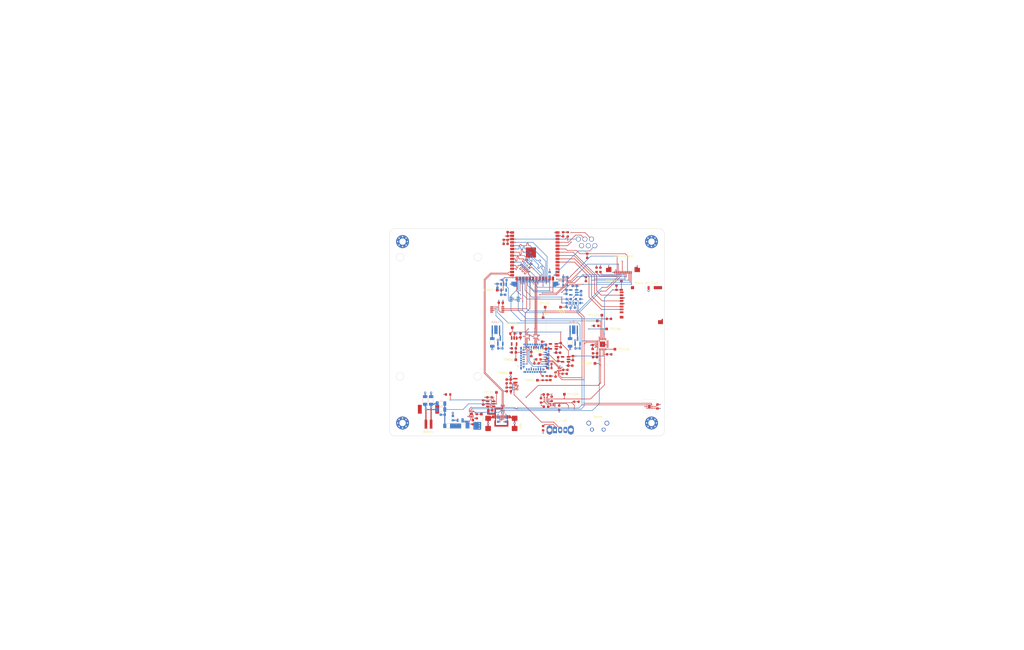
<source format=kicad_pcb>
(kicad_pcb (version 20241229) (generator "pcbnew") (generator_version "9.0")
  (title_block (date "2025-05-12") (rev "${REVISION}") (comment 1 "${COMPANY}"))
  (layers (0 "F.Cu" signal) (4 "In1.Cu" power "Inner1 (GND)") (6 "In2.Cu" power "Inner2") (2 "B.Cu" signal) (13 "F.Paste" user) (15 "B.Paste" user) (5 "F.SilkS" user "F.Silkscreen") (7 "B.SilkS" user "B.Silkscreen") (1 "F.Mask" user) (3 "B.Mask" user) (25 "Edge.Cuts" user))
  (net 0 "")
  (net 1 "GND")
  (net 2 "+3V3")
  (net 3 "/Project Architecture/Lepton/~{Lepton-Reset}_{LV}")
  (net 4 "/Project Architecture/Lepton/Lepton-VSync_{LV}")
  (net 5 "/Project Architecture/Lepton/~{Lepton-PWR}_{LV}")
  (net 6 "/Project Architecture/Lepton/Lepton-VSync")
  (net 7 "/Project Architecture/Lepton/~{Lepton-PWR}")
  (net 8 "/Project Architecture/Lepton/SDA_{LV}")
  (net 9 "/Project Architecture/Lepton/SCL_{LV}")
  (net 10 "/Project Architecture/Lepton/~{Lepton-CS}")
  (net 11 "/Project Architecture/Lepton/~{Lepton-CS}_{LV}")
  (net 12 "/Project Architecture/Lepton/Lepton-SCLK_{LV}")
  (net 13 "/Project Architecture/Lepton/Lepton-SCLK")
  (net 14 "/Project Architecture/Lepton/Lepton-MISO")
  (net 15 "/Project Architecture/Lepton/Lepton-MISO_{LV}")
  (net 16 "/Project Architecture/Battery/Battery-Charge")
  (net 17 "/Project Architecture/Camera/~{Camera-Reset}_{LV}")
  (net 18 "/Project Architecture/Camera/Camera-PWR")
  (net 19 "/Project Architecture/Camera/~{Camera-Reset}")
  (net 20 "/Project Architecture/Camera/Camera-PWR_{LV}")
  (net 21 "/Project Architecture/Camera/SCL_{LV}")
  (net 22 "/Project Architecture/Camera/SDA_{LV}")
  (net 27 "Net-(X1001-Pin_26)")
  (net 32 "/Project Architecture/Battery/USB-D-")
  (net 33 "/Project Architecture/Battery/USB-D+")
  (net 34 "/Project Architecture/Camera/MCLK")
  (net 35 "+BATT")
  (net 36 "Lepton-2V8")
  (net 37 "Lepton-1V2")
  (net 38 "Lepton-3V0")
  (net 39 "Net-(IC1002-EN)")
  (net 40 "/Project Architecture/MCU/~{Expander-Int}")
  (net 41 "/Project Architecture/Peripherals/~{SD-CD}")
  (net 42 "/Project Architecture/Peripherals/~{RTC-INT}")
  (net 43 "/Project Architecture/Display/SPI-MOSI")
  (net 44 "/Project Architecture/Display/~{Touch-Reset}")
  (net 45 "/Project Architecture/Display/~{Display-Reset}")
  (net 46 "/Project Architecture/Display/Display-DC")
  (net 47 "/Project Architecture/Display/~{Touch-IRQ}")
  (net 48 "/Project Architecture/Display/~{Display-CS}")
  (net 49 "/Project Architecture/MCU/~{SD-CS}")
  (net 50 "/Project Architecture/Display/SPI-MISO")
  (net 51 "/Project Architecture/Display/SPI-SCLK")
  (net 54 "Camera-2V8")
  (net 55 "Camera-1V5")
  (net 56 "/Project Architecture/MCU/ESP-Enable")
  (net 57 "Net-(IC1101-~{RESET})")
  (net 58 "/Project Architecture/Battery/I2C-SDA")
  (net 59 "/Project Architecture/Battery/I2C-SCL")
  (net 61 "Net-(IC801-FB)")
  (net 62 "Net-(IC801-SW)")
  (net 69 "Net-(IC1202-EN)")
  (net 70 "/Project Architecture/MCU/ESP-TxD")
  (net 71 "/Project Architecture/Camera/Camera-D7")
  (net 73 "/Project Architecture/Camera/Camera-D5")
  (net 74 "/Project Architecture/Camera/Camera-VSync")
  (net 75 "/Project Architecture/Camera/Camera-D0")
  (net 76 "/Project Architecture/Camera/Camera-HREF")
  (net 77 "/Project Architecture/Camera/Camera-D6")
  (net 79 "/Project Architecture/Display/Display-Backlight")
  (net 80 "/Project Architecture/Camera/Camera-D2")
  (net 81 "/Project Architecture/MCU/ESP-Boot")
  (net 82 "/Project Architecture/Camera/Camera-D3")
  (net 83 "/Project Architecture/Camera/Camera-D1")
  (net 84 "/Project Architecture/Camera/Camera-PCLK")
  (net 85 "/Project Architecture/Camera/Camera-D4")
  (net 87 "/Project Architecture/MCU/ESP-RxD")
  (net 88 "Net-(X701-CC2)")
  (net 89 "Net-(X701-CC1)")
  (net 90 "Net-(X1201-Pin_2)")
  (net 93 "Net-(X1001-Pin_11)")
  (net 96 "/Project Architecture/Lepton/~{Lepton-Reset}")
  (net 101 "/Project Architecture/Peripherals/LED-Flash")
  (net 102 "Net-(D1101-K)")
  (net 103 "Net-(D1101-A)")
  (net 109 "Net-(D1102-A)")
  (net 110 "Net-(D1102-K)")
  (net 111 "/Project Architecture/Peripherals/LED-Flash_{2}")
  (net 113 "/Project Architecture/Peripherals/LED-Flash_{1}")
  (net 114 "/Project Architecture/Display/~{Display-Expander-Int}")
  (net 115 "Net-(IC701-VBUS)")
  (net 116 "Net-(IC702-OUT)")
  (net 117 "Net-(IC701-I{slash}O2-Pad3)")
  (net 118 "Net-(IC701-I{slash}O1-Pad1)")
  (net 119 "Net-(IC702-TS)")
  (net 120 "Net-(IC702-ISET)")
  (net 121 "Net-(IC1103-SCL_{2})")
  (net 122 "Net-(IC1103-SDA_{2})")
  (net 123 "Net-(IC1103-EN)")
  (net 126 "Net-(IC703-CELL)")
  (net 127 "/Project Architecture/Battery/~{Battery-Alert}")
  (net 128 "Net-(Q701-G)")
  (net 130 "Net-(X702-Pin_1)")
  (net 131 "Net-(X702-Pin_2)")
  (net 132 "Net-(Q701-D)")
  (net 133 "Net-(IC801-EN)")
  (net 134 "Net-(SW701-A)")
  (footprint "Testpoints_Kampi:TestPoint_Pad_1.0x1.0mm" (layer "F.Cu") (at 201.2 181.2 90)
    (property "Reference" "TP701")
    (property "Value" "~" (hide yes))
  )
  (footprint "Capacitor_SMD:C_0603_1608Metric" (layer "F.Cu") (at 225 168.375 90)
    (property "Reference" "C811" (hide yes))
    (property "Value" "1u" (hide yes))
  )
  (footprint "Package_SO:TSSOP-8_3x3mm_P0.65mm" (layer "F.Cu") (at 201.5 149.2)
    (property "Reference" "IC1104" (hide yes))
    (property "Value" "PCA9633DP1,118" (hide yes))
  )
  (footprint "Capacitor_SMD:C_0603_1608Metric" (layer "F.Cu") (at 205.925 176.225 180)
    (property "Reference" "C806" (hide yes))
    (property "Value" "10u" (hide yes))
  )
  (footprint "Testpoints_Kampi:TestPoint_Pad_1.0x1.0mm" (layer "F.Cu") (at 201.5 141.737501)
    (property "Reference" "TP802")
    (property "Value" "~" (hide yes))
  )
  (footprint "Resistor_SMD:R_0603_1608Metric" (layer "F.Cu") (at 239.65 155.5)
    (property "Reference" "R1202" (hide yes))
    (property "Value" "100k" (hide yes))
  )
  (footprint "Resistor_SMD:R_0603_1608Metric" (layer "F.Cu") (at 241.3 133.875 90)
    (property "Reference" "R1402" (hide yes))
    (property "Value" "100k" (hide yes))
  )
  (footprint "Capacitor_SMD:C_0603_1608Metric" (layer "F.Cu") (at 205.5 123.1 -90)
    (property "Reference" "C901" (hide yes))
    (property "Value" "1u" (hide yes))
  )
  (footprint "Resistor_SMD:R_0603_1608Metric" (layer "F.Cu") (at 226 162.975 -90)
    (property "Reference" "R805" (hide yes))
    (property "Value" "100k" (hide yes))
  )
  (footprint "Oscillator:Oscillator_SMD_Abracon_ASDMB-4Pin_2.5x2.0mm" (layer "F.Cu") (at 219.8 175.675 90)
    (property "Reference" "Y1001" (hide yes))
    (property "Value" "25 MHz" (hide yes))
  )
  (footprint "Connector_FFC-FPC:Amphenol_F32R-1A7x1-11014_1x14-1MP_P0.5mm_Horizontal" (layer "F.Cu") (at 250 132 180)
    (property "Reference" "X1401" (hide yes))
    (property "Value" "Displayboard")
  )
  (footprint "Testpoints_Kampi:TestPoint_Pad_1.0x1.0mm" (layer "F.Cu") (at 208.675 168.6)
    (property "Reference" "TP806")
    (property "Value" "~" (hide yes))
  )
  (footprint "Testpoints_Kampi:TestPoint_Pad_1.0x1.0mm" (layer "F.Cu") (at 225.9 148.3)
    (property "Reference" "TP801")
    (property "Value" "~" (hide yes))
  )
  (footprint "Capacitor_SMD:C_0603_1608Metric" (layer "F.Cu") (at 239.2 167.6 180)
    (property "Reference" "C1101" (hide yes))
    (property "Value" "100n" (hide yes))
  )
  (footprint "Package_TO_SOT_SMD:SOT-23-5" (layer "F.Cu") (at 223.1375 163.425 180)
    (property "Reference" "IC804" (hide yes))
    (property "Value" "LP5907MFX-3.0" (hide yes))
  )
  (footprint "Package_SON_Kampi:XSON-8_0.65x0.17mm_P0.35mm" (layer "F.Cu") (at 222.6 185.925 180)
    (property "Reference" "IC1103" (hide yes))
    (property "Value" "PCA9306JK" (hide yes))
  )
  (footprint "Resistor_SMD:R_0603_1608Metric" (layer "F.Cu") (at 218.4 184.3 90)
    (property "Reference" "R1110" (hide yes))
    (property "Value" "3k3" (hide yes))
  )
  (footprint "Testpoints_Kampi:TestPoint_Pad_1.0x1.0mm" (layer "F.Cu") (at 220 148.3)
    (property "Reference" "TP1101")
    (property "Value" "~" (hide yes))
  )
  (footprint "Capacitor_SMD:C_0603_1608Metric" (layer "F.Cu") (at 222 175.675 90)
    (property "Reference" "C1003" (hide yes))
    (property "Value" "10n" (hide yes))
  )
  (footprint "Resistor_SMD:R_0603_1608Metric" (layer "F.Cu") (at 227.8 172.5 180)
    (property "Reference" "R1006" (hide yes))
    (property "Value" "200k" (hide yes))
  )
  (footprint "Resistor_SMD:R_0603_1608Metric" (layer "F.Cu") (at 224 174.3 -90)
    (property "Reference" "R902" (hide yes))
    (property "Value" "3k3" (hide yes))
  )
  (footprint "Resistor_SMD:R_0603_1608Metric" (layer "F.Cu") (at 198.505 183.1 180)
    (property "Reference" "R704" (hide yes))
    (property "Value" "100k" (hide yes))
  )
  (footprint "Package_SON:WSON-6-1EP_2x2mm_P0.65mm_EP1x1.6mm" (layer "F.Cu") (at 260.1875 186.65)
    (property "Reference" "IC1102" (hide yes))
    (property "Value" "TMP117xxYBG" (hide yes))
  )
  (footprint "Resistor_SMD:R_0603_1608Metric" (layer "F.Cu") (at 244.6 152.8)
    (property "Reference" "R1203" (hide yes))
    (property "Value" "100k" (hide yes))
  )
  (footprint "Capacitor_SMD:C_0603_1608Metric" (layer "F.Cu") (at 263.3 186.65 -90)
    (property "Reference" "C1103" (hide yes))
    (property "Value" "100n" (hide yes))
  )
  (footprint "Resistor_SMD:R_0603_1608Metric" (layer "F.Cu") (at 221.6 171.8 180)
    (property "Reference" "R1003" (hide yes))
    (property "Value" "100k" (hide yes))
  )
  (footprint "Testpoints_Kampi:TestPoint_Pad_1.0x1.0mm" (layer "F.Cu") (at 239.2 170)
    (property "Reference" "TP1109")
    (property "Value" "~" (hide yes))
  )
  (footprint "Resistor_SMD:R_0603_1608Metric" (layer "F.Cu") (at 239.8 133.875 90)
    (property "Reference" "R1403" (hide yes))
    (property "Value" "100k" (hide yes))
  )
  (footprint "MountingHole:MountingHole_2.5mm_Pad_Via" (layer "F.Cu") (at 261 123)
    (property "Reference" "REF**" (hide yes))
    (property "Value" "MountingHole_2.5mm_Pad_Via" (hide yes))
  )
  (footprint "Capacitor_SMD:C_0603_1608Metric" (layer "F.Cu") (at 220.3 163.575 90)
    (property "Reference" "C810" (hide yes))
    (property "Value" "1u" (hide yes))
  )
  (footprint "Resistor_SMD:R_0603_1608Metric" (layer "F.Cu") (at 221.6 170.25 180)
    (property "Reference" "R1001" (hide yes))
    (property "Value" "100k" (hide yes))
  )
  (footprint "Resistor_SMD:R_0603_1608Metric" (layer "F.Cu") (at 244.695 166.5)
    (property "Reference" "R1112" (hide yes))
    (property "Value" "3k3" (hide yes))
  )
  (footprint "Resistor_SMD:R_0603_1608Metric" (layer "F.Cu") (at 227.525 174)
    (property "Reference" "R901" (hide yes))
    (property "Value" "3k3" (hide yes))
  )
  (footprint "Package_SON_Kampi:XSON-8_0.65x0.17mm_P0.35mm" (layer "F.Cu") (at 225.525 172.375001 -90)
    (property "Reference" "IC1002" (hide yes))
    (property "Value" "PCA9306JK" (hide yes))
  )
  (footprint "Testpoints_Kampi:TestPoint_Pad_1.0x1.0mm" (layer "F.Cu") (at 243.7 156.7)
    (property "Reference" "TP1106")
    (property "Value" "~" (hide yes))
  )
  (footprint "Testpoints_Kampi:TestPoint_Pad_1.0x1.0mm" (layer "F.Cu") (at 217 176.5)
    (property "Reference" "TP804")
    (property "Value" "~" (hide yes))
  )
  (footprint "Resistor_SMD:R_0603_1608Metric" (layer "F.Cu") (at 217.4 168.45 180)
    (property "Reference" "R1004" (hide yes))
    (property "Value" "3k3" (hide yes))
  )
  (footprint "Resistor_SMD:R_0603_1608Metric" (layer "F.Cu") (at 222.5 183.7 90)
    (property "Reference" "R1111" (hide yes))
    (property "Value" "3k3" (hide yes))
  )
  (footprint "Resistor_SMD:R_0603_1608Metric" (layer "F.Cu") (at 230.7 167.975 -90)
    (property "Reference" "R806" (hide yes))
    (property "Value" "100k" (hide yes))
  )
  (footprint "Package_DFN_QFN:TDFN-8-1EP_2x2mm_P0.5mm_EP0.8x1.2mm" (layer "F.Cu") (at 191.5 189.5 90)
    (property "Reference" "IC703" (hide yes))
    (property "Value" "MAX17048" (hide yes))
  )
  (footprint "Testpoints_Kampi:TestPoint_Pad_1.0x1.0mm" (layer "F.Cu") (at 206.7 173.7 90)
    (property "Reference" "TP803")
    (property "Value" "~" (hide yes))
  )
  (footprint "Testpoints_Kampi:TestPoint_Pad_1.0x1.0mm" (layer "F.Cu") (at 218 166.65)
    (property "Reference" "TP805")
    (property "Value" "~" (hide yes))
  )
  (footprint "Capacitor_SMD:C_0603_1608Metric" (layer "F.Cu") (at 229.7 170.875)
    (property "Reference" "C808" (hide yes))
    (property "Value" "1u" (hide yes))
  )
  (footprint "Package_TO_SOT_SMD:SOT-666" (layer "F.Cu") (at 203.605 187.3 90)
    (property "Reference" "IC701" (hide yes))
    (property "Value" "USBLC6-2P6" (hide yes))
  )
  (footprint "Testpoints_Kampi:TestPoint_Pad_1.0x1.0mm" (layer "F.Cu") (at 219.2 152.4)
    (property "Reference" "TP1102")
    (property "Value" "~" (hide yes))
  )
  (footprint "Resistor_SMD:R_0603_1608Metric" (layer "F.Cu") (at 216.65 170 180)
    (property "Reference" "R1005" (hide yes))
    (property "Value" "3k3" (hide yes))
  )
  (footprint "Capacitor_SMD:C_0603_1608Metric" (layer "F.Cu") (at 198.83 188.1)
    (property "Reference" "C701" (hide yes))
    (property "Value" "1u" (hide yes))
  )
  (footprint "Resistor_SMD:R_0603_1608Metric" (layer "F.Cu") (at 207.375 158.5)
    (property "Reference" "R807" (hide yes))
    (property "Value" "100k" (hide yes))
  )
  (footprint "Resistor_SMD:R_0603_1608Metric" (layer "F.Cu") (at 247.5 140.8 90)
    (property "Reference" "R1301" (hide yes))
    (property "Value" "100k" (hide yes))
  )
  (footprint "Resistor_SMD:R_0603_1608Metric" (layer "F.Cu") (at 232.075 184.8)
    (property "Reference" "R1108" (hide yes))
    (property "Value" "3k3" (hide yes))
  )
  (footprint "Micro Crystal:RV-8263-C8" (layer "F.Cu") (at 220.2 184 180)
    (property "Reference" "IC1105" (hide yes))
    (property "Value" "RV-8263-C8" (hide yes))
  )
  (footprint "Package_SON:Texas_VSON-HR-8_1.5x2mm_P0.5mm" (layer "F.Cu") (at 208.73 179.3 90)
    (property "Reference" "IC801" (hide yes))
    (property "Value" "TPS62823DLC" (hide yes))
  )
  (footprint "Resistor_SMD:R_0603_1608Metric" (layer "F.Cu") (at 236.2 128.5 -90)
    (property "Reference" "R1401" (hide yes))
    (property "Value" "100k" (hide yes))
  )
  (footprint "Resistor_SMD:R_0603_1608Metric" (layer "F.Cu") (at 204 123.1 -90)
    (property "Reference" "R903" (hide yes))
    (property "Value" "10k" (hide yes))
  )
  (footprint "Capacitor_SMD:C_0603_1608Metric" (layer "F.Cu") (at 205.5 120.1 90)
    (property "Reference" "C902" (hide yes))
    (property "Value" "100n" (hide yes))
  )
  (footprint "Capacitor_SMD:C_0603_1608Metric" (layer "F.Cu") (at 202.875 146.6 180)
    (property "Reference" "C1104" (hide yes))
    (property "Value" "100n" (hide yes))
  )
  (footprint "Resistor_SMD:R_0603_1608Metric" (layer "F.Cu") (at 225.4 187.125 -90)
    (property "Reference" "R1107" (hide yes))
    (property "Value" "3k3" (hide yes))
  )
  (footprint "Package_DFN_QFN:Texas_R-PUQFN-N12" (layer "F.Cu") (at 213.100001 159.6 -90)
    (property "Reference" "IC1001" (hide yes))
    (property "Value" "TXB0104RUT" (hide yes))
  )
  (footprint "Resistor_SMD:R_0603_1608Metric" (layer "F.Cu") (at 226.9 120.2 90)
    (property "Reference" "R1102" (hide yes))
    (property "Value" "100k" (hide yes))
  )
  (footprint "Resistor_SMD:R_0603_1608Metric" (layer "F.Cu") (at 214.65 166.4 -90)
    (property "Reference" "R1002" (hide yes))
    (property "Value" "0R" (hide yes))
  )
  (footprint "Same Sky:TS11" (layer "F.Cu") (at 240.3 194.3)
    (property "Reference" "SW901" (hide yes))
    (property "Value" "Reset")
  )
  (footprint "Resistor_SMD:R_0603_1608Metric" (layer "F.Cu") (at 228.7 120.2 90)
    (property "Reference" "R1404" (hide yes))
    (property "Value" "100k" (hide yes))
  )
  (footprint "Package_DFN_QFN:HVQFN-24-1EP_4x4mm_P0.5mm_EP2.1x2.1mm" (layer "F.Cu") (at 242.1 162.6 90)
    (property "Reference" "IC1101" (hide yes))
    (property "Value" "PCAL6416AHF" (hide yes))
  )
  (footprint "Testpoints_Kampi:TestPoint_Pad_1.0x1.0mm" (layer "F.Cu") (at 195.4 189.575)
    (property "Reference" "TP702")
    (property "Value" "~" (hide yes))
  )
  (footprint "Capacitor_SMD:C_0603_1608Metric" (layer "F.Cu") (at 210.475 159.2 90)
    (property "Reference" "C809" (hide yes))
    (property "Value" "1u" (hide yes))
  )
  (footprint "Testpoints_Kampi:TestPoint_Pad_1.0x1.0mm" (layer "F.Cu") (at 241.85 151.4)
    (property "Reference" "TP1104")
    (property "Value" "~" (hide yes))
  )
  (footprint "MountingHole:MountingHole_2.5mm_Pad_Via" (layer "F.Cu") (at 261 193)
    (property "Reference" "REF**" (hide yes))
    (property "Value" "MountingHole_2.5mm_Pad_Via" (hide yes))
  )
  (footprint "Testpoints_Kampi:TestPoint_Pad_1.0x1.0mm" (layer "F.Cu") (at 240.1 153.6)
    (property "Reference" "TP1103")
    (property "Value" "~" (hide yes))
  )
  (footprint "RF_Module:ESP32-S3-WROOM-1" (layer "F.Cu") (at 216 124.75)
    (property "Reference" "M901" (hide yes))
    (property "Value" "ESP32-S3-WROOM-1" (hide yes))
  )
  (footprint "Capacitor_SMD:C_0603_1608Metric" (layer "F.Cu") (at 220.2 182)
    (property "Reference" "C1105" (hide yes))
    (property "Value" "100n" (hide yes))
  )
  (footprint "Resistor_SMD:R_0603_1608Metric" (layer "F.Cu") (at 219.2 195 -90)
    (property "Reference" "R808" (hide yes))
    (property "Value" "100k" (hide yes))
  )
  (footprint "Capacitor_SMD:C_0603_1608Metric" (layer "F.Cu") (at 207.9 164.2 180)
    (property "Reference" "C812" (hide yes))
    (property "Value" "1u" (hide yes))
  )
  (footprint "Resistor_SMD:R_0603_1608Metric" (layer "F.Cu") (at 235.7 137.475 -90)
    (property "Reference" "R1405" (hide yes))
    (property "Value" "100k" (hide yes))
  )
  (footprint "Inductor_SMD:L_Murata_DFE201610P" (layer "F.Cu") (at 208.525 176.625 90)
    (property "Reference" "L801" (hide yes))
    (property "Value" "470n" (hide yes))
  )
  (footprint "Capacitor_SMD:C_0603_1608Metric" (layer "F.Cu") (at 207.9 165.75 180)
    (property "Reference" "C1002" (hide yes))
    (property "Value" "100n" (hide yes))
  )
  (footprint "MountingHole:MountingHole_2.5mm_Pad_Via" (layer "F.Cu") (at 165 193)
    (property "Reference" "REF**" (hide yes))
    (property "Value" "MountingHole_2.5mm_Pad_Via" (hide yes))
  )
  (footprint "Package_TO_SOT_SMD:SOT-23-5" (layer "F.Cu") (at 208.02 161.37 -90)
    (property "Reference" "IC806" (hide yes))
    (property "Value" "LP5907MFX-1.2" (hide yes))
  )
  (footprint "Capacitor_SMD:C_0603_1608Metric" (layer "F.Cu") (at 220.8 167.4 -90)
    (property "Reference" "C1001" (hide yes))
    (property "Value" "100n" (hide yes))
  )
  (footprint "Capacitor_SMD:C_0603_1608Metric" (layer "F.Cu") (at 192.105 192.7 -90)
    (property "Reference" "C703" (hide yes))
    (property "Value" "100n" (hide yes))
  )
  (footprint "Testpoints_Kampi:TestPoint_Pad_1.0x1.0mm" (layer "F.Cu") (at 249.4 138.2)
    (property "Reference" "TP1107")
    (property "Value" "~" (hide yes))
  )
  (footprint "Package_DFN_QFN:Texas_R-PUQFN-N12" (layer "F.Cu") (at 216.35 159.6 -90)
    (property "Reference" "IC1003" (hide yes))
    (property "Value" "TXB0104RUT" (hide yes))
  )
  (footprint "Resistor_SMD:R_0603_1608Metric" (layer "F.Cu") (at 206.65 178.5 -90)
    (property "Reference" "R803" (hide yes))
    (property "Value" "45k" (hide yes))
  )
  (footprint "Resistor_SMD:R_0603_1608Metric" (layer "F.Cu") (at 239.2 166.1 180)
    (property "Reference" "R1101" (hide yes))
    (property "Value" "100k" (hide yes))
  )
  (footprint "Button_Switch_THT:SW_Slide_SPDT_Angled_CK_OS102011MA1Q" (layer "F.Cu") (at 223.8 195.7)
    (property "Reference" "SW701" (hide yes))
    (property "Value" "On / Off")
  )
  (footprint "Testpoints_Kampi:TestPoint_Pad_1.0x1.0mm" (layer "F.Cu") (at 207.3 156.2)
    (property "Reference" "TP1105")
    (property "Value" "~" (hide yes))
  )
  (footprint "Capacitor_SMD:C_0603_1608Metric" (layer "F.Cu") (at 238.3 163.7 -90)
    (property "Reference" "C1102" (hide yes))
    (property "Value" "100n" (hide yes))
  )
  (footprint "Resistor_SMD:R_0603_1608Metric" (layer "F.Cu") (at 196.054999 185.1 90)
    (property "Reference" "R703" (hide yes))
    (property "Value" "1k" (hide yes))
  )
  (footprint "Capacitor_SMD:C_0603_1608Metric" (layer "F.Cu") (at 205.975 180.775 180)
    (property "Reference" "C801" (hide yes))
    (property "Value" "4u7" (hide yes))
  )
  (footprint "Testpoints_Kampi:TestPoint_Pad_1.0x1.0mm" (layer "F.Cu") (at 227.4 181.9)
    (property "Reference" "TP1108")
    (property "Value" "~" (hide yes))
  )
  (footprint "JST:S2B-PH-SM4-TB" (layer "F.Cu") (at 175 190)
    (property "Reference" "X702" (hide yes))
    (property "Value" "Battery")
  )
  (footprint "Capacitor_SMD:C_0603_1608Metric" (layer "F.Cu") (at 218.8 162.4 90)
    (property "Reference" "C1004" (hide yes))
    (property "Value" "100n" (hide yes))
  )
  (footprint "Resistor_SMD:R_0603_1608Metric" (layer "F.Cu") (at 193.6 190.4 -90)
    (property "Reference" "R710" (hide yes))
    (property "Value" "100k" (hide yes))
  )
  (footprint "Resistor_SMD:R_0603_1608Metric" (layer "F.Cu") (at 205.15 178.5 90)
    (property "Reference" "R804" (hide yes))
    (property "Value" "10k" (hide yes))
  )
  (footprint "Connector_Card:microSD_HC_Hirose_DM3BT-DSF-PEJS" (layer "F.Cu") (at 257.1 147.5 90)
    (property "Reference" "X1301" (hide yes))
    (property "Value" "Micro SD-Card")
  )
  (footprint "Resistor_SMD:R_0603_1608Metric" (layer "F.Cu") (at 182.574999 182 180)
    (property "Reference" "TH701" (hide yes))
    (property "Value" "10k" (hide yes))
  )
  (footprint "MountingHole:MountingHole_2.5mm_Pad_Via" (layer "F.Cu") (at 165 123)
    (property "Reference" "REF**" (hide yes))
    (property "Value" "MountingHole_2.5mm_Pad_Via" (hide yes))
  )
  (footprint "Testpoints_Kampi:TestPoint_Pad_1.0x1.0mm" (layer "F.Cu") (at 246.9 164.5375)
    (property "Reference" "TP1110")
    (property "Value" "~" (hide yes))
  )
  (footprint "Connector_USB:USB_C_Receptacle_GCT_USB4110" (layer "F.Cu") (at 203.1 194.3)
    (property "Reference" "X701" (hide yes))
    (property "Value" "USB")
  )
  (footprint "Capacitor_SMD:C_0603_1608Metric" (layer "F.Cu") (at 225 165.875)
    (property "Reference" "C807" (hide yes))
    (property "Value" "1u" (hide yes))
  )
  (footprint "Resistor_SMD:R_0603_1608Metric" (layer "F.Cu") (at 220.3 186.7)
    (property "Reference" "R1109" (hide yes))
    (property "Value" "200k" (hide yes))
  )
  (footprint "Package_TO_SOT_SMD:SOT-23-6" (layer "F.Cu") (at 199 185.6 180)
    (property "Reference" "IC702" (hide yes))
    (property "Value" "BQ21040DBV" (hide yes))
  )
  (footprint "Package_TO_SOT_SMD:SOT-23-5" (layer "F.Cu") (at 227.8375 168.425001 180)
    (property "Reference" "IC805" (hide yes))
    (property "Value" "LP5907MFX-2.8" (hide yes))
  )
  (footprint "Capacitor_SMD:C_0603_1608Metric" (layer "B.Cu") (at 180.5 189.8 180)
    (property "Reference" "C702" (hide yes))
    (property "Value" "1u" (hide yes))
  )
  (footprint "Oscillator:Oscillator_SMD_Abracon_ASDMB-4Pin_2.5x2.0mm" (layer "B.Cu") (at 227.725 139)
    (property "Reference" "Y1201" (hide yes))
    (property "Value" "25 MHz" (hide yes))
  )
  (footprint "Capacitor_SMD:C_0603_1608Metric" (layer "B.Cu") (at 228.2 142.425 -90)
    (property "Reference" "C804" (hide yes))
    (property "Value" "1u" (hide yes))
  )
  (footprint "Connector_FFC-FPC:Amphenol_F32R-1A7x1-11024_1x24-1MP_P0.5mm_Horizontal" (layer "B.Cu") (at 216 141.2 180)
    (property "Reference" "X1201" (hide yes))
    (property "Value" "Camera")
  )
  (footprint "Resistor_SMD:R_0603_1608Metric" (layer "B.Cu") (at 233.84375 142.875 90)
    (property "Reference" "R802" (hide yes))
    (property "Value" "100k" (hide yes))
  )
  (footprint "Resistor_SMD:R_1206_3216Metric" (layer "B.Cu") (at 199.6 161.9 -90)
    (property "Reference" "R1104" (hide yes))
    (property "Value" "10R" (hide yes))
  )
  (footprint "Capacitor_SMD:C_0603_1608Metric" (layer "B.Cu") (at 201.575001 140.075 -90)
    (property "Reference" "C802" (hide yes))
    (property "Value" "1u" (hide yes))
  )
  (footprint "Resistor_SMD:R_0603_1608Metric" (layer "B.Cu") (at 184.4 191.1375 -90)
    (property "Reference" "R709" (hide yes))
    (property "Value" "1k" (hide yes))
  )
  (footprint "Package_TO_SOT_SMD:SOT-23-3" (layer "B.Cu") (at 187.2 193.1 -90)
    (property "Reference" "Q701" (hide yes))
    (property "Value" "Si2333CDS" (hide yes))
  )
  (footprint "Resistor_SMD:R_1206_3216Metric" (layer "B.Cu") (at 229.6 161.9 -90)
    (property "Reference" "R1106" (hide yes))
    (property "Value" "10R" (hide yes))
  )
  (footprint "Resistor_SMD:R_0603_1608Metric" (layer "B.Cu") (at 204.275 137.8 180)
    (property "Reference" "R801" (hide yes))
    (property "Value" "100k" (hide yes))
  )
  (footprint "Package_SON_Kampi:XSON-8_0.65x0.17mm_P0.35mm" (layer "B.Cu") (at 230.324999 146.775)
    (property "Reference" "IC1202" (hide yes))
    (property "Value" "PCA9306JK" (hide yes))
  )
  (footprint "Cree:XP-G" (layer "B.Cu") (at 231 157 180)
    (property "Reference" "D1102" (hide yes))
    (property "Value" "FLASH")
  )
  (footprint "Resistor_SMD:R_0603_1608Metric" (layer "B.Cu") (at 230.6 148.5)
    (property "Reference" "R1206" (hide yes))
    (property "Value" "200k" (hide yes))
  )
  (footprint "Resistor_SMD:R_0603_1608Metric" (layer "B.Cu") (at 202.7 164.2)
    (property "Reference" "R1103" (hide yes))
    (property "Value" "100k" (hide yes))
  )
  (footprint "Wuerth:490107670612-Debugging" (layer "B.Cu") (at 236.6 123.3 180)
    (property "Reference" "X901" (hide yes))
    (property "Value" "Prog")
  )
  (footprint "Resistor_SMD:R_1206_3216Metric" (layer "B.Cu") (at 191.5 194.1)
    (property "Reference" "R711" (hide yes))
    (property "Value" "0R" (hide yes))
  )
  (footprint "Cree:XP-G" (layer "B.Cu") (at 201 157 180)
    (property "Reference" "D1101" (hide yes))
    (property "Value" "FLASH")
  )
  (footprint "Molex:105028-1001" (layer "B.Cu") (at 216 168)
    (property "Reference" "X1001" (hide yes))
    (property "Value" "LEPTON" (hide yes))
  )
  (footprint "Package_SO:VSSOP-8_2.3x2mm_P0.5mm" (layer "B.Cu") (at 208.2 145.2 180)
    (property "Reference" "IC1201" (hide yes))
    (property "Value" "TXB0102DCU" (hide yes))
  )
  (footprint "Capacitor_SMD:C_0603_1608Metric" (layer "B.Cu") (at 231.3625 140.1 180)
    (property "Reference" "C803" (hide yes))
    (property "Value" "1u" (hide yes))
  )
  (footprint "Resistor_SMD:R_0603_1608Metric" (layer "B.Cu") (at 232.7 145.2)
    (property "Reference" "R1208" (hide yes))
    (property "Value" "3k3" (hide yes))
  )
  (footprint "Capacitor_SMD:C_0603_1608Metric" (layer "B.Cu") (at 203.825 143.5)
    (property "Reference" "C805" (hide yes))
    (property "Value" "1u" (hide yes))
  )
  (footprint "Resistor_SMD:R_1206_3216Metric" (layer "B.Cu") (at 179.8125 185.5)
    (property "Reference" "R705" (hide yes))
    (property "Value" "0R" (hide yes))
  )
  (footprint "Package_TO_SOT_SMD:SOT-23-5" (layer "B.Cu") (at 231 142.6 180)
    (property "Reference" "IC802" (hide yes))
    (property "Value" "LP5907MFX-2.8" (hide yes))
  )
  (footprint "Fuse:Fuse_1206_3216Metric" (layer "B.Cu") (at 182.675 194.11)
    (property "Reference" "F701" (hide yes))
    (property "Value" "6 V / 4.5 A" (hide yes))
  )
  (footprint "Package_TO_SOT_SMD:SOT-23" (layer "B.Cu") (at 232.5 161.5 90)
    (property "Reference" "Q1102" (hide yes))
    (property "Value" "DMN2053UQ" (hide yes))
  )
  (footprint "Resistor_SMD:R_0603_1608Metric" (layer "B.Cu") (at 232.5 164.2)
    (property "Reference" "R1105" (hide yes))
    (property "Value" "100k" (hide yes))
  )
  (footprint "Resistor_SMD:R_1206_3216Metric" (layer "B.Cu") (at 179.8125 187.8)
    (property "Reference" "R707" (hide yes))
    (property "Value" "0R" (hide yes))
  )
  (footprint "Capacitor_SMD:C_0603_1608Metric" (layer "B.Cu") (at 227.775 136.725)
    (property "Reference" "C1201" (hide yes))
    (property "Value" "10n" (hide yes))
  )
  (footprint "Resistor_SMD:R_1206_3216Metric" (layer "B.Cu") (at 176 184.3 -90)
    (property "Reference" "R706" (hide yes))
    (property "Value" "0R" (hide yes))
  )
  (footprint "Package_TO_SOT_SMD:SOT-23" (layer "B.Cu") (at 202.7 161.5 90)
    (property "Reference" "Q1101" (hide yes))
    (property "Value" "DMN2053UQ" (hide yes))
  )
  (footprint "Package_TO_SOT_SMD:SOT-23-5" (layer "B.Cu") (at 204 140.6 -90)
    (property "Reference" "IC803" (hide yes))
    (property "Value" "LP5907MFX-1.5" (hide yes))
  )
  (footprint "Resistor_SMD:R_0603_1608Metric" (layer "B.Cu") (at 201.85 191.7 90)
    (property "Reference" "R702" (hide yes))
    (property "Value" "5k1" (hide yes))
  )
  (footprint "Resistor_SMD:R_0603_1608Metric" (layer "B.Cu") (at 204.85 191.7 90)
    (property "Reference" "R701" (hide yes))
    (property "Value" "5k1" (hide yes))
  )
  (footprint "Resistor_SMD:R_0603_1608Metric" (layer "B.Cu") (at 228.3 147.5 -90)
    (property "Reference" "R1204" (hide yes))
    (property "Value" "2k8" (hide yes))
  )
  (footprint "Resistor_SMD:R_1206_3216Metric" (layer "B.Cu") (at 173.7 184.3 90)
    (property "Reference" "R708" (hide yes))
    (property "Value" "0R" (hide yes))
  )
  (footprint "Resistor_SMD:R_0603_1608Metric" (layer "B.Cu") (at 221.7 135.6 90)
    (property "Reference" "R1201" (hide yes))
    (property "Value" "0R" (hide yes))
  )
  (footprint "Resistor_SMD:R_0603_1608Metric" (layer "B.Cu") (at 232.7 146.7)
    (property "Reference" "R1207" (hide yes))
    (property "Value" "3k3" (hide yes))
  )
  (footprint "Resistor_SMD:R_0603_1608Metric" (layer "B.Cu") (at 229.1 145.2)
    (property "Reference" "R1205" (hide yes))
    (property "Value" "2k8" (hide yes))
  )
  (gr_rect (start 211.75 152.75) (end 220.25 161.25) (stroke (width 0.05)) (fill no) (layer "B.SilkS"))
  (gr_circle (center 164 129) (end 165.5 129) (stroke (width 0.1)) (fill no) (layer "Edge.Cuts"))
  (gr_line (start 261.6 187.6) (end 262.6 187.6) (stroke (width 0.05)) (layer "Edge.Cuts"))
  (gr_line (start 262.6 183.9) (end 262.6 186.3) (stroke (width 0.05)) (layer "Edge.Cuts"))
  (gr_line (start 264 198) (end 162 198) (stroke (width 0.1)) (layer "Edge.Cuts"))
  (gr_line (start 262.6 189.1) (end 257.8 189.1) (stroke (width 0.05)) (layer "Edge.Cuts"))
  (gr_line (start 261.6 188.1) (end 261.6 187.6) (stroke (width 0.05)) (layer "Edge.Cuts"))
  (gr_arc (start 266 196) (mid 265.414214 197.414214) (end 264 198) (stroke (width 0.1)) (layer "Edge.Cuts"))
  (gr_circle (center 194 129) (end 195.5 129) (stroke (width 0.1)) (fill no) (layer "Edge.Cuts"))
  (gr_line (start 257.8 187.15) (end 258.8 187.15) (stroke (width 0.05)) (layer "Edge.Cuts"))
  (gr_circle (center 164 175) (end 165.5 175) (stroke (width 0.1)) (fill no) (layer "Edge.Cuts"))
  (gr_line (start 257.8 189.1) (end 257.8 187.15) (stroke (width 0.05)) (layer "Edge.Cuts"))
  (gr_line (start 261.6 184.9) (end 257.8 184.9) (stroke (width 0.05)) (layer "Edge.Cuts"))
  (gr_arc (start 264 118) (mid 265.414214 118.585786) (end 266 120) (stroke (width 0.1)) (layer "Edge.Cuts"))
  (gr_line (start 160 196) (end 160 120) (stroke (width 0.1)) (layer "Edge.Cuts"))
  (gr_arc (start 162 198) (mid 160.585786 197.414214) (end 160 196) (stroke (width 0.1)) (layer "Edge.Cuts"))
  (gr_line (start 258.8 188.1) (end 261.6 188.1) (stroke (width 0.05)) (layer "Edge.Cuts"))
  (gr_line (start 258.8 187.15) (end 258.8 188.1) (stroke (width 0.05)) (layer "Edge.Cuts"))
  (gr_line (start 257.8 183.9) (end 262.6 183.9) (stroke (width 0.05)) (layer "Edge.Cuts"))
  (gr_arc (start 160 120) (mid 160.585786 118.585786) (end 162 118) (stroke (width 0.1)) (layer "Edge.Cuts"))
  (gr_line (start 262.6 186.3) (end 261.6 186.3) (stroke (width 0.05)) (layer "Edge.Cuts"))
  (gr_line (start 262.6 187.6) (end 262.6 189.1) (stroke (width 0.05)) (layer "Edge.Cuts"))
  (gr_line (start 261.6 186.3) (end 261.6 184.9) (stroke (width 0.05)) (layer "Edge.Cuts"))
  (gr_circle (center 194 175) (end 195.5 175) (stroke (width 0.1)) (fill no) (layer "Edge.Cuts"))
  (gr_line (start 266 120) (end 266 196) (stroke (width 0.1)) (layer "Edge.Cuts"))
  (gr_line (start 162 118) (end 264 118) (stroke (width 0.1)) (layer "Edge.Cuts"))
  (gr_line (start 257.8 184.9) (end 257.8 183.9) (stroke (width 0.05)) (layer "Edge.Cuts"))
  (segment (start 225.625 163.8) (end 225.25 163.425) (width 0.2) (layer "F.Cu") (net 1))
  (segment (start 212.300002 159.6) (end 211.6 159.6) (width 0.2) (layer "F.Cu") (net 1))
  (segment (start 206.125 119.325) (end 206.2 119.4) (width 0.2) (layer "F.Cu") (net 1))
  (segment (start 191.75 189.25) (end 191.5 189.5) (width 0.2) (layer "F.Cu") (net 1))
  (segment (start 259.3 186.65) (end 258.4875 186.65) (width 0.2) (layer "F.Cu") (net 1))
  (segment (start 226.5 171.5) (end 226.05 171.95) (width 0.2) (layer "F.Cu") (net 1))
  (segment (start 198.482499 185.6) (end 198.805 185.922501) (width 0.2) (layer "F.Cu") (net 1))
  (segment (start 244.5 133.775) (end 244.5 132.2) (width 0.2) (layer "F.Cu") (net 1))
  (segment (start 221.46 184.27) (end 220.7 184.27) (width 0.2) (layer "F.Cu") (net 1))
  (segment (start 199.905 190.62) (end 199.585 190.62) (width 0.4) (layer "F.Cu") (net 1))
  (segment (start 181.75 182) (end 180.975001 182) (width 0.2) (layer "F.Cu") (net 1))
  (segment (start 202.1 146.6) (end 202.1 149.6) (width 0.2) (layer "F.Cu") (net 1))
  (segment (start 261.075 187.3) (end 262.75 187.3) (width 0.2) (layer "F.Cu") (net 1))
  (segment (start 204.305 180.775) (end 205.2 180.775) (width 0.3) (layer "F.Cu") (net 1))
  (segment (start 223.8 186.7) (end 223.55 186.45) (width 0.2) (layer "F.Cu") (net 1))
  (segment (start 191.405001 189.5125) (end 191.555 189.5125) (width 0.2) (layer "F.Cu") (net 1))
  (segment (start 229.925 168.8) (end 230.7 168.8) (width 0.2) (layer "F.Cu") (net 1))
  (segment (start 197.99 193.2) (end 197.99 191.195) (width 0.4) (layer "F.Cu") (net 1))
  (segment (start 210.475 158.425) (end 210.475 159.175) (width 0.2) (layer "F.Cu") (net 1))
  (segment (start 223.7 119.49) (end 224.75 119.49) (width 0.2) (layer "F.Cu") (net 1))
  (segment (start 229.55 168.425) (end 229.925 168.8) (width 0.2) (layer "F.Cu") (net 1))
  (segment (start 219.2 195.825) (end 219.2 196.9) (width 0.2) (layer "F.Cu") (net 1))
  (segment (start 192.25 190.4875) (end 192.25 190.057501) (width 0.2) (layer "F.Cu") (net 1))
  (segment (start 190.75 190.167501) (end 191.405001 189.5125) (width 0.2) (layer "F.Cu") (net 1))
  (segment (start 225.25 163.425) (end 224.275 163.425) (width 0.2) (layer "F.Cu") (net 1))
  (segment (start 238.3 164.475) (end 238.3 163.725) (width 0.2) (layer "F.Cu") (net 1))
  (segment (start 226 163.8) (end 225.625 163.8) (width 0.2) (layer "F.Cu") (net 1))
  (segment (start 264.3 187.425) (end 263.3 187.425) (width 0.2) (layer "F.Cu") (net 1))
  (segment (start 230.475 170.875) (end 229.725 170.875) (width 0.2) (layer "F.Cu") (net 1))
  (segment (start 208.21 193.1) (end 208.21 191.195) (width 0.4) (layer "F.Cu") (net 1))
  (segment (start 221.2 174.9) (end 222 174.9) (width 0.2) (layer "F.Cu") (net 1))
  (segment (start 219.675 161.625) (end 218.8 161.625) (width 0.2) (layer "F.Cu") (net 1))
  (segment (start 196.605 185.925) (end 196.93 185.6) (width 0.2) (layer "F.Cu") (net 1))
  (segment (start 225 167.6) (end 225 168.35) (width 0.2) (layer "F.Cu") (net 1))
  (segment (start 206.2 119.48) (end 206.21 119.49) (width 0.2) (layer "F.Cu") (net 1))
  (segment (start 262.75 187.3) (end 262.875 187.425) (width 0.2) (layer "F.Cu") (net 1))
  (segment (start 197.8625 185.6) (end 196.93 185.6) (width 0.2) (layer "F.Cu") (net 1))
  (segment (start 226.05 171.95) (end 226.05 171.950002) (width 0.2) (layer "F.Cu") (net 1))
  (segment (start 190.75 190.4875) (end 190.75 190.167501) (width 0.2) (layer "F.Cu") (net 1))
  (segment (start 220.8 168.175) (end 220.175 167.55) (width 0.2) (layer "F.Cu") (net 1))
  (segment (start 206.2 119.4) (end 206.2 119.48) (width 0.2) (layer "F.Cu") (net 1))
  (segment (start 192.25 190.057501) (end 191.704999 189.5125) (width 0.2) (layer "F.Cu") (net 1))
  (segment (start 198.864876 188.1) (end 199.605 188.1) (width 0.2) (layer "F.Cu") (net 1))
  (segment (start 225.775 165.875) (end 225.025 165.875) (width 0.2) (layer "F.Cu") (net 1))
  (segment (start 208.2 158.5) (end 209 158.5) (width 0.2) (layer "F.Cu") (net 1))
  (segment (start 220.7 183.19) (end 220.7 182.9) (width 0.2) (layer "F.Cu") (net 1))
  (segment (start 198.805 186.575001) (end 199.605 187.375001) (width 0.2) (layer "F.Cu") (net 1))
  (segment (start 240.85 160.7125) (end 240.85 159.9) (width 0.2) (layer "F.Cu") (net 1))
  (segment (start 196.054999 185.2) (end 196.054999 185.925) (width 0.2) (layer "F.Cu") (net 1))
  (segment (start 206.4 165.75) (end 207.125 165.75) (width 0.2) (layer "F.Cu") (net 1))
  (segment (start 208.98 180.025) (end 208.98 179.52) (width 0.2) (layer "F.Cu") (net 1))
  (segment (start 203.605 188.225) (end 203.605 188.8) (width 0.2) (layer "F.Cu") (net 1))
  (segment (start 199.585 190.62) (end 199.01 191.195) (width 0.4) (layer "F.Cu") (net 1))
  (segment (start 207.125 164.2) (end 206.4 164.2) (width 0.2) (layer "F.Cu") (net 1))
  (segment (start 207.2 191.195) (end 208.21 191.195) (width 0.4) (layer "F.Cu") (net 1))
  (segment (start 244.0875 162.9) (end 243.5 162.9) (width 0.2) (layer "F.Cu") (net 1))
  (segment (start 191.75 188.5125) (end 191.75 189.25) (width 0.2) (layer "F.Cu") (net 1))
  (segment (start 247.25 133.95) (end 247.25 134.9) (width 0.2) (layer "F.Cu") (net 1))
  (segment (start 240.85 161.35) (end 242.15 162.65) (width 0.2) (layer "F.Cu") (net 1))
  (segment (start 198.805 185.922501) (end 198.805 186.575001) (width 0.2) (layer "F.Cu") (net 1))
  (segment (start 226 163.8) (end 226 162.975) (width 0.2) (layer "F.Cu") (net 1))
  (segment (start 238.825 155.5) (end 238.15 155.5) (width 0.2) (layer "F.Cu") (net 1))
  (segment (start 238.425 167.6) (end 239.175 167.6) (width 0.2) (layer "F.Cu") (net 1))
  (segment (start 221.15 174.85) (end 221.2 174.9) (width 0.2) (layer "F.Cu") (net 1))
  (segment (start 196.054999 185.925) (end 196.605 185.925) (width 0.2) (layer "F.Cu") (net 1))
  (segment (start 262.875 187.425) (end 263.3 187.425) (width 0.2) (layer "F.Cu") (net 1))
  (segment (start 220.975 182) (end 221.8 182) (width 0.2) (layer "F.Cu") (net 1))
  (segment (start 191.704999 189.5125) (end 191.555 189.5125) (width 0.2) (layer "F.Cu") (net 1))
  (segment (start 206.21 119.49) (end 207.25 119.49) (width 0.2) (layer "F.Cu") (net 1))
  (segment (start 198.855 188.109876) (end 198.864876 188.1) (width 0.2) (layer "F.Cu") (net 1))
  (segment (start 202.7 150.2) (end 203.7 150.2) (width 0.2) (layer "F.Cu") (net 1))
  (segment (start 220.175 167.55) (end 219.6 167.55) (width 0.2) (layer "F.Cu") (net 1))
  (segment (start 208.98 179.52) (end 209.480001 179.019999) (width 0.2) (layer "F.Cu") (net 1))
  (segment (start 205.15 176.225) (end 205.9 176.225) (width 0.2) (layer "F.Cu") (net 1))
  (segment (start 228.975 168.425001) (end 229.55 168.425) (width 0.2) (layer "F.Cu") (net 1))
  (segment (start 215.550001 159.6) (end 215 159.6) (width 0.2) (layer "F.Cu") (net 1))
  (segment (start 208.02 160.2325) (end 208.02 159.455) (width 0.2) (layer "F.Cu") (net 1))
  (segment (start 240.85 160.6625) (end 240.85 161.35) (width 0.2) (layer "F.Cu") (net 1))
  (segment (start 208.02 159.455) (end 208.2 159.275) (width 0.2) (layer "F.Cu") (net 1))
  (segment (start 199.605 187.375001) (end 199.605 188.1) (width 0.2) (layer "F.Cu") (net 1))
  (segment (start 205.5 123.875) (end 205.5 123.125) (width 0.2) (layer "F.Cu") (net 1))
  (segment (start 214.65 166.325) (end 214.65 167.225) (width 0.2) (layer "F.Cu") (net 1))
  (segment (start 220.3 162.8) (end 220.3 163.55) (width 0.2) (layer "F.Cu") (net 1))
  (segment (start 230.7 168.8) (end 230.7 167.975) (width 0.2) (layer "F.Cu") (net 1))
  (segment (start 202.1 149.6) (end 202.7 150.2) (width 0.2) (layer "F.Cu") (net 1))
  (segment (start 222 174.9) (end 222.9 174.9) (width 0.2) (layer "F.Cu") (net 1))
  (segment (start 208.21 195.125) (end 208.21 193.1) (width 0.4) (layer "F.Cu") (net 1))
  (segment (start 209.480001 179.019999) (end 209.480001 178.575) (width 0.2) (layer "F.Cu") (net 1))
  (segment (start 197.99 195.125) (end 197.99 193.2) (width 0.4) (layer "F.Cu") (net 1))
  (segment (start 205.5 119.325) (end 206.125 119.325) (width 0.2) (layer "F.Cu") (net 1))
  (segment (start 191.305 193.475) (end 192.105 193.475) (width 0.2) (layer "F.Cu") (net 1))
  (segment (start 243.25 162.65) (end 242.15 162.65) (width 0.2) (layer "F.Cu") (net 1))
  (segment (start 205.15 178.5) (end 205.15 177.675) (width 0.2) (layer "F.Cu") (net 1))
  (segment (start 205.5 120.075) (end 205.5 119.325) (width 0.2) (layer "F.Cu") (net 1))
  (segment (start 208.2 159.275) (end 208.2 158.5) (width 0.2) (layer "F.Cu") (net 1))
  (segment (start 255.5 133.775) (end 255.5 132.3) (width 0.2) (layer "F.Cu") (net 1))
  (segment (start 199.01 191.195) (end 197.99 191.195) (width 0.4) (layer "F.Cu") (net 1))
  (segment (start 202.1 145.7) (end 202.1 146.625) (width 0.2) (layer "F.Cu") (net 1))
  (segment (start 223.55 186.45) (end 223.024999 186.45) (width 0.2) (layer "F.Cu") (net 1))
  (segment (start 190.75 190.4875) (end 190.205 190.4875) (width 0.2) (layer "F.Cu") (net 1))
  (segment (start 243.5 162.9) (end 243.25 162.65) (width 0.2) (layer "F.Cu") (net 1))
  (segment (start 220.975 182.625) (end 220.975 182) (width 0.2) (layer "F.Cu") (net 1))
  (segment (start 220.7 182.9) (end 220.975 182.625) (width 0.2) (layer "F.Cu") (net 1))
  (segment (start 206.305 190.62) (end 206.625 190.62) (width 0.4) (layer "F.Cu") (net 1))
  (segment (start 250.5 144.775) (end 249.475 144.775) (width 0.2) (layer "F.Cu") (net 1))
  (segment (start 259.875 141.9) (end 259.875 140.775) (width 0.4) (layer "F.Cu") (net 1))
  (segment (start 206.625 190.62) (end 207.2 191.195) (width 0.4) (layer "F.Cu") (net 1))
  (segment (start 220.575 174.85) (end 221.15 174.85) (width 0.2) (layer "F.Cu") (net 1))
  (via (at 206.4 164.2) (size 0.45) (drill 0.25) (layers "F.Cu" "B.Cu") (net 1))
  (via (at 222.9 174.9) (size 0.45) (drill 0.25) (layers "F.Cu" "B.Cu") (net 1))
  (via (at 221.46 184.27) (size 0.45) (drill 0.25) (layers "F.Cu" "B.Cu") (net 1))
  (via (at 225.4 139.425) (size 0.45) (drill 0.25) (layers "F.Cu" "B.Cu") (net 1))
  (via (at 205.9 176.225) (size 0.45) (drill 0.25) (layers "F.Cu" "B.Cu") (net 1))
  (via (at 239.175 167.6) (size 0.45) (drill 0.25) (layers "F.Cu" "B.Cu") (net 1))
  (via (at 202.7 164.2) (size 0.45) (drill 0.25) (layers "F.Cu" "B.Cu") (net 1))
  (via (at 218.25 164.4) (size 0.45) (drill 0.25) (layers "F.Cu" "B.Cu") (net 1))
  (via (at 201.75 160.95) (size 0.8) (drill 0.4) (layers "F.Cu" "B.Cu") (net 1))
  (via (at 227.8 136.725) (size 0.45) (drill 0.25) (layers "F.Cu" "B.Cu") (net 1))
  (via (at 208.21 193.1) (size 0.8) (drill 0.4) (layers "F.Cu" "B.Cu") (net 1))
  (via (at 210.6 144.95) (size 0.45) (drill 0.25) (layers "F.Cu" "B.Cu") (net 1))
  (via (at 205.15 178.5) (size 0.45) (drill 0.25) (layers "F.Cu" "B.Cu") (net 1))
  (via (at 221.8 182) (size 0.45) (drill 0.25) (layers "F.Cu" "B.Cu") (net 1))
  (via (at 210.75 139.2) (size 0.45) (drill 0.25) (layers "F.Cu" "B.Cu") (net 1))
  (via (at 201.575 140.13) (size 0.45) (drill 0.25) (layers "F.Cu" "B.Cu") (net 1))
  (via (at 225.025 165.875) (size 0.45) (drill 0.25) (layers "F.Cu" "B.Cu") (net 1))
  (via (at 206.6 139.4) (size 0.45) (drill 0.25) (layers "F.Cu" "B.Cu") (net 1))
  (via (at 196.054999 185.2) (size 0.45) (drill 0.25) (layers "F.Cu" "B.Cu") (net 1))
  (via (at 223.8 186.7) (size 0.45) (drill 0.25) (layers "F.Cu" "B.Cu") (net 1))
  (via (at 238.3 163.725) (size 0.45) (drill 0.25) (layers "F.Cu" "B.Cu") (net 1))
  (via (at 259.875 141.9) (size 0.8) (drill 0.4) (layers "F.Cu" "B.Cu") (net 1))
  (via (at 217.35 171.6) (size 0.45) (drill 0.25) (layers "F.Cu" "B.Cu") (net 1))
  (via (at 176 181.3) (size 0.8) (drill 0.4) (layers "F.Cu" "B.Cu") (net 1))
  (via (at 233.84375 142.84375) (size 0.45) (drill 0.25) (layers "F.Cu" "B.Cu") (net 1))
  (via (at 217.25 139.2) (size 0.45) (drill 0.25) (layers "F.Cu" "B.Cu") (net 1))
  (via (at 202.1 145.7) (size 0.45) (drill 0.25) (layers "F.Cu" "B.Cu") (net 1))
  (via (at 242.15 162.65) (size 0.45) (drill 0.25) (layers "F.Cu" "B.Cu") (net 1))
  (via (at 219.2 196.9) (size 0.45) (drill 0.25) (layers "F.Cu" "B.Cu") (net 1))
  (via (at 203.859876 143.5) (size 0.45) (drill 0.25) (layers "F.Cu" "B.Cu") (net 1))
  (via (at 264.3 187.425) (size 0.45) (drill 0.25) (layers "F.Cu" "B.Cu") (net 1))
  (via (at 180.975001 182) (size 0.45) (drill 0.25) (layers "F.Cu" "B.Cu") (net 1))
  (via (at 247.25 133.95) (size 0.45) (drill 0.25) (layers "F.Cu" "B.Cu") (net 1))
  (via (at 211.6 159.6) (size 0.45) (drill 0.25) (layers "F.Cu" "B.Cu") (net 1))
  (via (at 219.7 172.31) (size 0.45) (drill 0.25) (layers "F.Cu" "B.Cu") (net 1))
  (via (at 210.475 159.175) (size 0.45) (drill 0.25) (layers "F.Cu" "B.Cu") (net 1))
  (via (at 190.205 190.4875) (size 0.45) (drill 0.25) (layers "F.Cu" "B.Cu") (net 1))
  (via (at 232.5 164.2) (size 0.45) (drill 0.25) (layers "F.Cu" "B.Cu") (net 1))
  (via (at 219.675 161.625) (size 0.45) (drill 0.25) (layers "F.Cu" "B.Cu") (net 1))
  (via (at 214.65 166.325) (size 0.45) (drill 0.25) (layers "F.Cu" "B.Cu") (net 1))
  (via (at 240.85 159.9) (size 0.45) (drill 0.25) (layers "F.Cu" "B.Cu") (net 1))
  (via (at 219.6 167.55) (size 0.45) (drill 0.25) (layers "F.Cu" "B.Cu") (net 1))
  (via (at 202.605 192.525) (size 0.45) (drill 0.25) (layers "F.Cu" "B.Cu") (net 1))
  (via (at 191.305 193.475) (size 0.45) (drill 0.25) (layers "F.Cu" "B.Cu") (net 1))
  (via (at 209 158.5) (size 0.45) (drill 0.25) (layers "F.Cu" "B.Cu") (net 1))
  (via (at 184.4 189.15) (size 0.8) (drill 0.4) (layers "F.Cu" "B.Cu") (net 1))
  (via (at 212.5 166.65) (size 0.45) (drill 0.25) (layers "F.Cu" "B.Cu") (net 1))
  (via (at 219.6 165.75) (size 0.45) (drill 0.25) (layers "F.Cu" "B.Cu") (net 1))
  (via (at 173.7 181.3) (size 0.8) (drill 0.4) (layers "F.Cu" "B.Cu") (net 1))
  (via (at 231.3375 140.1) (size 0.45) (drill 0.25) (layers "F.Cu" "B.Cu") (net 1))
  (via (at 230.7 167.975) (size 0.45) (drill 0.25) (layers "F.Cu" "B.Cu") (net 1))
  (via (at 227.3 143.2) (size 0.45) (drill 0.25) (layers "F.Cu" "B.Cu") (net 1))
  (via (at 215 159.6) (size 0.45) (drill 0.25) (layers "F.Cu" "B.Cu") (net 1))
  (via (at 229.725 170.875) (size 0.45) (drill 0.25) (layers "F.Cu" "B.Cu") (net 1))
  (via (at 204.08 192.525) (size 0.45) (drill 0.25) (layers "F.Cu" "B.Cu") (net 1))
  (via (at 209.257957 179.264617) (size 0.45) (drill 0.25) (layers "F.Cu" "B.Cu") (net 1))
  (via (at 220.3 163.55) (size 0.45) (drill 0.25) (layers "F.Cu" "B.Cu") (net 1))
  (via (at 244.5 132.3) (size 0.45) (drill 0.25) (layers "F.Cu" "B.Cu") (net 1))
  (via (at 226.5 171.5) (size 0.45) (drill 0.25) (layers "F.Cu" "B.Cu") (net 1))
  (via (at 205.5 120.075) (size 0.45) (drill 0.25) (layers "F.Cu" "B.Cu") (net 1))
  (via (at 214.65 171.6) (size 0.45) (drill 0.25) (layers "F.Cu" "B.Cu") (net 1))
  (via (at 203.605 188.8) (size 0.45) (drill 0.25) (layers "F.Cu" "B.Cu") (net 1))
  (via (at 223.7 119.49) (size 0.45) (drill 0.25) (layers "F.Cu" "B.Cu") (net 1))
  (via (at 258.4875 186.65) (size 0.45) (drill 0.25) (layers "F.Cu" "B.Cu") (net 1))
  (via (at 231.55 161.15) (size 0.8) (drill 0.4) (layers "F.Cu" "B.Cu") (net 1))
  (via (at 230.4 147.8) (size 0.45) (drill 0.25) (layers "F.Cu" "B.Cu") (net 1))
  (via (at 255.5 132.3) (size 0.45) (drill 0.25) (layers "F.Cu" "B.Cu") (net 1))
  (via (at 211.69 163.69) (size 0.45) (drill 0.25) (layers "F.Cu" "B.Cu") (net 1))
  (via (at 180.475 189.8) (size 0.45) (drill 0.25) (layers "F.Cu" "B.Cu") (net 1))
  (via (at 197.99 193.2) (size 0.8) (drill 0.4) (layers "F.Cu" "B.Cu") (net 1))
  (via (at 225 168.35) (size 0.45) (drill 0.25) (layers "F.Cu" "B.Cu") (net 1))
  (via (at 238.15 155.5) (size 0.45) (drill 0.25) (layers "F.Cu" "B.Cu") (net 1))
  (via (at 205.5 123.125) (size 0.45) (drill 0.25) (layers "F.Cu" "B.Cu") (net 1))
  (via (at 198.855 188.109876) (size 0.45) (drill 0.25) (layers "F.Cu" "B.Cu") (net 1))
  (via (at 206.4 165.75) (size 0.45) (drill 0.25) (layers "F.Cu" "B.Cu") (net 1))
  (via (at 226 162.975) (size 0.45) (drill 0.25) (layers "F.Cu" "B.Cu") (net 1))
  (via (at 211.69 171.7) (size 0.45) (drill 0.25) (layers "F.Cu" "B.Cu") (net 1))
  (via (at 214.5 127.21) (size 0.45) (drill 0.25) (layers "F.Cu" "B.Cu") (net 1))
  (via (at 202.7 137.8) (size 0.45) (drill 0.25) (layers "F.Cu" "B.Cu") (net 1))
  (via (at 204.305 180.775) (size 0.45) (drill 0.25) (layers "F.Cu" "B.Cu") (net 1))
  (via (at 250.5 144.775) (size 0.45) (drill 0.25) (layers "F.Cu" "B.Cu") (net 1))
  (segment (start 217.25 139.2) (end 217.25 138.3) (width 0.2) (layer "B.Cu") (net 1))
  (segment (start 176 182.8375) (end 176 181.3) (width 0.4) (layer "B.Cu") (net 1))
  (segment (start 233.84375 142.05) (end 233.66875 142.05) (width 0.2) (layer "B.Cu") (net 1))
  (segment (start 202.605 192.525) (end 201.855 192.525) (width 0.2) (layer "B.Cu") (net 1))
  (segment (start 211.69 163.69) (end 212.85 163.69) (width 0.2) (layer "B.Cu") (net 1))
  (segment (start 210.75 139.2) (end 210.75 138.3) (width 0.2) (layer "B.Cu") (net 1))
  (segment (start 229.9 147.3) (end 230.4 147.8) (width 0.2) (layer "B.Cu") (net 1))
  (segment (start 211.69 171.15) (end 211.69 171.7) (width 0.2) (layer "B.Cu") (net 1))
  (segment (start 217.35 171.6) (end 217.35 172.31) (width 0.2) (layer "B.Cu") (net 1))
  (segment (start 228.55 138.225) (end 228.55 136.725) (width 0.2) (layer "B.Cu") (net 1))
  (segment (start 231.55 161.15) (end 231.55 162.4375) (width 0.4) (layer "B.Cu") (net 1))
  (segment (start 202.7 137.8) (end 203.45 137.8) (width 0.2) (layer "B.Cu") (net 1))
  (segment (start 231.675 164.2) (end 232.5 164.2) (width 0.2) (layer "B.Cu") (net 1))
  (segment (start 233.66875 142.05) (end 233.04375 142.675) (width 0.2) (layer "B.Cu") (net 1))
  (segment (start 219.6 165.75) (end 220.31 165.75) (width 0.2) (layer "B.Cu") (net 1))
  (segment (start 212.85 163.69) (end 213.75 163.69) (width 0.2) (layer "B.Cu") (net 1))
  (segment (start 206.6 139.4) (end 206.625 139.425) (width 0.2) (layer "B.Cu") (net 1))
  (segment (start 201.75 163.45) (end 201.75 162.4375) (width 0.2) (layer "B.Cu") (net 1))
  (segment (start 211.69 164.85) (end 211.69 163.69) (width 0.2) (layer "B.Cu") (net 1))
  (segment (start 230.5875 140.1) (end 231.3375 140.1) (width 0.2) (layer "B.Cu") (net 1))
  (segment (start 233.04375 142.675) (end 232.18125 142.674999) (width 0.2) (layer "B.Cu") (net 1))
  (segment (start 204 139.4625) (end 204 138.35) (width 0.2) (layer "B.Cu") (net 1))
  (segment (start 231.675 164.2) (end 231.675 163.475) (width 0.2) (layer "B.Cu") (net 1))
  (segment (start 231.55 163.35) (end 231.55 162.4375) (width 0.2) (layer "B.Cu") (net 1))
  (segment (start 231.675 163.475) (end 231.55 163.35) (width 0.2) (layer "B.Cu") (net 1))
  (segment (start 180.475 189.8) (end 179.725 189.8) (width 0.2) (layer "B.Cu") (net 1))
  (segment (start 209.6 144.95) (end 210.6 144.95) (width 0.2) (layer "B.Cu") (net 1))
  (segment (start 201.575 140.13) (end 201.575 140.85) (width 0.2) (layer "B.Cu") (net 1))
  (segment (start 219.7 172.31) (end 219.15 172.31) (width 0.2) (layer "B.Cu") (net 1))
  (segment (start 201.875 164.2) (end 202.7 164.2) (width 0.2) (layer "B.Cu") (net 1))
  (segment (start 201.875 163.575) (end 201.75 163.45) (width 0.2) (layer "B.Cu") (net 1))
  (segment (start 225.4 139.425) (end 224 139.425) (width 0.2) (layer "B.Cu") (net 1))
  (segment (start 214.65 171.6) (end 214.65 172.31) (width 0.2) (layer "B.Cu") (net 1))
  (segment (start 233.84375 142.84375) (end 233.84375 142.05) (width 0.2) (layer "B.Cu") (net 1))
  (segment (start 212.5 166.65) (end 211.69 166.65) (width 0.2) (layer "B.Cu") (net 1))
  (segment (start 227.8 136.725) (end 228.55 136.725) (width 0.2) (layer "B.Cu") (net 1))
  (segment (start 219.6 167.55) (end 220.31 167.55) (width 0.2) (layer "B.Cu") (net 1))
  (segment (start 218.25 164.4) (end 218.25 163.69) (width 0.2) (layer "B.Cu") (net 1))
  (segment (start 184.4 189.15) (end 184.4 190.3125) (width 0.4) (layer "B.Cu") (net 1))
  (segment (start 204 138.35) (end 203.45 137.8) (width 0.2) (layer "B.Cu") (net 1))
  (segment (start 206.625 139.425) (end 208 139.425) (width 0.2) (layer "B.Cu") (net 1))
  (segment (start 227.3 143.2) (end 228.2 143.2) (width 0.2) (layer "B.Cu") (net 1))
  (segment (start 173.7 182.8375) (end 173.7 181.3) (width 0.4) (layer "B.Cu") (net 1))
  (segment (start 204.08 192.525) (end 204.855 192.525) (width 0.2) (layer "B.Cu") (net 1))
  (segment (start 201.875 164.2) (end 201.875 163.575) (width 0.2) (layer "B.Cu") (net 1))
  (segment (start 201.75 160.95) (end 201.75 162.4375) (width 0.4) (layer "B.Cu") (net 1))
  (segment (start 203.859876 143.5) (end 204.575 143.5) (width 0.2) (layer "B.Cu") (net 1))
  (segment (start 208.97 160.2325) (end 209.5425 160.2325) (width 0.2) (layer "F.Cu") (net 2))
  (segment (start 213.900001 159.6) (end 213.900001 158.95) (width 0.2) (layer "F.Cu") (net 2))
  (segment (start 239.25 162.35) (end 240.1625 162.35) (width 0.2) (layer "F.Cu") (net 2))
  (segment (start 204.7 120.875) (end 205.5 120.875) (width 0.2) (layer "F.Cu") (net 2))
  (segment (start 228.2 170.875) (end 228.925 170.875) (width 0.2) (layer "F.Cu") (net 2))
  (segment (start 241.3 133.05) (end 241.3 132.275) (width 0.2) (layer "F.Cu") (net 2))
  (segment (start 208.524999 175.9) (end 208.525 175.900001) (width 0.2) (layer "F.Cu") (net 2))
  (segment (start 236.2 128.5) (end 236.2 129.325) (width 0.2) (layer "F.Cu") (net 2))
  (segment (start 206.025 120.875) (end 206.14 120.76) (width 0.2) (layer "F.Cu") (net 2))
  (segment (start 247.5 139.975) (end 247.5 140.8) (width 0.2) (layer "F.Cu") (net 2))
  (segment (start 246.1 134.9) (end 246.75 134.9) (width 0.2) (layer "F.Cu") (net 2))
  (segment (start 192.8 191.225) (end 193.6 191.225) (width 0.2) (layer "F.Cu") (net 2))
  (segment (start 239.75 163.35) (end 240.162501 163.35) (width 0.2) (layer "F.Cu") (net 2))
  (segment (start 206.65 177.675) (end 206.65 177.1) (width 0.2) (layer "F.Cu") (net 2))
  (segment (start 228.625 172.5) (end 227.8 172.5) (width 0.2) (layer "F.Cu") (net 2))
  (segment (start 197.68 183.1) (end 196.8 183.1) (width 0.2) (layer "F.Cu") (net 2))
  (segment (start 262.8 186.65) (end 263.3 186.15) (width 0.2) (layer "F.Cu") (net 2))
  (segment (start 263.3 186.15) (end 263.3 185.875) (width 0.2) (layer "F.Cu") (net 2))
  (segment (start 239.8 133.05) (end 239.8 132.275) (width 0.2) (layer "F.Cu") (net 2))
  (segment (start 238.3 162.925) (end 238.675 162.925) (width 0.2) (layer "F.Cu") (net 2))
  (segment (start 217.775001 159.175001) (end 217.325 159.175001) (width 0.2) (layer "F.Cu") (net 2))
  (segment (start 239.3 163.8) (end 239.75 163.35) (width 0.2) (layer "F.Cu") (net 2))
  (segment (start 228.925 170.1) (end 228.925 170.875) (width 0.2) (layer "F.Cu") (net 2))
  (segment (start 245.52 166.5) (end 244.720001 166.5) (width 0.2) (layer "F.Cu") (net 2))
  (segment (start 197.765001 183.1) (end 198.405 183.1) (width 0.2) (layer "F.Cu") (net 2))
  (segment (start 206.7 176.225) (end 206.7 177.05) (width 0.2) (layer "F.Cu") (net 2))
  (segment (start 232.1 184.8) (end 232.9 184.8) (width 0.2) (layer "F.Cu") (net 2))
  (segment (start 227.8 119.375) (end 226.9 119.375) (width 0.2) (layer "F.Cu") (net 2))
  (segment (start 206.7 176.225) (end 206.7 175.1) (width 0.4) (layer "F.Cu") (net 2))
  (segment (start 223.9 186.1) (end 223.025 186.1) (width 0.2) (layer "F.Cu") (net 2))
  (segment (start 264.3 185.875) (end 263.3 185.875) (width 0.2) (layer "F.Cu") (net 2))
  (segment (start 206.7 176.225) (end 207.2 176.225) (width 0.2) (layer "F.Cu") (net 2))
  (segment (start 207.65 175.9) (end 208.524999 175.9) (width 0.2) (layer "F.Cu") (net 2))
  (segment (start 261.075 186.65) (end 262.8 186.65) (width 0.2) (layer "F.Cu") (net 2))
  (segment (start 250.475 146.975) (end 249.475 146.975) (width 0.2) (layer "F.Cu") (net 2))
  (segment (start 228.35 174) (end 227.5 174) (width 0.2) (layer "F.Cu") (net 2))
  (segment (start 238.675 162.925) (end 239.25 162.35) (width 0.2) (layer "F.Cu") (net 2))
  (segment (start 203.65 146.6) (end 203.65 148.225) (width 0.2) (layer "F.Cu") (net 2))
  (segment (start 224 174.4) (end 224 175.125) (width 0.2) (layer "F.Cu") (net 2))
  (segment (start 207.3 176.225001) (end 207.625 175.9) (width 0.2) (layer "F.Cu") (net 2))
  (segment (start 206.7 173.7) (end 206.7 175.1) (width 0.2) (layer "F.Cu") (net 2))
  (segment (start 204 123.925) (end 204 123.1) (width 0.2) (layer "F.Cu") (net 2))
  (segment (start 237.5 162.925) (end 238.3 162.925) (width 0.2) (layer "F.Cu") (net 2))
  (segment (start 206.7 177.05) (end 206.65 177.1) (width 0.2) (layer "F.Cu") (net 2))
  (segment (start 225.4 188.75) (end 225.4 187.95) (width 0.2) (layer "F.Cu") (net 2))
  (segment (start 209.5425 160.2325) (end 209.8 159.975) (width 0.2) (layer "F.Cu") (net 2))
  (segment (start 214.5 159.175) (end 214.075001 159.175) (width 0.2) (layer "F.Cu") (net 2))
  (segment (start 235.7 137.475) (end 235.7 138.3) (width 0.2) (layer "F.Cu") (net 2))
  (segment (start 228.975 170.05) (end 228.925 170.1) (width 0.2) (layer "F.Cu") (net 2))
  (segment (start 210.475 159.975) (end 210.475 160.8) (width 0.2) (layer "F.Cu") (net 2))
  (segment (start 203.725 145.7) (end 203.725 146.625) (width 0.2) (layer "F.Cu") (net 2))
  (segment (start 223.4 165.875) (end 224.225 165.875) (width 0.2) (layer "F.Cu") (net 2))
  (segment (start 238.375 166.1) (end 239.2 166.1) (width 0.2) (layer "F.Cu") (net 2))
  (segment (start 245.425 152.8) (end 244.6 152.8) (width 0.2) (layer "F.Cu") (net 2))
  (segment (start 228.975 169.375) (end 228.975 170.05) (width 0.2) (layer "F.Cu") (net 2))
  (segment (start 224.225 164.9) (end 224.225 165.875) (width 0.2) (layer "F.Cu") (net 2))
  (segment (start 224.275 164.375) (end 224.275 164.849999) (width 0.2) (layer "F.Cu") (net 2))
  (segment (start 217.15 158.95) (end 217.15 159.6) (width 0.2) (layer "F.Cu") (net 2))
  (segment (start 224.275 164.849999) (end 224.225 164.9) (width 0.2) (layer "F.Cu") (net 2))
  (segment (start 205.5 120.875) (end 206.025 120.875) (width 0.2) (layer "F.Cu") (net 2))
  (segment (start 206.14 120.76) (end 207.25 120.76) (width 0.2) (layer "F.Cu") (net 2))
  (segment (start 209.8 159.975) (end 210.475 159.975) (width 0.2) (layer "F.Cu") (net 2))
  (segment (start 227.8 119.375) (end 228.7 119.375) (width 0.2) (layer "F.Cu") (net 2))
  (segment (start 207.2 176.225) (end 207.3 176.225001) (width 0.2) (layer "F.Cu") (net 2))
  (via (at 236.2 128.5) (size 0.45) (drill 0.25) (layers "F.Cu" "B.Cu") (net 2))
  (via (at 196.8 183.1) (size 0.45) (drill 0.25) (layers "F.Cu" "B.Cu") (net 2))
  (via (at 232.1 184.8) (size 0.45) (drill 0.25) (layers "F.Cu" "B.Cu") (net 2))
  (via (at 246.1 134.9) (size 0.45) (drill 0.25) (layers "F.Cu" "B.Cu") (net 2))
  (via (at 239.2 166.1) (size 0.45) (drill 0.25) (layers "F.Cu" "B.Cu") (net 2))
  (via (at 239.8 132.275) (size 0.45) (drill 0.25) (layers "F.Cu" "B.Cu") (net 2))
  (via (at 204.7 120.875) (size 0.45) (drill 0.25) (layers "F.Cu" "B.Cu") (net 2))
  (via (at 217.775001 159.175001) (size 0.45) (drill 0.25) (layers "F.Cu" "B.Cu") (net 2))
  (via (at 223.4 165.875) (size 0.45) (drill 0.25) (layers "F.Cu" "B.Cu") (net 2))
  (via (at 192.8 191.225) (size 0.45) (drill 0.25) (layers "F.Cu" "B.Cu") (net 2))
  (via (at 214.5 159.175) (size 0.45) (drill 0.25) (layers "F.Cu" "B.Cu") (net 2))
  (via (at 206.7 175.1) (size 0.8) (drill 0.4) (layers "F.Cu" "B.Cu") (net 2))
  (via (at 229.775 149.3) (size 0.45) (drill 0.25) (layers "F.Cu" "B.Cu") (net 2))
  (via (at 204 123.1) (size 0.45) (drill 0.25) (layers "F.Cu" "B.Cu") (net 2))
  (via (at 227.8 172.5) (size 0.45) (drill 0.25) (layers "F.Cu" "B.Cu") (net 2))
  (via (at 239.3 163.8) (size 0.45) (drill 0.25) (layers "F.Cu" "B.Cu") (net 2))
  (via (at 225.4 188.75) (size 0.45) (drill 0.25) (layers "F.Cu" "B.Cu") (net 2))
  (via (at 200.7 139.3) (size 0.45) (drill 0.25) (layers "F.Cu" "B.Cu") (net 2))
  (via (at 247.5 140.8) (size 0.45) (drill 0.25) (layers "F.Cu" "B.Cu") (net 2))
  (via (at 224 174.4) (size 0.45) (drill 0.25) (layers "F.Cu" "B.Cu") (net 2))
  (via (at 232.9 140.1) (size 0.45) (drill 0.25) (layers "F.Cu" "B.Cu") (net 2))
  (via (at 210.475 160.8) (size 0.45) (drill 0.25) (layers "F.Cu" "B.Cu") (net 2))
  (via (at 228.2 170.875) (size 0.45) (drill 0.25) (layers "F.Cu" "B.Cu") (net 2))
  (via (at 221.7 133.7) (size 0.45) (drill 0.25) (layers "F.Cu" "B.Cu") (net 2))
  (via (at 234.4 146.7) (size 0.45) (drill 0.25) (layers "F.Cu" "B.Cu") (net 2))
  (via (at 244.6 152.8) (size 0.45) (drill 0.25) (layers "F.Cu" "B.Cu") (net 2))
  (via (at 234.4 145.2) (size 0.45) (drill 0.25) (layers "F.Cu" "B.Cu") (net 2))
  (via (at 198.405 183.1) (size 0.45) (drill 0.25) (layers "F.Cu" "B.Cu") (net 2))
  (via (at 227.5 174) (size 0.45) (drill 0.25) (layers "F.Cu" "B.Cu") (net 2))
  (via (at 208.6 145.45) (size 0.45) (drill 0.25) (layers "F.Cu" "B.Cu") (net 2))
  (via (at 241.3 132.275) (size 0.45) (drill 0.25) (layers "F.Cu" "B.Cu") (net 2))
  (via (at 203.725 145.7) (size 0.45) (drill 0.25) (layers "F.Cu" "B.Cu") (net 2))
  (via (at 235.7 137.475) (size 0.45) (drill 0.25) (layers "F.Cu" "B.Cu") (net 2))
  (via (at 264.3 185.875) (size 0.45) (drill 0.25) (layers "F.Cu" "B.Cu") (net 2))
  (via (at 244.720001 166.5) (size 0.45) (drill 0.25) (layers "F.Cu" "B.Cu") (net 2))
  (via (at 227.8 119.375) (size 0.45) (drill 0.25) (layers "F.Cu" "B.Cu") (net 2))
  (via (at 250.475 146.975) (size 0.45) (drill 0.25) (layers "F.Cu" "B.Cu") (net 2))
  (via (at 237.5 162.925) (size 0.45) (drill 0.25) (layers "F.Cu" "B.Cu") (net 2))
  (via (at 223.9 186.1) (size 0.45) (drill 0.25) (layers "F.Cu" "B.Cu") (net 2))
  (segment (start 206.8 145.45) (end 208.6 145.45) (width 0.2) (layer "B.Cu") (net 2))
  (segment (start 201.575001 139.3) (end 200.7 139.3) (width 0.2) (layer "B.Cu") (net 2))
  (segment (start 203.049999 139.462501) (end 202.732501 139.462501) (width 0.2) (layer "B.Cu") (net 2))
  (segment (start 233.525 145.2) (end 234.4 145.2) (width 0.2) (layer "B.Cu") (net 2))
  (segment (start 202.57 139.3) (end 201.575 139.3) (width 0.2) (layer "B.Cu") (net 2))
  (segment (start 233.525 146.7) (end 234.4 146.7) (width 0.2) (layer "B.Cu") (net 2))
  (segment (start 203.05 139.4625) (end 203.049999 139.462501) (width 0.2) (layer "B.Cu") (net 2))
  (segment (start 232.9 140.1) (end 232.1375 140.1) (width 0.2) (layer "B.Cu") (net 2))
  (segment (start 229.775 149.3) (end 229.775 148.5) (width 0.2) (layer "B.Cu") (net 2))
  (segment (start 221.7 134.775) (end 221.7 133.7) (width 0.2) (layer "B.Cu") (net 2))
  (segment (start 202.732501 139.462501) (end 202.57 139.3) (width 0.2) (layer "B.Cu") (net 2))
  (segment (start 208.6 145.45) (end 209.6 145.45) (width 0.2) (layer "B.Cu") (net 2))
  (segment (start 232.1375 140.1) (end 232.1375 141.65) (width 0.2) (layer "B.Cu") (net 2))
  (segment (start 212.700001 160.25) (end 212.700001 164.200001) (width 0.2) (layer "F.Cu") (net 3))
  (segment (start 212.700001 164.200001) (end 213.5 165) (width 0.2) (layer "F.Cu") (net 3))
  (segment (start 219.4 171.15) (end 220.125 171.15) (width 0.2) (layer "F.Cu") (net 3))
  (segment (start 220.125 171.15) (end 220.775 171.8) (width 0.2) (layer "F.Cu") (net 3))
  (via (at 219.4 171.15) (size 0.45) (drill 0.25) (layers "F.Cu" "B.Cu") (net 3))
  (via (at 213.5 165) (size 0.45) (drill 0.25) (layers "F.Cu" "B.Cu") (net 3))
  (segment (start 219.4 171.15) (end 215.25 171.15) (width 0.2) (layer "B.Cu") (net 3))
  (segment (start 213.5 169.4) (end 213.5 165) (width 0.2) (layer "B.Cu") (net 3))
  (segment (start 220.31 171.15) (end 219.4 171.15) (width 0.2) (layer "B.Cu") (net 3))
  (segment (start 215.25 171.15) (end 213.5 169.4) (width 0.2) (layer "B.Cu") (net 3))
  (segment (start 212.300001 160.25) (end 212.300001 164.500001) (width 0.2) (layer "F.Cu") (net 4))
  (segment (start 212.300001 164.500001) (end 213 165.2) (width 0.2) (layer "F.Cu") (net 4))
  (segment (start 213 165.2) (end 213 170.25) (width 0.2) (layer "F.Cu") (net 4))
  (via (at 213 170.25) (size 0.45) (drill 0.25) (layers "F.Cu" "B.Cu") (net 4))
  (segment (start 213 170.25) (end 211.69 170.25) (width 0.2) (layer "B.Cu") (net 4))
  (segment (start 218.7 170.25) (end 220.775 170.25) (width 0.2) (layer "F.Cu") (net 5))
  (segment (start 213.100001 163.700001) (end 213.100001 160.249999) (width 0.2) (layer "F.Cu") (net 5))
  (segment (start 214 164.6) (end 213.100001 163.700001) (width 0.2) (layer "F.Cu") (net 5))
  (via (at 214 164.6) (size 0.45) (drill 0.25) (layers "F.Cu" "B.Cu") (net 5))
  (via (at 218.7 170.25) (size 0.45) (drill 0.25) (layers "F.Cu" "B.Cu") (net 5))
  (segment (start 215.15 170.25) (end 218.7 170.25) (width 0.2) (layer "B.Cu") (net 5))
  (segment (start 214 169.1) (end 215.15 170.25) (width 0.2) (layer "B.Cu") (net 5))
  (segment (start 214 164.6) (end 214 169.1) (width 0.2) (layer "B.Cu") (net 5))
  (segment (start 218.7 170.25) (end 220.31 170.25) (width 0.2) (layer "B.Cu") (net 5))
  (segment (start 214.095 148.805) (end 212.300001 150.599999) (width 0.2) (layer "F.Cu") (net 6))
  (segment (start 214.1 137.255) (end 214.1 147.09) (width 0.2) (layer "F.Cu") (net 6))
  (segment (start 212.300001 150.599999) (end 212.300001 158.95) (width 0.2) (layer "F.Cu") (net 6))
  (segment (start 214.1 147.09) (end 214.095 147.095) (width 0.2) (layer "F.Cu") (net 6))
  (segment (start 214.095 137.25) (end 214.1 137.255) (width 0.2) (layer "F.Cu") (net 6))
  (segment (start 214.095 147.095) (end 214.095 148.805) (width 0.2) (layer "F.Cu") (net 6))
  (segment (start 207.3 157.9) (end 207.3 156.2) (width 0.2) (layer "F.Cu") (net 7))
  (segment (start 230.025001 167.15) (end 230.7 167.15) (width 0.2) (layer "F.Cu") (net 7))
  (segment (start 207.07 160.2325) (end 207.070001 159.495) (width 0.2) (layer "F.Cu") (net 7))
  (segment (start 206.550001 158.975) (end 206.55 158.5) (width 0.2) (layer "F.Cu") (net 7))
  (segment (start 224.275 162.475) (end 225 162.475) (width 0.2) (layer "F.Cu") (net 7))
  (segment (start 213.5 157.9) (end 213.100001 158.299999) (width 0.2) (layer "F.Cu") (net 7))
  (segment (start 228.975 167.475) (end 229.7 167.475) (width 0.2) (layer "F.Cu") (net 7))
  (segment (start 207.15 157.9) (end 206.55 158.5) (width 0.2) (layer "F.Cu") (net 7))
  (segment (start 226 162.15) (end 228.975 165.125) (width 0.2) (layer "F.Cu") (net 7))
  (segment (start 213.100001 158.299999) (end 213.100001 158.950001) (width 0.2) (layer "F.Cu") (net 7))
  (segment (start 226 162.15) (end 226 157.9) (width 0.2) (layer "F.Cu") (net 7))
  (segment (start 229.7 167.475) (end 230.025001 167.15) (width 0.2) (layer "F.Cu") (net 7))
  (segment (start 225.325 162.15) (end 226 162.15) (width 0.2) (layer "F.Cu") (net 7))
  (segment (start 242.35 164.5375) (end 242.35 167.15) (width 0.2) (layer "F.Cu") (net 7))
  (segment (start 207.070001 159.495) (end 206.550001 158.975) (width 0.2) (layer "F.Cu") (net 7))
  (segment (start 225 162.475) (end 225.325 162.15) (width 0.2) (layer "F.Cu") (net 7))
  (segment (start 231.8 167.15) (end 230.7 167.15) (width 0.2) (layer "F.Cu") (net 7))
  (segment (start 207.3 157.9) (end 207.15 157.9) (width 0.2) (layer "F.Cu") (net 7))
  (segment (start 228.975 165.125) (end 228.975 167.475002) (width 0.2) (layer "F.Cu") (net 7))
  (via (at 226 157.9) (size 0.45) (drill 0.25) (layers "F.Cu" "B.Cu") (net 7))
  (via (at 207.3 157.9) (size 0.45) (drill 0.25) (layers "F.Cu" "B.Cu") (net 7))
  (via (at 242.35 167.15) (size 0.45) (drill 0.25) (layers "F.Cu" "B.Cu") (net 7))
  (via (at 231.8 167.15) (size 0.45) (drill 0.25) (layers "F.Cu" "B.Cu") (net 7))
  (via (at 213.5 157.9) (size 0.45) (drill 0.25) (layers "F.Cu" "B.Cu") (net 7))
  (segment (start 207.3 157.9) (end 213.5 157.9) (width 0.2) (layer "B.Cu") (net 7))
  (segment (start 242.35 167.15) (end 231.8 167.15) (width 0.2) (layer "B.Cu") (net 7))
  (segment (start 213.5 157.9) (end 226 157.9) (width 0.2) (layer "B.Cu") (net 7))
  (segment (start 225 171.5) (end 225 171.950002) (width 0.2) (layer "F.Cu") (net 8))
  (segment (start 217.575 169.9) (end 217.8 169.9) (width 0.2) (layer "F.Cu") (net 8))
  (segment (start 217.475 170) (end 217.575 169.9) (width 0.2) (layer "F.Cu") (net 8))
  (segment (start 222.85 169.35) (end 225 171.5) (width 0.2) (layer "F.Cu") (net 8))
  (segment (start 218.35 169.35) (end 219.2 169.35) (width 0.2) (layer "F.Cu") (net 8))
  (segment (start 217.8 169.9) (end 218.35 169.35) (width 0.2) (layer "F.Cu") (net 8))
  (segment (start 219.2 169.35) (end 222.85 169.35) (width 0.2) (layer "F.Cu") (net 8))
  (via (at 219.2 169.35) (size 0.45) (drill 0.25) (layers "F.Cu" "B.Cu") (net 8))
  (segment (start 219.2 169.35) (end 220.31 169.35) (width 0.2) (layer "B.Cu") (net 8))
  (segment (start 223 169) (end 225.35 171.35) (width 0.2) (layer "F.Cu") (net 9))
  (segment (start 219.6 168.45) (end 220.15 169) (width 0.2) (layer "F.Cu") (net 9))
  (segment (start 225.35 171.35) (end 225.35 171.950001) (width 0.2) (layer "F.Cu") (net 9))
  (segment (start 220.15 169) (end 223 169) (width 0.2) (layer "F.Cu") (net 9))
  (segment (start 218.225 168.45) (end 219.6 168.45) (width 0.2) (layer "F.Cu") (net 9))
  (via (at 219.6 168.45) (size 0.45) (drill 0.25) (layers "F.Cu" "B.Cu") (net 9))
  (segment (start 219.6 168.45) (end 220.31 168.45) (width 0.2) (layer "B.Cu") (net 9))
  (segment (start 217.905 137.695) (end 217.905 137.25) (width 0.2) (layer "F.Cu") (net 10))
  (segment (start 216.75 157.25) (end 216.8 157.2) (width 0.2) (layer "F.Cu") (net 10))
  (segment (start 216.8 157.2) (end 216.8 138.8) (width 0.2) (layer "F.Cu") (net 10))
  (segment (start 216.75 158.95) (end 216.75 157.25) (width 0.2) (layer "F.Cu") (net 10))
  (segment (start 216.8 138.8) (end 217.905 137.695) (width 0.2) (layer "F.Cu") (net 10))
  (segment (start 216.75 160.25) (end 216.75 163.8) (width 0.2) (layer "F.Cu") (net 11))
  (segment (start 216.75 163.8) (end 217.35 164.4) (width 0.2) (layer "F.Cu") (net 11))
  (via (at 217.35 164.4) (size 0.45) (drill 0.25) (layers "F.Cu" "B.Cu") (net 11))
  (segment (start 217.35 164.4) (end 217.35 163.69) (width 0.2) (layer "B.Cu") (net 11))
  (segment (start 216.45 164.1) (end 216.35 164) (width 0.2) (layer "F.Cu") (net 12))
  (segment (start 216.35 164) (end 216.35 160.249999) (width 0.2) (layer "F.Cu") (net 12))
  (segment (start 216.45 164.4) (end 216.45 164.1) (width 0.2) (layer "F.Cu") (net 12))
  (via (at 216.45 164.4) (size 0.45) (drill 0.25) (layers "F.Cu" "B.Cu") (net 12))
  (segment (start 216.45 164.4) (end 216.45 163.69) (width 0.2) (layer "B.Cu") (net 12))
  (segment (start 216.4 138.5) (end 216.635 138.265) (width 0.2) (layer "F.Cu") (net 13))
  (segment (start 216.635 138.265) (end 216.635 137.25) (width 0.2) (layer "F.Cu") (net 13))
  (segment (start 216.4 156.9) (end 216.4 138.5) (width 0.2) (layer "F.Cu") (net 13))
  (segment (start 216.35 156.95) (end 216.4 156.9) (width 0.2) (layer "F.Cu") (net 13))
  (segment (start 216.35 158.950001) (end 216.35 156.95) (width 0.2) (layer "F.Cu") (net 13))
  (segment (start 216.074 156.5) (end 216.074 138.874) (width 0.2) (layer "F.Cu") (net 14))
  (segment (start 215.95 158.95) (end 215.95 156.624) (width 0.2) (layer "F.Cu") (net 14))
  (segment (start 215.365 138.165) (end 215.365 137.25) (width 0.2) (layer "F.Cu") (net 14))
  (segment (start 215.95 156.624) (end 216.074 156.5) (width 0.2) (layer "F.Cu") (net 14))
  (segment (start 216.074 138.874) (end 215.365 138.165) (width 0.2) (layer "F.Cu") (net 14))
  (segment (start 215.95 160.25) (end 215.95 164) (width 0.2) (layer "F.Cu") (net 15))
  (segment (start 215.95 164) (end 215.55 164.4) (width 0.2) (layer "F.Cu") (net 15))
  (via (at 215.55 164.4) (size 0.45) (drill 0.25) (layers "F.Cu" "B.Cu") (net 15))
  (segment (start 215.55 164.4) (end 215.55 163.69) (width 0.2) (layer "B.Cu") (net 15))
  (segment (start 240.4 178.5) (end 241.4 177.5) (width 0.2) (layer "F.Cu") (net 16))
  (segment (start 241.35 164.537499) (end 241.35 170.8) (width 0.2) (layer "F.Cu") (net 16))
  (segment (start 199.33 183.1) (end 200.1 183.1) (width 0.2) (layer "F.Cu") (net 16))
  (segment (start 241.35 177.55) (end 240.4 178.5) (width 0.2) (layer "F.Cu") (net 16))
  (segment (start 212.7 183.1) (end 217.3 178.5) (width 0.2) (layer "F.Cu") (net 16))
  (segment (start 241.35 170.8) (end 241.35 177.55) (width 0.2) (layer "F.Cu") (net 16))
  (segment (start 199.33 183.1) (end 200.144999 183.914999) (width 0.2) (layer "F.Cu") (net 16))
  (segment (start 239.2 170) (end 240.55 170) (width 0.2) (layer "F.Cu") (net 16))
  (segment (start 200.144999 183.914999) (end 200.144999 184.642502) (width 0.2) (layer "F.Cu") (net 16))
  (segment (start 240.55 170) (end 241.35 170.8) (width 0.2) (layer "F.Cu") (net 16))
  (segment (start 217.3 178.5) (end 240.4 178.5) (width 0.2) (layer "F.Cu") (net 16))
  (segment (start 200.144999 184.642502) (end 200.1375 184.650001) (width 0.2) (layer "F.Cu") (net 16))
  (via (at 212.7 183.1) (size 0.45) (drill 0.25) (layers "F.Cu" "B.Cu") (net 16))
  (via (at 200.1 183.1) (size 0.45) (drill 0.25) (layers "F.Cu" "B.Cu") (net 16))
  (segment (start 212.499999 137.5) (end 212.75 137.750001) (width 0.2) (layer "B.Cu") (net 17))
  (segment (start 209.607 137.893) (end 210 137.5) (width 0.2) (layer "B.Cu") (net 17))
  (segment (start 209.6 141.561034) (end 209.607 141.554034) (width 0.2) (layer "B.Cu") (net 17))
  (segment (start 210 137.5) (end 212.499999 137.5) (width 0.2) (layer "B.Cu") (net 17))
  (segment (start 212.75 137.750001) (end 212.75 138.3) (width 0.2) (layer "B.Cu") (net 17))
  (segment (start 209.607 141.554034) (end 209.607 137.893) (width 0.2) (layer "B.Cu") (net 17))
  (segment (start 209.6 144.449999) (end 209.6 141.561034) (width 0.2) (layer "B.Cu") (net 17))
  (segment (start 241.35 153.6) (end 241.35 155.7) (width 0.2) (layer "F.Cu") (net 18))
  (segment (start 240.1 153.6) (end 241.4 153.6) (width 0.2) (layer "F.Cu") (net 18))
  (segment (start 241.15 155.5) (end 241.35 155.7) (width 0.2) (layer "F.Cu") (net 18))
  (segment (start 241.35 160.662501) (end 241.35 155.7) (width 0.2) (layer "F.Cu") (net 18))
  (segment (start 240.475 155.5) (end 241.15 155.5) (width 0.2) (layer "F.Cu") (net 18))
  (via (at 230.9 144.5) (size 0.45) (drill 0.25) (layers "F.Cu" "B.Cu") (net 18))
  (via (at 241.35 153.6) (size 0.45) (drill 0.25) (layers "F.Cu" "B.Cu") (net 18))
  (via (at 230.9 153.6) (size 0.45) (drill 0.25) (layers "F.Cu" "B.Cu") (net 18))
  (segment (start 206.125 145.950001) (end 205.8 145.625001) (width 0.2) (layer "B.Cu") (net 18))
  (segment (start 204.95 139.4625) (end 204.95 138.67) (width 0.2) (layer "B.Cu") (net 18))
  (segment (start 206.8 145.950001) (end 206.8 149.7) (width 0.2) (layer "B.Cu") (net 18))
  (segment (start 233.16875 143.7) (end 233.09375 143.625) (width 0.2) (layer "B.Cu") (net 18))
  (segment (start 230.9 144.5) (end 231.85 143.55) (width 0.2) (layer "B.Cu") (net 18))
  (segment (start 205.8 145.625001) (end 205.8 141) (width 0.2) (layer "B.Cu") (net 18))
  (segment (start 206.8 149.7) (end 210.7 153.6) (width 0.2) (layer "B.Cu") (net 18))
  (segment (start 204.95 138.67) (end 205.1 138.52) (width 0.2) (layer "B.Cu") (net 18))
  (segment (start 206.8 145.950001) (end 206.125 145.950001) (width 0.2) (layer "B.Cu") (net 18))
  (segment (start 210.7 153.6) (end 230.9 153.6) (width 0.2) (layer "B.Cu") (net 18))
  (segment (start 205.8 141) (end 204.95 140.15) (width 0.2) (layer "B.Cu") (net 18))
  (segment (start 231.85 143.55) (end 232.1375 143.55) (width 0.2) (layer "B.Cu") (net 18))
  (segment (start 205.1 138.52) (end 205.1 137.8) (width 0.2) (layer "B.Cu") (net 18))
  (segment (start 233.09375 143.625) (end 232.18125 143.625) (width 0.2) (layer "B.Cu") (net 18))
  (segment (start 241.35 153.6) (end 230.9 153.6) (width 0.2) (layer "B.Cu") (net 18))
  (segment (start 233.84375 143.7) (end 233.16875 143.7) (width 0.2) (layer "B.Cu") (net 18))
  (segment (start 204.95 140.15) (end 204.95 139.4625) (width 0.2) (layer "B.Cu") (net 18))
  (segment (start 241.85 151.4) (end 241.85 152.8) (width 0.2) (layer "F.Cu") (net 19))
  (segment (start 243.775 152.8) (end 241.85 152.8) (width 0.2) (layer "F.Cu") (net 19))
  (segment (start 241.85 160.7125) (end 241.85 152.8) (width 0.2) (layer "F.Cu") (net 19))
  (via (at 241.85 152.8) (size 0.45) (drill 0.25) (layers "F.Cu" "B.Cu") (net 19))
  (segment (start 241.9 152.8) (end 212.8 152.8) (width 0.2) (layer "B.Cu") (net 19))
  (segment (start 212.8 152.8) (end 209.6 149.6) (width 0.2) (layer "B.Cu") (net 19))
  (segment (start 209.6 149.6) (end 209.6 145.950001) (width 0.2) (layer "B.Cu") (net 19))
  (segment (start 209.281 137.757966) (end 209.281 141.419) (width 0.2) (layer "B.Cu") (net 20))
  (segment (start 209.864966 137.174) (end 209.281 137.757966) (width 0.2) (layer "B.Cu") (net 20))
  (segment (start 213.173999 137.174) (end 209.864966 137.174) (width 0.2) (layer "B.Cu") (net 20))
  (segment (start 209.281 141.419) (end 206.8 143.9) (width 0.2) (layer "B.Cu") (net 20))
  (segment (start 213.75 138.3) (end 213.75 137.750001) (width 0.2) (layer "B.Cu") (net 20))
  (segment (start 206.8 143.9) (end 206.8 144.449999) (width 0.2) (layer "B.Cu") (net 20))
  (segment (start 213.75 137.750001) (end 213.173999 137.174) (width 0.2) (layer "B.Cu") (net 20))
  (segment (start 226.4 144.4) (end 226.4 146.675) (width 0.2) (layer "F.Cu") (net 21))
  (via (at 226.4 144.4) (size 0.45) (drill 0.25) (layers "F.Cu" "B.Cu") (net 21))
  (via (at 226.4 146.675) (size 0.45) (drill 0.25) (layers "F.Cu" "B.Cu") (net 21))
  (segment (start 229.325 146.675) (end 229.4 146.6) (width 0.2) (layer "B.Cu") (net 21))
  (segment (start 226.4 146.675) (end 228.3 146.675) (width 0.2) (layer "B.Cu") (net 21))
  (segment (start 214.9 144.4) (end 212.25 141.75) (width 0.2) (layer "B.Cu") (net 21))
  (segment (start 228.3 146.675) (end 229.325 146.675) (width 0.2) (layer "B.Cu") (net 21))
  (segment (start 212.25 141.75) (end 212.25 138.3) (width 0.2) (layer "B.Cu") (net 21))
  (segment (start 229.4 146.6) (end 229.899999 146.6) (width 0.2) (layer "B.Cu") (net 21))
  (segment (start 226.4 144.4) (end 214.9 144.4) (width 0.2) (layer "B.Cu") (net 21))
  (segment (start 228.275 145.2) (end 213.2 145.2) (width 0.2) (layer "B.Cu") (net 22))
  (segment (start 229.9 146.25) (end 229.325 146.25) (width 0.2) (layer "B.Cu") (net 22))
  (segment (start 213.2 145.2) (end 211.25 143.25) (width 0.2) (layer "B.Cu") (net 22))
  (segment (start 211.25 143.25) (end 211.25 138.3) (width 0.2) (layer "B.Cu") (net 22))
  (segment (start 229.325 146.25) (end 228.275 145.2) (width 0.2) (layer "B.Cu") (net 22))
  (segment (start 218.25 174.075) (end 219.025 174.85) (width 0.2) (layer "F.Cu") (net 27))
  (segment (start 218.25 171.6) (end 218.25 174.075) (width 0.2) (layer "F.Cu") (net 27))
  (via (at 218.25 171.6) (size 0.45) (drill 0.25) (layers "F.Cu" "B.Cu") (net 27))
  (segment (start 218.25 171.6) (end 218.25 172.31) (width 0.2) (layer "B.Cu") (net 27))
  (segment (start 203.38 185.762499) (end 203.0675 186.074999) (width 0.2) (layer "F.Cu") (net 32))
  (segment (start 196.475 137.606802) (end 196.475 173.793198) (width 0.2) (layer "F.Cu") (net 32))
  (segment (start 198.941802 135.14) (end 196.475 137.606802) (width 0.2) (layer "F.Cu") (net 32))
  (segment (start 206.124999 134.73) (end 205.714999 135.14) (width 0.2) (layer "F.Cu") (net 32))
  (segment (start 207.25 134.73) (end 206.124999 134.73) (width 0.2) (layer "F.Cu") (net 32))
  (segment (start 205.714999 135.14) (end 198.941802 135.14) (width 0.2) (layer "F.Cu") (net 32))
  (segment (start 203.38 180.698198) (end 203.38 185.762499) (width 0.2) (layer "F.Cu") (net 32))
  (segment (start 196.475 173.793198) (end 203.38 180.698198) (width 0.2) (layer "F.Cu") (net 32))
  (segment (start 203.0675 186.074999) (end 203.0675 186.45) (width 0.2) (layer "F.Cu") (net 32))
  (segment (start 199.128198 135.59) (end 196.925 137.793198) (width 0.2) (layer "F.Cu") (net 33))
  (segment (start 204.1425 186.074999) (end 204.1425 186.45) (width 0.2) (layer "F.Cu") (net 33))
  (segment (start 196.925 137.793198) (end 196.925 173.606802) (width 0.2) (layer "F.Cu") (net 33))
  (segment (start 207.25 136) (end 206.124999 136) (width 0.2) (layer "F.Cu") (net 33))
  (segment (start 196.925 173.606802) (end 203.83 180.511802) (width 0.2) (layer "F.Cu") (net 33))
  (segment (start 206.124999 136) (end 205.714999 135.59) (width 0.2) (layer "F.Cu") (net 33))
  (segment (start 203.83 180.511802) (end 203.83 185.762499) (width 0.2) (layer "F.Cu") (net 33))
  (segment (start 205.714999 135.59) (end 199.128198 135.59) (width 0.2) (layer "F.Cu") (net 33))
  (segment (start 203.83 185.762499) (end 204.1425 186.074999) (width 0.2) (layer "F.Cu") (net 33))
  (segment (start 227.694 140.631) (end 228.55 139.775) (width 0.2) (layer "B.Cu") (net 34))
  (segment (start 216.25 139.75) (end 217.131 140.631) (width 0.2) (layer "B.Cu") (net 34))
  (segment (start 216.25 138.3) (end 216.25 139.75) (width 0.2) (layer "B.Cu") (net 34))
  (segment (start 217.131 140.631) (end 227.694 140.631) (width 0.2) (layer "B.Cu") (net 34))
  (segment (start 218.4 182.7) (end 218.4 183.475) (width 0.2) (layer "F.Cu") (net 35))
  (segment (start 222.5 182.875) (end 222.5 181.9) (width 0.2) (layer "F.Cu") (net 35))
  (segment (start 219.425 182.625) (end 219.425 182) (width 0.2) (layer "F.Cu") (net 35))
  (segment (start 219.7 182.9) (end 219.425 182.625) (width 0.2) (layer "F.Cu") (net 35))
  (segment (start 219.7 183.19) (end 219.7 182.9) (width 0.2) (layer "F.Cu") (net 35))
  (segment (start 208.2 177.9) (end 208.48 178.18) (width 0.3) (layer "F.Cu") (net 35))
  (segment (start 219.1 186.7) (end 218.5 186.1) (width 0.2) (layer "F.Cu") (net 35))
  (segment (start 207.4 180.125) (end 206.75 180.775) (width 0.3) (layer "F.Cu") (net 35))
  (segment (start 219.475 186.7) (end 219.1 186.7) (width 0.2) (layer "F.Cu") (net 35))
  (segment (start 207.4 178.05) (end 207.55 177.9) (width 0.3) (layer "F.Cu") (net 35))
  (segment (start 207.4 178.3) (end 207.4 178.05) (width 0.3) (layer "F.Cu") (net 35))
  (segment (start 207.55 177.9) (end 208.2 177.9) (width 0.3) (layer "F.Cu") (net 35))
  (segment (start 208.48 178.18) (end 208.48 178.575) (width 0.3) (layer "F.Cu") (net 35))
  (segment (start 206.75 181.7) (end 206.75 180.775) (width 0.3) (layer "F.Cu") (net 35))
  (segment (start 219.425 182) (end 218.5 182) (width 0.2) (layer "F.Cu") (net 35))
  (via (at 194.6 193.2) (size 0.8) (drill 0.4) (layers "F.Cu" "B.Cu") (net 35))
  (via (at 218.4 182.7) (size 0.45) (drill 0.25) (layers "F.Cu" "B.Cu") (net 35))
  (via (at 218.5 182) (size 0.45) (drill 0.25) (layers "F.Cu" "B.Cu") (net 35))
  (via (at 218.5 186.1) (size 0.45) (drill 0.25) (layers "F.Cu" "B.Cu") (net 35))
  (via (at 199.6 164.5) (size 0.8) (drill 0.4) (layers "F.Cu" "B.Cu") (net 35))
  (via (at 194.6 195) (size 0.8) (drill 0.4) (layers "F.Cu" "B.Cu") (net 35))
  (via (at 206.75 181.7) (size 0.45) (drill 0.25) (layers "F.Cu" "B.Cu") (net 35))
  (via (at 207.4 180.125) (size 0.45) (drill 0.25) (layers "F.Cu" "B.Cu") (net 35))
  (via (at 229.6 164.5) (size 0.8) (drill 0.4) (layers "F.Cu" "B.Cu") (net 35))
  (via (at 207.4 178.3) (size 0.45) (drill 0.25) (layers "F.Cu" "B.Cu") (net 35))
  (via (at 194.6 194.1) (size 0.8) (drill 0.4) (layers "F.Cu" "B.Cu") (net 35))
  (via (at 222.5 181.9) (size 0.45) (drill 0.25) (layers "F.Cu" "B.Cu") (net 35))
  (segment (start 229.6 163.3625) (end 229.6 164.5) (width 0.4) (layer "B.Cu") (net 35))
  (segment (start 199.6 163.3625) (end 199.6 164.5) (width 0.4) (layer "B.Cu") (net 35))
  (segment (start 207.4 178.3) (end 207.4 180.125) (width 0.3) (layer "B.Cu") (net 35))
  (segment (start 225.675001 169.15) (end 225 169.150001) (width 0.2) (layer "F.Cu") (net 36))
  (segment (start 220.8 166.625) (end 221.625 166.625) (width 0.2) (layer "F.Cu") (net 36))
  (segment (start 220.775 166.65) (end 220.8 166.625) (width 0.2) (layer "F.Cu") (net 36))
  (segment (start 221.625 166.625) (end 224.15 169.15) (width 0.2) (layer "F.Cu") (net 36))
  (segment (start 219.6 166.65) (end 220.775 166.65) (width 0.2) (layer "F.Cu") (net 36))
  (segment (start 224.15 169.15) (end 225 169.15) (width 0.2) (layer "F.Cu") (net 36))
  (segment (start 226.7 169.375) (end 225.900001 169.375) (width 0.2) (layer "F.Cu") (net 36))
  (segment (start 218 166.65) (end 219.6 166.65) (width 0.2) (layer "F.Cu") (net 36))
  (segment (start 225.900001 169.375) (end 225.675001 169.15) (width 0.2) (layer "F.Cu") (net 36))
  (via (at 219.6 166.65) (size 0.45) (drill 0.25) (layers "F.Cu" "B.Cu") (net 36))
  (segment (start 219.6 166.65) (end 220.31 166.65) (width 0.2) (layer "B.Cu") (net 36))
  (segment (start 208.675 168.6) (end 208.675 165.75) (width 0.2) (layer "F.Cu") (net 37))
  (segment (start 208.97 163.205) (end 208.675 163.5) (width 0.2) (layer "F.Cu") (net 37))
  (segment (start 208.675 163.5) (end 208.675 164.2) (width 0.2) (layer "F.Cu") (net 37))
  (segment (start 208.675 164.2) (end 208.675 165.75) (width 0.2) (layer "F.Cu") (net 37))
  (segment (start 212.5 165.75) (end 208.675 165.75) (width 0.2) (layer "F.Cu") (net 37))
  (segment (start 208.97 162.5075) (end 208.97 163.205) (width 0.2) (layer "F.Cu") (net 37))
  (via (at 212.5 165.75) (size 0.45) (drill 0.25) (layers "F.Cu" "B.Cu") (net 37))
  (segment (start 211.69 165.75) (end 212.5 165.75) (width 0.2) (layer "B.Cu") (net 37))
  (segment (start 215.8 168.45) (end 216.575 168.45) (width 0.2) (layer "F.Cu") (net 38))
  (segment (start 217.15 160.65) (end 217.5 161) (width 0.2) (layer "F.Cu") (net 38))
  (segment (start 221.3 176.5) (end 220.575 176.5) (width 0.2) (layer "F.Cu") (net 38))
  (segment (start 219.025 176.5) (end 219.8 176.5) (width 0.2) (layer "F.Cu") (net 38))
  (segment (start 225.7 171.950001) (end 225.7 171) (width 0.2) (layer "F.Cu") (net 38))
  (segment (start 219.15 164.4) (end 219.6 164.4) (width 0.2) (layer "F.Cu") (net 38))
  (segment (start 219.6 164.4) (end 219.65 164.35) (width 0.2) (layer "F.Cu") (net 38))
  (segment (start 218.8 163.175) (end 218.8 164.05) (width 0.2) (layer "F.Cu") (net 38))
  (segment (start 222.425 171.8) (end 222.425 171) (width 0.2) (layer "F.Cu") (net 38))
  (segment (start 222.425 170.25) (end 222.425 171) (width 0.2) (layer "F.Cu") (net 38))
  (segment (start 221.075 164.35) (end 221.1 164.375) (width 0.2) (layer "F.Cu") (net 38))
  (segment (start 217.15 160.25) (end 217.15 160.65) (width 0.2) (layer "F.Cu") (net 38))
  (segment (start 220.3 164.350001) (end 221.075 164.35) (width 0.2) (layer "F.Cu") (net 38))
  (segment (start 219.8 176.5) (end 220.575 176.5) (width 0.2) (layer "F.Cu") (net 38))
  (segment (start 213.900001 160.25) (end 213.9 161) (width 0.2) (layer "F.Cu") (net 38))
  (segment (start 218.8 164.05) (end 219.15 164.4) (width 0.2) (layer "F.Cu") (net 38))
  (segment (start 222 164.375) (end 221.1 164.375) (width 0.2) (layer "F.Cu") (net 38))
  (segment (start 221.35 176.45) (end 221.3 176.5) (width 0.2) (layer "F.Cu") (net 38))
  (segment (start 215.825 169.125) (end 215.825 170) (width 0.2) (layer "F.Cu") (net 38))
  (segment (start 217 176.5) (end 219.025 176.5) (width 0.2) (layer "F.Cu") (net 38))
  (segment (start 219.65 164.35) (end 220.3 164.35) (width 0.2) (layer "F.Cu") (net 38))
  (segment (start 222 176.45) (end 221.35 176.45) (width 0.2) (layer "F.Cu") (net 38))
  (via (at 215.8 168.45) (size 0.45) (drill 0.25) (layers "F.Cu" "B.Cu") (net 38))
  (via (at 222.425 171) (size 0.45) (drill 0.25) (layers "F.Cu" "B.Cu") (net 38))
  (via (at 217.5 161) (size 0.45) (drill 0.25) (layers "F.Cu" "B.Cu") (net 38))
  (via (at 225.7 171) (size 0.45) (drill 0.25) (layers "F.Cu" "B.Cu") (net 38))
  (via (at 219.15 164.4) (size 0.45) (drill 0.25) (layers "F.Cu" "B.Cu") (net 38))
  (via (at 215.825 169.125) (size 0.45) (drill 0.25) (layers "F.Cu" "B.Cu") (net 38))
  (via (at 219.8 176.5) (size 0.45) (drill 0.25) (layers "F.Cu" "B.Cu") (net 38))
  (via (at 213.9 161) (size 0.45) (drill 0.25) (layers "F.Cu" "B.Cu") (net 38))
  (segment (start 219.15 164.4) (end 219.15 163.69) (width 0.2) (layer "B.Cu") (net 38))
  (segment (start 226.2 172.8) (end 226.05 172.8) (width 0.2) (layer "F.Cu") (net 39))
  (segment (start 226.975 172.5) (end 226.5 172.5) (width 0.2) (layer "F.Cu") (net 39))
  (segment (start 226.5 172.5) (end 226.2 172.8) (width 0.2) (layer "F.Cu") (net 39))
  (segment (start 226.05 172.8) (end 225.7 172.800001) (width 0.2) (layer "F.Cu") (net 39))
  (segment (start 224.75 120.76) (end 225.96 120.76) (width 0.2) (layer "F.Cu") (net 40))
  (segment (start 240.1625 162.85) (end 239.55 162.85) (width 0.2) (layer "F.Cu") (net 40))
  (segment (start 226.9 120.3) (end 226.9 121.025) (width 0.2) (layer "F.Cu") (net 40))
  (segment (start 239.55 162.85) (end 239.3 163.1) (width 0.2) (layer "F.Cu") (net 40))
  (segment (start 225.96 120.76) (end 226.225 121.025) (width 0.2) (layer "F.Cu") (net 40))
  (segment (start 226.225 121.025) (end 226.9 121.025) (width 0.2) (layer "F.Cu") (net 40))
  (via (at 226.9 120.3) (size 0.45) (drill 0.25) (layers "F.Cu" "B.Cu") (net 40))
  (via (at 239.3 163.1) (size 0.45) (drill 0.25) (layers "F.Cu" "B.Cu") (net 40))
  (segment (start 249.375 141.625) (end 249.375 138.225) (width 0.2) (layer "F.Cu") (net 41))
  (segment (start 242.85 160.712501) (end 242.85 158.6) (width 0.2) (layer "F.Cu") (net 41))
  (segment (start 247.5 141.625) (end 246 141.625) (width 0.2) (layer "F.Cu") (net 41))
  (segment (start 249.375 141.625) (end 247.5 141.625) (width 0.2) (layer "F.Cu") (net 41))
  (via (at 242.85 158.6) (size 0.45) (drill 0.25) (layers "F.Cu" "B.Cu") (net 41))
  (via (at 246 141.625) (size 0.45) (drill 0.25) (layers "F.Cu" "B.Cu") (net 41))
  (segment (start 246 141.625) (end 242.85 144.775) (width 0.2) (layer "B.Cu") (net 41))
  (segment (start 242.85 144.775) (end 242.85 158.6) (width 0.2) (layer "B.Cu") (net 41))
  (segment (start 220.7 183.73) (end 227.09 183.73) (width 0.2) (layer "F.Cu") (net 42))
  (segment (start 227.4 183.42) (end 227.09 183.73) (width 0.2) (layer "F.Cu") (net 42))
  (segment (start 242.85 178.35) (end 237.47 183.73) (width 0.2) (layer "F.Cu") (net 42))
  (segment (start 243.05 166.5) (end 242.85 166.7) (width 0.2) (layer "F.Cu") (net 42))
  (segment (start 237.47 183.73) (end 227.09 183.73) (width 0.2) (layer "F.Cu") (net 42))
  (segment (start 242.85 164.537499) (end 242.85 178.35) (width 0.2) (layer "F.Cu") (net 42))
  (segment (start 243.87 166.5) (end 243.05 166.5) (width 0.2) (layer "F.Cu") (net 42))
  (segment (start 227.4 181.9) (end 227.4 183.42) (width 0.2) (layer "F.Cu") (net 42))
  (segment (start 237.9 136.2) (end 231.35 129.65) (width 0.2) (layer "F.Cu") (net 43))
  (segment (start 241.975 148.075) (end 237.9 144) (width 0.2) (layer "F.Cu") (net 43))
  (segment (start 237.9 137.9) (end 237.9 136.2) (width 0.2) (layer "F.Cu") (net 43))
  (segment (start 231.35 129.65) (end 224.75 129.65) (width 0.2) (layer "F.Cu") (net 43))
  (segment (start 249.475 148.075) (end 241.975 148.075) (width 0.2) (layer "F.Cu") (net 43))
  (segment (start 237.9 144) (end 237.9 137.9) (width 0.2) (layer "F.Cu") (net 43))
  (segment (start 252.25 137.9) (end 252.25 134.9) (width 0.2) (layer "F.Cu") (net 43))
  (via (at 237.9 137.9) (size 0.45) (drill 0.25) (layers "F.Cu" "B.Cu") (net 43))
  (via (at 252.25 137.9) (size 0.45) (drill 0.25) (layers "F.Cu" "B.Cu") (net 43))
  (segment (start 237.9 137.9) (end 252.25 137.9) (width 0.2) (layer "B.Cu") (net 43))
  (segment (start 247.75 135.55) (end 247.4 135.9) (width 0.2) (layer "F.Cu") (net 44))
  (segment (start 241.3 135.1) (end 241.3 134.7) (width 0.2) (layer "F.Cu") (net 44))
  (segment (start 242.1 135.9) (end 241.3 135.1) (width 0.2) (layer "F.Cu") (net 44))
  (segment (start 228.7 137.5) (end 232.45 133.75) (width 0.2) (layer "F.Cu") (net 44))
  (segment (start 247.4 135.9) (end 242.1 135.9) (width 0.2) (layer "F.Cu") (net 44))
  (segment (start 220.445 139.2) (end 220.445 137.25) (width 0.2) (layer "F.Cu") (net 44))
  (segment (start 224.4 137.5) (end 228.7 137.5) (width 0.2) (layer "F.Cu") (net 44))
  (segment (start 247.75 134.9) (end 247.75 135.55) (width 0.2) (layer "F.Cu") (net 44))
  (segment (start 247.75 134.9) (end 247.75 128.6) (width 0.2) (layer "F.Cu") (net 44))
  (via (at 224.4 137.5) (size 0.45) (drill 0.25) (layers "F.Cu" "B.Cu") (net 44))
  (via (at 232.45 133.75) (size 0.45) (drill 0.25) (layers "F.Cu" "B.Cu") (net 44))
  (via (at 220.445 139.2) (size 0.45) (drill 0.25) (layers "F.Cu" "B.Cu") (net 44))
  (via (at 247.75 128.6) (size 0.45) (drill 0.25) (layers "F.Cu" "B.Cu") (net 44))
  (segment (start 237.6 128.6) (end 247.75 128.6) (width 0.2) (layer "B.Cu") (net 44))
  (segment (start 232.45 133.75) (end 237.6 128.6) (width 0.2) (layer "B.Cu") (net 44))
  (segment (start 209.015 142.015) (end 209.015 137.25) (width 0.2) (layer "F.Cu") (net 45))
  (segment (start 235.35 136.65) (end 235.7 136.65) (width 0.2) (layer "F.Cu") (net 45))
  (segment (start 210.5 143.5) (end 209.015 142.015) (width 0.2) (layer "F.Cu") (net 45))
  (segment (start 228.9 138.9) (end 224.3 143.5) (width 0.2) (layer "F.Cu") (net 45))
  (segment (start 234.5 135.8) (end 235.35 136.65) (width 0.2) (layer "F.Cu") (net 45))
  (segment (start 234.5 135.8) (end 231.4 138.9) (width 0.2) (layer "F.Cu") (net 45))
  (segment (start 250.25 135.8) (end 250.25 134.9) (width 0.2) (layer "F.Cu") (net 45))
  (segment (start 224.3 143.5) (end 217.9 143.5) (width 0.2) (layer "F.Cu") (net 45))
  (segment (start 231.4 138.9) (end 228.9 138.9) (width 0.2) (layer "F.Cu") (net 45))
  (via (at 217.9 143.5) (size 0.45) (drill 0.25) (layers "F.Cu" "B.Cu") (net 45))
  (via (at 210.5 143.5) (size 0.45) (drill 0.25) (layers "F.Cu" "B.Cu") (net 45))
  (via (at 234.5 135.8) (size 0.45) (drill 0.25) (layers "F.Cu" "B.Cu") (net 45))
  (via (at 250.25 135.8) (size 0.45) (drill 0.25) (layers "F.Cu" "B.Cu") (net 45))
  (segment (start 250.25 135.8) (end 234.5 135.8) (width 0.2) (layer "B.Cu") (net 45))
  (segment (start 228.7 138.5) (end 224.3 142.9) (width 0.2) (layer "F.Cu") (net 46))
  (segment (start 232.4 136.5) (end 230.4 138.5) (width 0.2) (layer "F.Cu") (net 46))
  (segment (start 251.25 136.5) (end 251.25 134.9) (width 0.2) (layer "F.Cu") (net 46))
  (segment (start 210.285 137.25) (end 210.285 142) (width 0.2) (layer "F.Cu") (net 46))
  (segment (start 230.4 138.5) (end 228.7 138.5) (width 0.2) (layer "F.Cu") (net 46))
  (segment (start 224.3 142.9) (end 218.9 142.9) (width 0.2) (layer "F.Cu") (net 46))
  (via (at 251.25 136.5) (size 0.45) (drill 0.25) (layers "F.Cu" "B.Cu") (net 46))
  (via (at 232.4 136.5) (size 0.45) (drill 0.25) (layers "F.Cu" "B.Cu") (net 46))
  (via (at 210.285 142) (size 0.45) (drill 0.25) (layers "F.Cu" "B.Cu") (net 46))
  (via (at 218.9 142.9) (size 0.45) (drill 0.25) (layers "F.Cu" "B.Cu") (net 46))
  (segment (start 251.25 136.5) (end 232.4 136.5) (width 0.2) (layer "B.Cu") (net 46))
  (segment (start 239.8 135) (end 241.1 136.3) (width 0.2) (layer "F.Cu") (net 47))
  (segment (start 248.25 134.9) (end 248.25 131.7) (width 0.2) (layer "F.Cu") (net 47))
  (segment (start 229.9 138.1) (end 233.4 134.6) (width 0.2) (layer "F.Cu") (net 47))
  (segment (start 248.25 135.65) (end 248.25 134.9) (width 0.2) (layer "F.Cu") (net 47))
  (segment (start 247.6 136.3) (end 248.25 135.65) (width 0.2) (layer "F.Cu") (net 47))
  (segment (start 239.8 134.7) (end 239.8 135) (width 0.2) (layer "F.Cu") (net 47))
  (segment (start 241.1 136.3) (end 247.6 136.3) (width 0.2) (layer "F.Cu") (net 47))
  (segment (start 219.175 140.1) (end 219.175 137.25) (width 0.2) (layer "F.Cu") (net 47))
  (segment (start 225.3 138.1) (end 229.9 138.1) (width 0.2) (layer "F.Cu") (net 47))
  (via (at 219.175 140.1) (size 0.45) (drill 0.25) (layers "F.Cu" "B.Cu") (net 47))
  (via (at 225.3 138.1) (size 0.45) (drill 0.25) (layers "F.Cu" "B.Cu") (net 47))
  (via (at 248.25 131.7) (size 0.45) (drill 0.25) (layers "F.Cu" "B.Cu") (net 47))
  (via (at 233.4 134.6) (size 0.45) (drill 0.25) (layers "F.Cu" "B.Cu") (net 47))
  (segment (start 233.4 134.6) (end 236.3 131.7) (width 0.2) (layer "B.Cu") (net 47))
  (segment (start 236.3 131.7) (end 248.25 131.7) (width 0.2) (layer "B.Cu") (net 47))
  (segment (start 233.375 127.675) (end 232.1 126.4) (width 0.2) (layer "F.Cu") (net 48))
  (segment (start 236.2 127.675) (end 250.9 127.675) (width 0.2) (layer "F.Cu") (net 48))
  (segment (start 227.94 125.84) (end 224.75 125.84) (width 0.2) (layer "F.Cu") (net 48))
  (segment (start 228.5 126.4) (end 227.94 125.84) (width 0.2) (layer "F.Cu") (net 48))
  (segment (start 236.2 127.675) (end 233.375 127.675) (width 0.2) (layer "F.Cu") (net 48))
  (segment (start 250.9 127.675) (end 251.75 128.525) (width 0.2) (layer "F.Cu") (net 48))
  (segment (start 251.75 128.525) (end 251.75 134.9) (width 0.2) (layer "F.Cu") (net 48))
  (segment (start 232.1 126.4) (end 228.5 126.4) (width 0.2) (layer "F.Cu") (net 48))
  (segment (start 231.32 130.92) (end 236.9 136.5) (width 0.2) (layer "F.Cu") (net 49))
  (segment (start 236.9 136.5) (end 236.9 144.4) (width 0.2) (layer "F.Cu") (net 49))
  (segment (start 241.675 149.175) (end 249.475 149.175) (width 0.2) (layer "F.Cu") (net 49))
  (segment (start 236.9 144.4) (end 241.675 149.175) (width 0.2) (layer "F.Cu") (net 49))
  (segment (start 224.75 130.92) (end 231.32 130.92) (width 0.2) (layer "F.Cu") (net 49))
  (segment (start 241.575 143.675) (end 239.878 141.978) (width 0.2) (layer "F.Cu") (net 50))
  (segment (start 239.878 138.7) (end 239.878 136.179034) (width 0.2) (layer "F.Cu") (net 50))
  (segment (start 239.878 141.978) (end 239.878 138.7) (width 0.2) (layer "F.Cu") (net 50))
  (segment (start 239.878 136.179034) (end 230.808966 127.11) (width 0.2) (layer "F.Cu") (net 50))
  (segment (start 252.75 138.7) (end 252.75 134.9) (width 0.2) (layer "F.Cu") (net 50))
  (segment (start 230.808966 127.11) (end 224.75 127.11) (width 0.2) (layer "F.Cu") (net 50))
  (segment (start 249.475 143.675) (end 241.575 143.675) (width 0.2) (layer "F.Cu") (net 50))
  (via (at 252.75 138.7) (size 0.45) (drill 0.25) (layers "F.Cu" "B.Cu") (net 50))
  (via (at 239.878 138.7) (size 0.45) (drill 0.25) (layers "F.Cu" "B.Cu") (net 50))
  (segment (start 239.878 138.7) (end 252.75 138.7) (width 0.2) (layer "B.Cu") (net 50))
  (segment (start 231.18 128.38) (end 224.75 128.38) (width 0.2) (layer "F.Cu") (net 51))
  (segment (start 239 136.2) (end 231.18 128.38) (width 0.2) (layer "F.Cu") (net 51))
  (segment (start 239 142.9) (end 239 137.4) (width 0.2) (layer "F.Cu") (net 51))
  (segment (start 241.975 145.875) (end 239 142.9) (width 0.2) (layer "F.Cu") (net 51))
  (segment (start 239 137.4) (end 239 136.2) (width 0.2) (layer "F.Cu") (net 51))
  (segment (start 249.475 145.875) (end 241.975 145.875) (width 0.2) (layer "F.Cu") (net 51))
  (segment (start 250.75 134.9) (end 250.75 137.4) (width 0.2) (layer "F.Cu") (net 51))
  (via (at 250.75 137.4) (size 0.45) (drill 0.25) (layers "F.Cu" "B.Cu") (net 51))
  (via (at 239 137.4) (size 0.45) (drill 0.25) (layers "F.Cu" "B.Cu") (net 51))
  (segment (start 250.75 137.4) (end 239 137.4) (width 0.2) (layer "B.Cu") (net 51))
  (segment (start 227.5 148.3) (end 228.3 147.5) (width 0.2) (layer "F.Cu") (net 54))
  (segment (start 225.9 148.3) (end 227.5 148.3) (width 0.2) (layer "F.Cu") (net 54))
  (via (at 211.8 139.2) (size 0.45) (drill 0.25) (layers "F.Cu" "B.Cu") (net 54))
  (via (at 227 135.9) (size 0.45) (drill 0.25) (layers "F.Cu" "B.Cu") (net 54))
  (via (at 215.5 139.3) (size 0.45) (drill 0.25) (layers "F.Cu" "B.Cu") (net 54))
  (via (at 228.2 142.4) (size 0.45) (drill 0.25) (layers "F.Cu" "B.Cu") (net 54))
  (via (at 229.161034 147.3) (size 0.45) (drill 0.25) (layers "F.Cu" "B.Cu") (net 54))
  (via (at 228.3 147.5) (size 0.45) (drill 0.25) (layers "F.Cu" "B.Cu") (net 54))
  (via (at 207.8 144.95) (size 0.45) (drill 0.25) (layers "F.Cu" "B.Cu") (net 54))
  (via (at 229.1 145.2) (size 0.45) (drill 0.25) (layers "F.Cu" "B.Cu") (net 54))
  (segment (start 229.161034 147.3) (end 229.511034 146.95) (width 0.2) (layer "B.Cu") (net 54))
  (segment (start 215.25 139.05) (end 215.25 138.3) (width 0.2) (layer "B.Cu") (net 54))
  (segment (start 228.3 148.325) (end 228.3 147.5) (width 0.2) (layer "B.Cu") (net 54))
  (segment (start 211.75 138.3) (end 211.75 139.15) (width 0.2) (layer "B.Cu") (net 54))
  (segment (start 226.9 138.225) (end 226.9 137.6) (width 0.2) (layer "B.Cu") (net 54))
  (segment (start 211.75 139.15) (end 211.8 139.2) (width 0.2) (layer "B.Cu") (net 54))
  (segment (start 227 136.725) (end 227 135.9) (width 0.2) (layer "B.Cu") (net 54))
  (segment (start 229.511034 146.95) (end 229.899999 146.95) (width 0.2) (layer "B.Cu") (net 54))
  (segment (start 226.9 138.225) (end 226.9 139.775) (width 0.2) (layer "B.Cu") (net 54))
  (segment (start 229.8625 141.65) (end 228.2 141.65) (width 0.2) (layer "B.Cu") (net 54))
  (segment (start 229.925 145.2) (end 229.1 145.2) (width 0.2) (layer "B.Cu") (net 54))
  (segment (start 228.2 141.65) (end 228.2 142.4) (width 0.2) (layer "B.Cu") (net 54))
  (segment (start 227 137.5) (end 227 136.725) (width 0.2) (layer "B.Cu") (net 54))
  (segment (start 206.8 144.95) (end 207.8 144.95) (width 0.2) (layer "B.Cu") (net 54))
  (segment (start 215.5 139.3) (end 215.25 139.05) (width 0.2) (layer "B.Cu") (net 54))
  (segment (start 226.9 137.6) (end 227 137.5) (width 0.2) (layer "B.Cu") (net 54))
  (segment (start 204.3 136.9) (end 207.6 136.9) (width 0.2) (layer "F.Cu") (net 55))
  (segment (start 201.500001 141.7375) (end 203.8 141.7375) (width 0.2) (layer "F.Cu") (net 55))
  (segment (start 203.8 141.7375) (end 203.8 137.4) (width 0.2) (layer "F.Cu") (net 55))
  (segment (start 203.8 137.4) (end 204.3 136.9) (width 0.2) (layer "F.Cu") (net 55))
  (via (at 207.6 136.9) (size 0.45) (drill 0.25) (layers "F.Cu" "B.Cu") (net 55))
  (via (at 203.8 141.7375) (size 0.45) (drill 0.25) (layers "F.Cu" "B.Cu") (net 55))
  (segment (start 209.2 136.9) (end 209.4 136.7) (width 0.2) (layer "B.Cu") (net 55))
  (segment (start 203.8 141.737501) (end 203.050001 141.737501) (width 0.2) (layer "B.Cu") (net 55))
  (segment (start 214.75 137.75) (end 214.75 138.3) (width 0.2) (layer "B.Cu") (net 55))
  (segment (start 207.6 136.9) (end 209.2 136.9) (width 0.2) (layer "B.Cu") (net 55))
  (segment (start 203.05 141.7375) (end 203.05 143.5) (width 0.2) (layer "B.Cu") (net 55))
  (segment (start 213.7 136.7) (end 214.75 137.75) (width 0.2) (layer "B.Cu") (net 55))
  (segment (start 209.4 136.7) (end 213.7 136.7) (width 0.2) (layer "B.Cu") (net 55))
  (segment (start 203.050001 141.737501) (end 203.05 141.7375) (width 0.2) (layer "B.Cu") (net 55))
  (segment (start 205.5 122.325) (end 205.975 122.325) (width 0.2) (layer "F.Cu") (net 56))
  (segment (start 204.575 122.275) (end 204.625 122.325) (width 0.2) (layer "F.Cu") (net 56))
  (segment (start 208.5 122.03) (end 207.25 122.03) (width 0.2) (layer "F.Cu") (net 56))
  (segment (start 206.27 122.03) (end 207.25 122.03) (width 0.2) (layer "F.Cu") (net 56))
  (segment (start 204 122.275) (end 204.575 122.275) (width 0.2) (layer "F.Cu") (net 56))
  (segment (start 205.975 122.325) (end 206.27 122.03) (width 0.2) (layer "F.Cu") (net 56))
  (segment (start 204.625 122.325) (end 205.5 122.325) (width 0.2) (layer "F.Cu") (net 56))
  (via (at 208.5 122.03) (size 0.45) (drill 0.25) (layers "F.Cu" "B.Cu") (net 56))
  (segment (start 208.5 122.03) (end 232.79 122.03) (width 0.2) (layer "B.Cu") (net 56))
  (segment (start 240.1625 163.85) (end 240.1625 164.6375) (width 0.2) (layer "F.Cu") (net 57))
  (segment (start 240.025 166.1) (end 240.025 166.775) (width 0.2) (layer "F.Cu") (net 57))
  (segment (start 240.025 166.775) (end 239.975 166.825) (width 0.2) (layer "F.Cu") (net 57))
  (segment (start 239.975 166.825) (end 239.975 167.6) (width 0.2) (layer "F.Cu") (net 57))
  (segment (start 240.025 164.775) (end 240.025 166.1) (width 0.2) (layer "F.Cu") (net 57))
  (segment (start 240.1625 164.6375) (end 240.025 164.775) (width 0.2) (layer "F.Cu") (net 57))
  (segment (start 224.675 172.8) (end 225 172.8) (width 0.2) (layer "F.Cu") (net 58))
  (segment (start 235 176.3) (end 226.5 176.3) (width 0.2) (layer "F.Cu") (net 58))
  (segment (start 212.825 148.875) (end 203.65 148.875) (width 0.2) (layer "F.Cu") (net 58))
  (segment (start 226.5 176.3) (end 225 174.8) (width 0.2) (layer "F.Cu") (net 58))
  (segment (start 260.8635 185.4) (end 261.075 185.6115) (width 0.2) (layer "F.Cu") (net 58))
  (segment (start 231.275 186.175) (end 231.275 187.7) (width 0.2) (layer "F.Cu") (net 58))
  (segment (start 230.274 185.174) (end 231.275 186.175) (width 0.2) (layer "F.Cu") (net 58))
  (segment (start 212.825 148.875) (end 212.825 137.25) (width 0.2) (layer "F.Cu") (net 58))
  (segment (start 223.726 185.174) (end 230.274 185.174) (width 0.2) (layer "F.Cu") (net 58))
  (segment (start 223.5 185.4) (end 223.726 185.174) (width 0.2) (layer "F.Cu") (net 58))
  (segment (start 232.8 149.8) (end 235 152) (width 0.2) (layer "F.Cu") (net 58))
  (segment (start 223.024999 185.4) (end 223.5 185.4) (width 0.2) (layer "F.Cu") (net 58))
  (segment (start 225 174.8) (end 225 172.8) (width 0.2) (layer "F.Cu") (net 58))
  (segment (start 235 152) (end 235 176.3) (width 0.2) (layer "F.Cu") (net 58))
  (segment (start 261.075 186) (end 261.075 185.6115) (width 0.2) (layer "F.Cu") (net 58))
  (segment (start 248.75 135.85) (end 248.75 134.9) (width 0.2) (layer "F.Cu") (net 58))
  (segment (start 220 149.8) (end 220 148.3) (width 0.2) (layer "F.Cu") (net 58))
  (segment (start 190.75 187.65) (end 190.75 188.5125) (width 0.2) (layer "F.Cu") (net 58))
  (segment (start 231.25 184.8) (end 230.648 184.8) (width 0.2) (layer "F.Cu") (net 58))
  (segment (start 235 162.6) (end 235.75 161.85) (width 0.2) (layer "F.Cu") (net 58))
  (segment (start 235.75 161.85) (end 240.162501 161.85) (width 0.2) (layer "F.Cu") (net 58))
  (segment (start 230.648 184.8) (end 230.274 185.174) (width 0.2) (layer "F.Cu") (net 58))
  (segment (start 224 173.475) (end 224.675 172.8) (width 0.2) (layer "F.Cu") (net 58))
  (segment (start 191.4 187) (end 190.75 187.65) (width 0.2) (layer "F.Cu") (net 58))
  (segment (start 260.8635 185.4) (end 235 185.4) (width 0.2) (layer "F.Cu") (net 58))
  (segment (start 243.95 140.65) (end 241.95 140.65) (width 0.2) (layer "F.Cu") (net 58))
  (segment (start 232.8 149.8) (end 220 149.8) (width 0.2) (layer "F.Cu") (net 58))
  (segment (start 248.75 135.85) (end 243.95 140.65) (width 0.2) (layer "F.Cu") (net 58))
  (via (at 241.95 140.65) (size 0.45) (drill 0.25) (layers "F.Cu" "B.Cu") (net 58))
  (via (at 212.825 148.875) (size 0.45) (drill 0.25) (layers "F.Cu" "B.Cu") (net 58))
  (via (at 191.4 187) (size 0.45) (drill 0.25) (layers "F.Cu" "B.Cu") (net 58))
  (via (at 235 176.3) (size 0.45) (drill 0.25) (layers "F.Cu" "B.Cu") (net 58))
  (via (at 220 149.8) (size 0.45) (drill 0.25) (layers "F.Cu" "B.Cu") (net 58))
  (via (at 235 185.4) (size 0.45) (drill 0.25) (layers "F.Cu" "B.Cu") (net 58))
  (via (at 232.8 149.8) (size 0.45) (drill 0.25) (layers "F.Cu" "B.Cu") (net 58))
  (via (at 231.275 187.7) (size 0.45) (drill 0.25) (layers "F.Cu" "B.Cu") (net 58))
  (segment (start 212.825 148.875) (end 213.75 149.8) (width 0.2) (layer "B.Cu") (net 58))
  (segment (start 209.005 187.7) (end 231.275 187.7) (width 0.2) (layer "B.Cu") (net 58))
  (segment (start 241.95 140.65) (end 232.8 149.8) (width 0.2) (layer "B.Cu") (net 58))
  (segment (start 233.8 187.7) (end 231.275 187.7) (width 0.2) (layer "B.Cu") (net 58))
  (segment (start 232.8 146.125) (end 231.875 145.2) (width 0.2) (layer "B.Cu") (net 58))
  (segment (start 235 186.5) (end 233.8 187.7) (width 0.2) (layer "B.Cu") (net 58))
  (segment (start 191.4 187) (end 208.305 187) (width 0.2) (layer "B.Cu") (net 58))
  (segment (start 230.749998 146.25) (end 230.749998 145.750002) (width 0.2) (layer "B.Cu") (net 58))
  (segment (start 235 185.4) (end 235 176.3) (width 0.2) (layer "B.Cu") (net 58))
  (segment (start 230.749998 145.750002) (end 231.3 145.2) (width 0.2) (layer "B.Cu") (net 58))
  (segment (start 231.7 145.2) (end 231.3 145.2) (width 0.2) (layer "B.Cu") (net 58))
  (segment (start 213.75 149.8) (end 220 149.8) (width 0.2) (layer "B.Cu") (net 58))
  (segment (start 208.305 187) (end 209.005 187.7) (width 0.2) (layer "B.Cu") (net 58))
  (segment (start 235 185.4) (end 235 186.5) (width 0.2) (layer "B.Cu") (net 58))
  (segment (start 232.8 149.8) (end 232.8 146.125) (width 0.2) (layer "B.Cu") (net 58))
  (segment (start 191.831 187.5) (end 191.25 188.081) (width 0.2) (layer "F.Cu") (net 59))
  (segment (start 232.3 150.4) (end 234.2 152.3) (width 0.2) (layer "F.Cu") (net 59))
  (segment (start 223.862189 185.5) (end 225.7 185.5) (width 0.2) (layer "F.Cu") (net 59))
  (segment (start 249.25 136.25) (end 249.25 134.9) (width 0.2) (layer "F.Cu") (net 59))
  (segment (start 234.2 152.3) (end 234.2 161.35) (width 0.2) (layer "F.Cu") (net 59))
  (segment (start 211.555 138.545) (end 211.555 137.25) (width 0.2) (layer "F.Cu") (net 59))
  (segment (start 225.35 174.45) (end 225.35 173.7) (width 0.2) (layer "F.Cu") (net 59))
  (segment (start 226.4 175.5) (end 225.35 174.45) (width 0.2) (layer "F.Cu") (net 59))
  (segment (start 219.2 150.4) (end 219.2 152.4) (width 0.2) (layer "F.Cu") (net 59))
  (segment (start 225.4 186.3) (end 225.4 185.8) (width 0.2) (layer "F.Cu") (net 59))
  (segment (start 234.2 175.5) (end 226.4 175.5) (width 0.2) (layer "F.Cu") (net 59))
  (segment (start 234.2 161.35) (end 234.2 175.5) (width 0.2) (layer "F.Cu") (net 59))
  (segment (start 223.025 185.75) (end 223.612189 185.75) (width 0.2) (layer "F.Cu") (net 59))
  (segment (start 243.4 142.1) (end 241.4 142.1) (width 0.2) (layer "F.Cu") (net 59))
  (segment (start 225.65 174) (end 225.35 173.7) (width 0.2) (layer "F.Cu") (net 59))
  (segment (start 226.7 174) (end 225.65 174) (width 0.2) (layer "F.Cu") (net 59))
  (segment (start 240.2125 161.35) (end 235.7 161.35) (width 0.2) (layer "F.Cu") (net 59))
  (segment (start 249.25 136.25) (end 243.4 142.1) (width 0.2) (layer "F.Cu") (net 59))
  (segment (start 211.3 146.045) (end 211.3 138.8) (width 0.2) (layer "F.Cu") (net 59))
  (segment (start 225.35 172.800001) (end 225.35 173.7) (width 0.2) (layer "F.Cu") (net 59))
  (segment (start 225.4 185.8) (end 225.7 185.5) (width 0.2) (layer "F.Cu") (net 59))
  (segment (start 225.7 185.5) (end 228.2 185.5) (width 0.2) (layer "F.Cu") (net 59))
  (segment (start 211.3 138.8) (end 211.555 138.545) (width 0.2) (layer "F.Cu") (net 59))
  (segment (start 191.25 188.081) (end 191.25 188.5125) (width 0.2) (layer "F.Cu") (net 59))
  (segment (start 223.612189 185.75) (end 223.862189 185.5) (width 0.2) (layer "F.Cu") (net 59))
  (segment (start 211.3 149.525) (end 203.65 149.525) (width 0.2) (layer "F.Cu") (net 59))
  (segment (start 209.039752 187.5) (end 209.339752 187.2) (width 0.2) (layer "F.Cu") (net 59))
  (segment (start 232.3 150.4) (end 219.2 150.4) (width 0.2) (layer "F.Cu") (net 59))
  (segment (start 208.005 187.5) (end 209.039752 187.5) (width 0.2) (layer "F.Cu") (net 59))
  (segment (start 228.2 185.5) (end 229 186.3) (width 0.2) (layer "F.Cu") (net 59))
  (segment (start 229 186.3) (end 229 187.2) (width 0.2) (layer "F.Cu") (net 59))
  (segment (start 234.2 186) (end 259.3 186) (width 0.2) (layer "F.Cu") (net 59))
  (via (at 211.3 149.525) (size 0.45) (drill 0.25) (layers "F.Cu" "B.Cu") (net 59))
  (via (at 219.2 150.4) (size 0.45) (drill 0.25) (layers "F.Cu" "B.Cu") (net 59))
  (via (at 232.3 150.4) (size 0.45) (drill 0.25) (layers "F.Cu" "B.Cu") (net 59))
  (via (at 229 187.2) (size 0.45) (drill 0.25) (layers "F.Cu" "B.Cu") (net 59))
  (via (at 209.339752 187.2) (size 0.45) (drill 0.25) (layers "F.Cu" "B.Cu") (net 59))
  (via (at 191.831 187.5) (size 0.45) (drill 0.25) (layers "F.Cu" "B.Cu") (net 59))
  (via (at 211.3 146.045) (size 0.45) (drill 0.25) (layers "F.Cu" "B.Cu") (net 59))
  (via (at 234.2 161.35) (size 0.45) (drill 0.25) (layers "F.Cu" "B.Cu") (net 59))
  (via (at 235.7 161.35) (size 0.45) (drill 0.25) (layers "F.Cu" "B.Cu") (net 59))
  (via (at 241.4 142.1) (size 0.45) (drill 0.25) (layers "F.Cu" "B.Cu") (net 59))
  (via (at 234.2 186) (size 0.45) (drill 0.25) (layers "F.Cu" "B.Cu") (net 59))
  (via (at 208.005 187.5) (size 0.45) (drill 0.25) (layers "F.Cu" "B.Cu") (net 59))
  (via (at 234.2 175.5) (size 0.45) (drill 0.25) (layers "F.Cu" "B.Cu") (net 59))
  (segment (start 241.4 142.1) (end 233.1 150.4) (width 0.2) (layer "B.Cu") (net 59))
  (segment (start 229 187.2) (end 233 187.2) (width 0.2) (layer "B.Cu") (net 59))
  (segment (start 233 187.2) (end 234.2 186) (width 0.2) (layer "B.Cu") (net 59))
  (segment (start 232.3 150.4) (end 232.3 147.7) (width 0.2) (layer "B.Cu") (net 59))
  (segment (start 231.3 146.7) (end 231.875 146.7) (width 0.2) (layer "B.Cu") (net 59))
  (segment (start 209.339752 187.2) (end 229 187.2) (width 0.2) (layer "B.Cu") (net 59))
  (segment (start 191.831 187.5) (end 208.005 187.5) (width 0.2) (layer "B.Cu") (net 59))
  (segment (start 231.2 146.6) (end 231.3 146.7) (width 0.2) (layer "B.Cu") (net 59))
  (segment (start 233.1 150.4) (end 232.3 150.4) (width 0.2) (layer "B.Cu") (net 59))
  (segment (start 230.749999 146.6) (end 231.2 146.6) (width 0.2) (layer "B.Cu") (net 59))
  (segment (start 234.2 161.35) (end 235.7 161.35) (width 0.2) (layer "B.Cu") (net 59))
  (segment (start 234.2 186) (end 234.2 175.5) (width 0.2) (layer "B.Cu") (net 59))
  (segment (start 211.3 149.525) (end 212.175 150.4) (width 0.2) (layer "B.Cu") (net 59))
  (segment (start 211.3 149.525) (end 211.3 146.045) (width 0.2) (layer "B.Cu") (net 59))
  (segment (start 212.175 150.4) (end 219.2 150.4) (width 0.2) (layer "B.Cu") (net 59))
  (segment (start 232.3 147.7) (end 231.875 147.275) (width 0.2) (layer "B.Cu") (net 59))
  (segment (start 231.875 147.275) (end 231.875 146.7) (width 0.2) (layer "B.Cu") (net 59))
  (segment (start 208.48 179.58) (end 208.48 180.025) (width 0.2) (layer "F.Cu") (net 61))
  (segment (start 206.65 179.325) (end 208.225 179.325) (width 0.2) (layer "F.Cu") (net 61))
  (segment (start 206.65 179.325) (end 205.15 179.325) (width 0.2) (layer "F.Cu") (net 61))
  (segment (start 208.225 179.325) (end 208.48 179.58) (width 0.2) (layer "F.Cu") (net 61))
  (segment (start 208.98 178.575) (end 208.98 178.08) (width 0.2) (layer "F.Cu") (net 62))
  (segment (start 208.525 177.625) (end 208.525 177.35) (width 0.2) (layer "F.Cu") (net 62))
  (segment (start 208.98 178.08) (end 208.525 177.625) (width 0.2) (layer "F.Cu") (net 62))
  (segment (start 231.425 147.525) (end 231.425 148.5) (width 0.2) (layer "B.Cu") (net 69))
  (segment (start 230.749999 146.95) (end 230.749998 147.3) (width 0.2) (layer "B.Cu") (net 69))
  (segment (start 231.2 147.3) (end 231.425 147.525) (width 0.2) (layer "B.Cu") (net 69))
  (segment (start 230.749998 147.3) (end 231.2 147.3) (width 0.2) (layer "B.Cu") (net 69))
  (segment (start 228.9 123.3) (end 231.7 120.5) (width 0.2) (layer "F.Cu") (net 70))
  (segment (start 233.8 120.5) (end 235.33 122.03) (width 0.2) (layer "F.Cu") (net 70))
  (segment (start 231.7 120.5) (end 233.8 120.5) (width 0.2) (layer "F.Cu") (net 70))
  (segment (start 224.75 123.3) (end 228.9 123.3) (width 0.2) (layer "F.Cu") (net 70))
  (segment (start 212.085042 132.670829) (end 212.169894 132.755681) (width 0.2) (layer "F.Cu") (net 71))
  (segment (start 213.018421 133.94362) (end 212.48102 134.481022) (width 0.2) (layer "F.Cu") (net 71))
  (segment (start 212.169894 133.095093) (end 211.632493 133.632495) (width 0.2) (layer "F.Cu") (net 71))
  (segment (start 212.48102 134.481022) (end 212.481021 134.481022) (width 0.2) (layer "F.Cu") (net 71))
  (segment (start 210.670829 133.745632) (end 211.20823 133.20823) (width 0.2) (layer "F.Cu") (net 71))
  (segment (start 212.056757 134.056758) (end 212.594157 133.519355) (width 0.2) (layer "F.Cu") (net 71))
  (segment (start 213.499252 135.499253) (end 213.999999 136) (width 0.2) (layer "F.Cu") (net 71))
  (segment (start 211.632493 133.632495) (end 211.632494 133.632495) (width 0.2) (layer "F.Cu") (net 71))
  (segment (start 211.519356 134.594159) (end 212.056757 134.056757) (width 0.2) (layer "F.Cu") (net 71))
  (segment (start 211.943619 135.357834) (end 212.028471 135.442686) (width 0.2) (layer "F.Cu") (net 71))
  (segment (start 211.236517 131.822305) (end 211.321369 131.907157) (width 0.2) (layer "F.Cu") (net 71))
  (segment (start 213.866948 134.792147) (end 213.499253 135.159843) (width 0.2) (layer "F.Cu") (net 71))
  (segment (start 212.367883 135.442686) (end 212.905284 134.905284) (width 0.2) (layer "F.Cu") (net 71))
  (segment (start 212.905284 134.905284) (end 212.905284 134.905285) (width 0.2) (layer "F.Cu") (net 71))
  (segment (start 213.782096 134.367883) (end 213.866948 134.452735) (width 0.2) (layer "F.Cu") (net 71))
  (segment (start 210.529411 132.190001) (end 210.897105 131.822304) (width 0.2) (layer "F.Cu") (net 71))
  (segment (start 209.44 132.940111) (end 209.44 132.43) (width 0.2) (layer "F.Cu") (net 71))
  (segment (start 210.783966 132.783969) (end 211.321369 132.246569) (width 0.2) (layer "F.Cu") (net 71))
  (segment (start 209.68 132.19) (end 210.189999 132.19) (width 0.2) (layer "F.Cu") (net 71))
  (segment (start 207.25 132.19) (end 208.6 132.19) (width 0.2) (layer "F.Cu") (net 71))
  (segment (start 210.783967 132.783968) (end 210.246565 133.321369) (width 0.2) (layer "F.Cu") (net 71))
  (segment (start 212.905284 134.905285) (end 213.074988 134.735578) (width 0.2) (layer "F.Cu") (net 71))
  (segment (start 209.08 133.180111) (end 209.2 133.180111) (width 0.2) (layer "F.Cu") (net 71))
  (segment (start 213.074988 134.735578) (end 213.442684 134.367882) (width 0.2) (layer "F.Cu") (net 71))
  (segment (start 212.481021 134.481022) (end 211.943619 135.018423) (width 0.2) (layer "F.Cu") (net 71))
  (segment (start 212.933569 133.519356) (end 213.018421 133.604208) (width 0.2) (layer "F.Cu") (net 71))
  (segment (start 211.20823 133.20823) (end 211.20823 133.208231) (width 0.2) (layer "F.Cu") (net 71))
  (segment (start 211.095092 134.509307) (end 211.179944 134.594159) (width 0.2) (layer "F.Cu") (net 71))
  (segment (start 208.84 132.43) (end 208.84 132.940111) (width 0.2) (layer "F.Cu") (net 71))
  (segment (start 210.246565 133.66078) (end 210.331417 133.745632) (width 0.2) (layer "F.Cu") (net 71))
  (segment (start 210.783966 132.783969) (end 210.783967 132.783968) (width 0.2) (layer "F.Cu") (net 71))
  (segment (start 212.056757 134.056757) (end 212.056757 134.056758) (width 0.2) (layer "F.Cu") (net 71))
  (segment (start 211.20823 133.208231) (end 211.74563 132.670828) (width 0.2) (layer "F.Cu") (net 71))
  (segment (start 211.632494 133.632495) (end 211.095092 134.169896) (width 0.2) (layer "F.Cu") (net 71))
  (via (at 213.999999 136) (size 0.45) (drill 0.25) (layers "F.Cu" "B.Cu") (net 71))
  (arc (start 211.095092 134.169896) (mid 211.024798 134.339601) (end 211.095092 134.509307) (width 0.2) (layer "F.Cu") (net 71))
  (arc (start 211.179944 134.594159) (mid 211.34965 134.664454) (end 211.519356 134.594159) (width 0.2) (layer "F.Cu") (net 71))
  (arc (start 213.499253 135.159843) (mid 213.428958 135.329547) (end 213.499252 135.499253) (width 0.2) (layer "F.Cu") (net 71))
  (arc (start 211.321369 131.907157) (mid 211.391663 132.076862) (end 211.321369 132.246569) (width 0.2) (layer "F.Cu") (net 71))
  (arc (start 210.331417 133.745632) (mid 210.501123 133.815927) (end 210.670829 133.745632) (width 0.2) (layer "F.Cu") (net 71))
  (arc (start 212.169894 132.755681) (mid 212.24019 132.925388) (end 212.169894 133.095093) (width 0.2) (layer "F.Cu") (net 71))
  (arc (start 208.6 132.19) (mid 208.769706 132.260294) (end 208.84 132.43) (width 0.2) (layer "F.Cu") (net 71))
  (arc (start 210.897105 131.822304) (mid 211.066811 131.752011) (end 211.236517 131.822305) (width 0.2) (layer "F.Cu") (net 71))
  (arc (start 212.028471 135.442686) (mid 212.198177 135.512981) (end 212.367883 135.442686) (width 0.2) (layer "F.Cu") (net 71))
  (arc (start 210.189999 132.19) (mid 210.359705 132.260294) (end 210.529411 132.190001) (width 0.2) (layer "F.Cu") (net 71))
  (arc (start 212.594157 133.519355) (mid 212.763863 133.449062) (end 212.933569 133.519356) (width 0.2) (layer "F.Cu") (net 71))
  (arc (start 213.866948 134.452735) (mid 213.937244 134.622442) (end 213.866948 134.792147) (width 0.2) (layer "F.Cu") (net 71))
  (arc (start 213.442684 134.367882) (mid 213.61239 134.297589) (end 213.782096 134.367883) (width 0.2) (layer "F.Cu") (net 71))
  (arc (start 210.246565 133.321369) (mid 210.176271 133.491074) (end 210.246565 133.66078) (width 0.2) (layer "F.Cu") (net 71))
  (arc (start 209.44 132.43) (mid 209.510294 132.260294) (end 209.68 132.19) (width 0.2) (layer "F.Cu") (net 71))
  (arc (start 211.74563 132.670828) (mid 211.915336 132.600535) (end 212.085042 132.670829) (width 0.2) (layer "F.Cu") (net 71))
  (arc (start 213.018421 133.604208) (mid 213.088717 133.773915) (end 213.018421 133.94362) (width 0.2) (layer "F.Cu") (net 71))
  (arc (start 211.943619 135.018423) (mid 211.873325 135.188128) (end 211.943619 135.357834) (width 0.2) (layer "F.Cu") (net 71))
  (arc (start 209.2 133.180111) (mid 209.369706 133.109817) (end 209.44 132.940111) (width 0.2) (layer "F.Cu") (net 71))
  (arc (start 208.84 132.940111) (mid 208.910294 133.109817) (end 209.08 133.180111) (width 0.2) (layer "F.Cu") (net 71))
  (segment (start 215.75 137.750001) (end 215.75 138.3) (width 0.2) (layer "B.Cu") (net 71))
  (segment (start 213.999999 136) (end 215.75 137.750001) (width 0.2) (layer "B.Cu") (net 71))
  (segment (start 212.243968 130.243968) (end 212.413672 130.074261) (width 0.2) (layer "F.Cu") (net 73))
  (segment (start 212.837936 130.837936) (end 213.709409 131.709409) (width 0.2) (layer "F.Cu") (net 73))
  (segment (start 207.878517 129.65) (end 207.25 129.65) (width 0.2) (layer "F.Cu") (net 73))
  (segment (start 212.413672 130.074261) (end 212.781368 129.706565) (width 0.2) (layer "F.Cu") (net 73))
  (segment (start 211.65 129.989411) (end 211.282304 130.357106) (width 0.2) (layer "F.Cu") (net 73))
  (segment (start 209.735674 129.41) (end 209.735674 128.89) (width 0.2) (layer "F.Cu") (net 73))
  (segment (start 213.12078 129.706566) (end 213.205632 129.791418) (width 0.2) (layer "F.Cu") (net 73))
  (segment (start 209.135674 128.89) (end 209.135674 130.26) (width 0.2) (layer "F.Cu") (net 73))
  (segment (start 209.975674 129.65) (end 211.65 129.65) (width 0.2) (layer "F.Cu") (net 73))
  (segment (start 211.282304 130.696517) (end 211.367156 130.781369) (width 0.2) (layer "F.Cu") (net 73))
  (segment (start 214.897346 132.897345) (end 215.65 133.65) (width 0.2) (layer "F.Cu") (net 73))
  (segment (start 214.048821 131.70941) (end 214.390067 131.368161) (width 0.2) (layer "F.Cu") (net 73))
  (segment (start 212.243969 130.243967) (end 212.243968 130.243968) (width 0.2) (layer "F.Cu") (net 73))
  (segment (start 214.729479 131.368162) (end 214.814331 131.453014) (width 0.2) (layer "F.Cu") (net 73))
  (segment (start 208.535674 130.26) (end 208.535674 129.89) (width 0.2) (layer "F.Cu") (net 73))
  (segment (start 214.303376 132.303378) (end 214.814331 131.792426) (width 0.2) (layer "F.Cu") (net 73))
  (segment (start 213.792409 132.814344) (end 214.303377 132.303377) (width 0.2) (layer "F.Cu") (net 73))
  (segment (start 214.303376 132.303378) (end 214.303377 132.303377) (width 0.2) (layer "F.Cu") (net 73))
  (segment (start 211.706568 130.781369) (end 212.243969 130.243967) (width 0.2) (layer "F.Cu") (net 73))
  (segment (start 213.205632 130.13083) (end 212.837937 130.498526) (width 0.2) (layer "F.Cu") (net 73))
  (segment (start 207.878517 129.65) (end 208.295674 129.65) (width 0.2) (layer "F.Cu") (net 73))
  (segment (start 213.792409 133.153755) (end 213.877261 133.238607) (width 0.2) (layer "F.Cu") (net 73))
  (segment (start 209.495674 128.65) (end 209.375674 128.65) (width 0.2) (layer "F.Cu") (net 73))
  (segment (start 214.216673 133.238607) (end 214.557934 132.897345) (width 0.2) (layer "F.Cu") (net 73))
  (segment (start 208.895674 130.5) (end 208.775674 130.5) (width 0.2) (layer "F.Cu") (net 73))
  (via (at 215.65 133.65) (size 0.45) (drill 0.25) (layers "F.Cu" "B.Cu") (net 73))
  (arc (start 214.814331 131.453014) (mid 214.884625 131.622719) (end 214.814331 131.792426) (width 0.2) (layer "F.Cu") (net 73))
  (arc (start 214.557934 132.897345) (mid 214.72764 132.82705) (end 214.897346 132.897345) (width 0.2) (layer "F.Cu") (net 73))
  (arc (start 208.535674 129.89) (mid 208.46538 129.720294) (end 208.295674 129.65) (width 0.2) (layer "F.Cu") (net 73))
  (arc (start 209.735674 128.89) (mid 209.66538 128.720294) (end 209.495674 128.65) (width 0.2) (layer "F.Cu") (net 73))
  (arc (start 214.390067 131.368161) (mid 214.559773 131.297868) (end 214.729479 131.368162) (width 0.2) (layer "F.Cu") (net 73))
  (arc (start 213.792409 132.814344) (mid 213.722115 132.984049) (end 213.792409 133.153755) (width 0.2) (layer "F.Cu") (net 73))
  (arc (start 213.709409 131.709409) (mid 213.879115 131.779703) (end 214.048821 131.70941) (width 0.2) (layer "F.Cu") (net 73))
  (arc (start 212.837937 130.498526) (mid 212.767642 130.66823) (end 212.837936 130.837936) (width 0.2) (layer "F.Cu") (net 73))
  (arc (start 209.375674 128.65) (mid 209.205968 128.720294) (end 209.135674 128.89) (width 0.2) (layer "F.Cu") (net 73))
  (arc (start 208.775674 130.5) (mid 208.605968 130.429706) (end 208.535674 130.26) (width 0.2) (layer "F.Cu") (net 73))
  (arc (start 209.135674 130.26) (mid 209.06538 130.429706) (end 208.895674 130.5) (width 0.2) (layer "F.Cu") (net 73))
  (arc (start 211.367156 130.781369) (mid 211.536862 130.851664) (end 211.706568 130.781369) (width 0.2) (layer "F.Cu") (net 73))
  (arc (start 213.877261 133.238607) (mid 214.046967 133.308902) (end 214.216673 133.238607) (width 0.2) (layer "F.Cu") (net 73))
  (arc (start 212.781368 129.706565) (mid 212.951074 129.636272) (end 213.12078 129.706566) (width 0.2) (layer "F.Cu") (net 73))
  (arc (start 211.282304 130.357106) (mid 211.21201 130.526811) (end 211.282304 130.696517) (width 0.2) (layer "F.Cu") (net 73))
  (arc (start 211.65 129.65) (mid 211.720294 129.819706) (end 211.65 129.989411) (width 0.2) (layer "F.Cu") (net 73))
  (arc (start 209.975674 129.65) (mid 209.805968 129.579706) (end 209.735674 129.41) (width 0.2) (layer "F.Cu") (net 73))
  (arc (start 213.205632 129.791418) (mid 213.275928 129.961125) (end 213.205632 130.13083) (width 0.2) (layer "F.Cu") (net 73))
  (segment (start 217.75 135.75) (end 217.75 138.3) (width 0.2) (layer "B.Cu") (net 73))
  (segment (start 215.65 133.65) (end 217.75 135.75) (width 0.2) (layer "B.Cu") (net 73))
  (segment (start 222.985 142.4) (end 222.985 137.25) (width 0.2) (layer "F.Cu") (net 74))
  (via (at 222.985 142.4) (size 0.45) (drill 0.25) (layers "F.Cu" "B.Cu") (net 74))
  (segment (start 215.7 142.4) (end 213.25 139.95) (width 0.2) (layer "B.Cu") (net 74))
  (segment (start 222.985 142.4) (end 215.7 142.4) (width 0.2) (layer "B.Cu") (net 74))
  (segment (start 213.25 139.95) (end 213.25 138.3) (width 0.2) (layer "B.Cu") (net 74))
  (segment (start 211.348528 126.35) (end 211.348528 126.87) (width 0.2) (layer "F.Cu") (net 75))
  (segment (start 211.588528 127.11) (end 211.9 127.11) (width 0.2) (layer "F.Cu") (net 75))
  (segment (start 210.748528 127.87) (end 210.748528 126.35) (width 0.2) (layer "F.Cu") (net 75))
  (segment (start 210.988528 126.11) (end 211.108528 126.11) (width 0.2) (layer "F.Cu") (net 75))
  (segment (start 210.388528 128.11) (end 210.508528 128.11) (width 0.2) (layer "F.Cu") (net 75))
  (segment (start 210.148528 127.35) (end 210.148528 127.87) (width 0.2) (layer "F.Cu") (net 75))
  (segment (start 207.25 127.11) (end 209.908528 127.11) (width 0.2) (layer "F.Cu") (net 75))
  (via (at 211.9 127.11) (size 0.45) (drill 0.25) (layers "F.Cu" "B.Cu") (net 75))
  (arc (start 210.508528 128.11) (mid 210.678234 128.039706) (end 210.748528 127.87) (width 0.2) (layer "F.Cu") (net 75))
  (arc (start 211.348528 126.87) (mid 211.418822 127.039706) (end 211.588528 127.11) (width 0.2) (layer "F.Cu") (net 75))
  (arc (start 210.748528 126.35) (mid 210.818822 126.180294) (end 210.988528 126.11) (width 0.2) (layer "F.Cu") (net 75))
  (arc (start 211.108528 126.11) (mid 211.278234 126.180294) (end 211.348528 126.35) (width 0.2) (layer "F.Cu") (net 75))
  (arc (start 210.148528 127.87) (mid 210.218822 128.039706) (end 210.388528 128.11) (width 0.2) (layer "F.Cu") (net 75))
  (arc (start 209.908528 127.11) (mid 210.078234 127.180294) (end 210.148528 127.35) (width 0.2) (layer "F.Cu") (net 75))
  (segment (start 212.61 127.11) (end 217.453922 131.953922) (width 0.2) (layer "B.Cu") (net 75))
  (segment (start 218.04789 132.84789) (end 218.217594 132.678183) (width 0.2) (layer "B.Cu") (net 75))
  (segment (start 217.192292 133.194373) (end 217.277144 133.279225) (width 0.2) (layer "B.Cu") (net 75))
  (segment (start 218.868134 132.876175) (end 218.641858 133.102448) (width 0.2) (layer "B.Cu") (net 75))
  (segment (start 218.783282 132.451911) (end 218.868134 132.536763) (width 0.2) (layer "B.Cu") (net 75))
  (segment (start 218.047891 132.847889) (end 218.04789 132.84789) (width 0.2) (layer "B.Cu") (net 75))
  (segment (start 219.25 134.05) (end 219.25 138.3) (width 0.2) (layer "B.Cu") (net 75))
  (segment (start 218.641859 133.44186) (end 219.25 134.05) (width 0.2) (layer "B.Cu") (net 75))
  (segment (start 217.616556 133.279225) (end 218.047891 132.847889) (width 0.2) (layer "B.Cu") (net 75))
  (segment (start 218.217594 132.678183) (end 218.443868 132.451909) (width 0.2) (layer "B.Cu") (net 75))
  (segment (start 211.9 127.11) (end 212.61 127.11) (width 0.2) (layer "B.Cu") (net 75))
  (segment (start 217.453922 131.953922) (end 217.453922 132.253922) (width 0.2) (layer "B.Cu") (net 75))
  (segment (start 217.453922 132.593333) (end 217.192292 132.854962) (width 0.2) (layer "B.Cu") (net 75))
  (arc (start 217.453922 132.253922) (mid 217.524216 132.423628) (end 217.453922 132.593333) (width 0.2) (layer "B.Cu") (net 75))
  (arc (start 217.192292 132.854962) (mid 217.121998 133.024667) (end 217.192292 133.194373) (width 0.2) (layer "B.Cu") (net 75))
  (arc (start 217.277144 133.279225) (mid 217.44685 133.34952) (end 217.616556 133.279225) (width 0.2) (layer "B.Cu") (net 75))
  (arc (start 218.443868 132.451909) (mid 218.613575 132.381615) (end 218.783282 132.451911) (width 0.2) (layer "B.Cu") (net 75))
  (arc (start 218.641858 133.102448) (mid 218.571565 133.272154) (end 218.641859 133.44186) (width 0.2) (layer "B.Cu") (net 75))
  (arc (start 218.868134 132.536763) (mid 218.938428 132.706468) (end 218.868134 132.876175) (width 0.2) (layer "B.Cu") (net 75))
  (segment (start 221.715 141.9) (end 221.715 137.25) (width 0.2) (layer "F.Cu") (net 76))
  (via (at 221.715 141.9) (size 0.45) (drill 0.25) (layers "F.Cu" "B.Cu") (net 76))
  (segment (start 215.7 141.9) (end 214.25 140.45) (width 0.2) (layer "B.Cu") (net 76))
  (segment (start 214.25 140.45) (end 214.25 138.3) (width 0.2) (layer "B.Cu") (net 76))
  (segment (start 221.715 141.9) (end 215.7 141.9) (width 0.2) (layer "B.Cu") (net 76))
  (segment (start 208.3 130.92) (end 207.25 130.92) (width 0.2) (layer "F.Cu") (net 77))
  (via (at 208.3 130.92) (size 0.45) (drill 0.25) (layers "F.Cu" "B.Cu") (net 77))
  (segment (start 211.798439 132.09844) (end 211.79844 132.09844) (width 0.2) (layer "B.Cu") (net 77))
  (segment (start 210.855352 132.193001) (end 211.374176 131.674176) (width 0.2) (layer "B.Cu") (net 77))
  (segment (start 211.79844 132.09844) (end 211.279635 132.617244) (width 0.2) (layer "B.Cu") (net 77))
  (segment (start 210.431088 132.108149) (end 210.51594 132.193001) (width 0.2) (layer "B.Cu") (net 77))
  (segment (start 216.75 137.05) (end 216.75 138.3) (width 0.2) (layer "B.Cu") (net 77))
  (segment (start 213.07123 133.37123) (end 213.590044 132.852413) (width 0.2) (layer "B.Cu") (net 77))
  (segment (start 211.703899 133.041507) (end 212.222703 132.522702) (width 0.2) (layer "B.Cu") (net 77))
  (segment (start 212.317254 131.579624) (end 211.798439 132.09844) (width 0.2) (layer "B.Cu") (net 77))
  (segment (start 212.232402 131.15536) (end 212.317254 131.240212) (width 0.2) (layer "B.Cu") (net 77))
  (segment (start 212.552406 133.890055) (end 213.07123 133.37123) (width 0.2) (layer "B.Cu") (net 77))
  (segment (start 213.080956 132.00386) (end 213.165808 132.088712) (width 0.2) (layer "B.Cu") (net 77))
  (segment (start 213.495493 133.795494) (end 213.495494 133.795494) (width 0.2) (layer "B.Cu") (net 77))
  (segment (start 212.646967 132.946967) (end 212.128142 133.465791) (width 0.2) (layer "B.Cu") (net 77))
  (segment (start 213.400907 134.738607) (end 213.750051 134.389462) (width 0.2) (layer "B.Cu") (net 77))
  (segment (start 211.374176 131.674176) (end 211.89299 131.155359) (width 0.2) (layer "B.Cu") (net 77))
  (segment (start 213.165808 132.428124) (end 212.646966 132.946967) (width 0.2) (layer "B.Cu") (net 77))
  (segment (start 210.780208 131.419619) (end 210.431088 131.768738) (width 0.2) (layer "B.Cu") (net 77))
  (segment (start 214.014308 133.276678) (end 213.495493 133.795494) (width 0.2) (layer "B.Cu") (net 77))
  (segment (start 212.976643 134.314344) (end 213.495494 133.795494) (width 0.2) (layer "B.Cu") (net 77))
  (segment (start 212.222703 132.522702) (end 212.222703 132.522703) (width 0.2) (layer "B.Cu") (net 77))
  (segment (start 214.089462 134.389462) (end 216.75 137.05) (width 0.2) (layer "B.Cu") (net 77))
  (segment (start 210.62 130.92) (end 210.780208 131.080208) (width 0.2) (layer "B.Cu") (net 77))
  (segment (start 212.222703 132.522703) (end 212.741544 132.003859) (width 0.2) (layer "B.Cu") (net 77))
  (segment (start 212.128142 133.805203) (end 212.212994 133.890055) (width 0.2) (layer "B.Cu") (net 77))
  (segment (start 212.646966 132.946967) (end 212.646967 132.946967) (width 0.2) (layer "B.Cu") (net 77))
  (segment (start 212.976643 134.653755) (end 213.061495 134.738607) (width 0.2) (layer "B.Cu") (net 77))
  (segment (start 211.279635 132.956655) (end 211.364487 133.041507) (width 0.2) (layer "B.Cu") (net 77))
  (segment (start 213.929456 132.852414) (end 214.014308 132.937266) (width 0.2) (layer "B.Cu") (net 77))
  (segment (start 208.3 130.92) (end 210.62 130.92) (width 0.2) (layer "B.Cu") (net 77))
  (arc (start 213.590044 132.852413) (mid 213.75975 132.78212) (end 213.929456 132.852414) (width 0.2) (layer "B.Cu") (net 77))
  (arc (start 211.364487 133.041507) (mid 211.534193 133.111802) (end 211.703899 133.041507) (width 0.2) (layer "B.Cu") (net 77))
  (arc (start 212.128142 133.465791) (mid 212.057847 133.635497) (end 212.128142 133.805203) (width 0.2) (layer "B.Cu") (net 77))
  (arc (start 212.212994 133.890055) (mid 212.3827 133.96035) (end 212.552406 133.890055) (width 0.2) (layer "B.Cu") (net 77))
  (arc (start 213.061495 134.738607) (mid 213.231201 134.808902) (end 213.400907 134.738607) (width 0.2) (layer "B.Cu") (net 77))
  (arc (start 210.431088 131.768738) (mid 210.360794 131.938443) (end 210.431088 132.108149) (width 0.2) (layer "B.Cu") (net 77))
  (arc (start 212.976643 134.314344) (mid 212.906349 134.484049) (end 212.976643 134.653755) (width 0.2) (layer "B.Cu") (net 77))
  (arc (start 210.780208 131.080208) (mid 210.850502 131.249914) (end 210.780208 131.419619) (width 0.2) (layer "B.Cu") (net 77))
  (arc (start 213.750051 134.389462) (mid 213.919756 134.319168) (end 214.089462 134.389462) (width 0.2) (layer "B.Cu") (net 77))
  (arc (start 211.279635 132.617244) (mid 211.209341 132.786949) (end 211.279635 132.956655) (width 0.2) (layer "B.Cu") (net 77))
  (arc (start 212.317254 131.240212) (mid 212.38755 131.409919) (end 212.317254 131.579624) (width 0.2) (layer "B.Cu") (net 77))
  (arc (start 211.89299 131.155359) (mid 212.062696 131.085066) (end 212.232402 131.15536) (width 0.2) (layer "B.Cu") (net 77))
  (arc (start 212.741544 132.003859) (mid 212.91125 131.933566) (end 213.080956 132.00386) (width 0.2) (layer "B.Cu") (net 77))
  (arc (start 213.165808 132.088712) (mid 213.236104 132.258419) (end 213.165808 132.428124) (width 0.2) (layer "B.Cu") (net 77))
  (arc (start 214.014308 132.937266) (mid 214.084604 133.106973) (end 214.014308 133.276678) (width 0.2) (layer "B.Cu") (net 77))
  (arc (start 210.51594 132.193001) (mid 210.685646 132.263296) (end 210.855352 132.193001) (width 0.2) (layer "B.Cu") (net 77))
  (segment (start 253.25 139.5) (end 253.25 134.9) (width 0.2) (layer "F.Cu") (net 79))
  (segment (start 234.5 139.5) (end 229.5 139.5) (width 0.2) (layer "F.Cu") (net 79))
  (segment (start 229.5 139.5) (end 226.4 142.6) (width 0.2) (layer "F.Cu") (net 79))
  (segment (start 200.3 149.525) (end 199.4 149.525) (width 0.2) (layer "F.Cu") (net 79))
  (via (at 253.25 139.5) (size 0.45) (drill 0.25) (layers "F.Cu" "B.Cu") (net 79))
  (via (at 226.4 142.6) (size 0.45) (drill 0.25) (layers "F.Cu" "B.Cu") (net 79))
  (via (at 234.5 139.5) (size 0.45) (drill 0.25) (layers "F.Cu" "B.Cu") (net 79))
  (via (at 200.3 149.525) (size 0.45) (drill 0.25) (layers "F.Cu" "B.Cu") (net 79))
  (segment (start 234.5 139.5) (end 253.25 139.5) (width 0.2) (layer "B.Cu") (net 79))
  (segment (start 207.25 123.3) (end 208.5 123.3) (width 0.2) (layer "F.Cu") (net 80))
  (via (at 208.5 123.3) (size 0.45) (drill 0.25) (layers "F.Cu" "B.Cu") (net 80))
  (segment (start 220.75 128.75) (end 220.75 138.3) (width 0.2) (layer "B.Cu") (net 80))
  (segment (start 215.3 123.3) (end 220.75 128.75) (width 0.2) (layer "B.Cu") (net 80))
  (segment (start 208.5 123.3) (end 215.3 123.3) (width 0.2) (layer "B.Cu") (net 80))
  (segment (start 224.75 136) (end 223.4 136) (width 0.2) (layer "F.Cu") (net 81))
  (via (at 223.4 136) (size 0.45) (drill 0.25) (layers "F.Cu" "B.Cu") (net 81))
  (segment (start 237.11 126.6) (end 232.8 126.6) (width 0.2) (layer "B.Cu") (net 81))
  (segment (start 239.14 124.57) (end 237.11 126.6) (width 0.2) (layer "B.Cu") (net 81))
  (segment (start 232.8 126.6) (end 223.4 136) (width 0.2) (layer "B.Cu") (net 81))
  (segment (start 208.5 125.84) (end 207.25 125.84) (width 0.2) (layer "F.Cu") (net 82))
  (via (at 208.5 125.84) (size 0.45) (drill 0.25) (layers "F.Cu" "B.Cu") (net 82))
  (segment (start 212.64 125.84) (end 213.9 127.1) (width 0.2) (layer "B.Cu") (net 82))
  (segment (start 218.096681 130.084588) (end 218.181533 130.16944) (width 0.2) (layer "B.Cu") (net 82))
  (segment (start 211.714472 124.957152) (end 211.834472 124.957152) (width 0.2) (layer "B.Cu") (net 82))
  (segment (start 210.139241 124.84) (end 210.259241 124.84) (width 0.2) (layer "B.Cu") (net 82))
  (segment (start 212.314472 125.84) (end 212.64 125.84) (width 0.2) (layer "B.Cu") (net 82))
  (segment (start 211.474472 125.6) (end 211.474472 125.197152) (width 0.2) (layer "B.Cu") (net 82))
  (segment (start 212.074472 125.197152) (end 212.074472 125.6) (width 0.2) (layer "B.Cu") (net 82))
  (segment (start 216.751223 130.351223) (end 217.151223 130.351223) (width 0.2) (layer "B.Cu") (net 82))
  (segment (start 219.75 132.95) (end 219.75 138.3) (width 0.2) (layer "B.Cu") (net 82))
  (segment (start 210.499241 125.08) (end 210.499241 125.6) (width 0.2) (layer "B.Cu") (net 82))
  (segment (start 210.739241 125.84) (end 211.234472 125.84) (width 0.2) (layer "B.Cu") (net 82))
  (segment (start 213.9 127.5) (end 216.751223 130.351223) (width 0.2) (layer "B.Cu") (net 82))
  (segment (start 217.490635 130.351224) (end 217.757269 130.084587) (width 0.2) (layer "B.Cu") (net 82))
  (segment (start 218.181533 130.508852) (end 217.914896 130.775486) (width 0.2) (layer "B.Cu") (net 82))
  (segment (start 213.9 127.1) (end 213.9 127.5) (width 0.2) (layer "B.Cu") (net 82))
  (segment (start 217.914897 131.114898) (end 219.75 132.95) (width 0.2) (layer "B.Cu") (net 82))
  (segment (start 208.5 125.84) (end 209.659241 125.84) (width 0.2) (layer "B.Cu") (net 82))
  (segment (start 209.899241 125.6) (end 209.899241 125.08) (width 0.2) (layer "B.Cu") (net 82))
  (arc (start 212.074472 125.6) (mid 212.144766 125.769706) (end 212.314472 125.84) (width 0.2) (layer "B.Cu") (net 82))
  (arc (start 217.914896 130.775486) (mid 217.844603 130.945192) (end 217.914897 131.114898) (width 0.2) (layer "B.Cu") (net 82))
  (arc (start 209.899241 125.08) (mid 209.969535 124.910294) (end 210.139241 124.84) (width 0.2) (layer "B.Cu") (net 82))
  (arc (start 209.659241 125.84) (mid 209.828947 125.769706) (end 209.899241 125.6) (width 0.2) (layer "B.Cu") (net 82))
  (arc (start 217.151223 130.351223) (mid 217.320929 130.421517) (end 217.490635 130.351224) (width 0.2) (layer "B.Cu") (net 82))
  (arc (start 210.259241 124.84) (mid 210.428947 124.910294) (end 210.499241 125.08) (width 0.2) (layer "B.Cu") (net 82))
  (arc (start 211.834472 124.957152) (mid 212.004178 125.027446) (end 212.074472 125.197152) (width 0.2) (layer "B.Cu") (net 82))
  (arc (start 211.234472 125.84) (mid 211.404178 125.769706) (end 211.474472 125.6) (width 0.2) (layer "B.Cu") (net 82))
  (arc (start 218.181533 130.16944) (mid 218.251827 130.339145) (end 218.181533 130.508852) (width 0.2) (layer "B.Cu") (net 82))
  (arc (start 211.474472 125.197152) (mid 211.544766 125.027446) (end 211.714472 124.957152) (width 0.2) (layer "B.Cu") (net 82))
  (arc (start 210.499241 125.6) (mid 210.569535 125.769706) (end 210.739241 125.84) (width 0.2) (layer "B.Cu") (net 82))
  (arc (start 217.757269 130.084587) (mid 217.926975 130.014294) (end 218.096681 130.084588) (width 0.2) (layer "B.Cu") (net 82))
  (segment (start 213.735127 124.57) (end 214.17 124.57) (width 0.2) (layer "F.Cu") (net 83))
  (segment (start 212.895127 124.33) (end 212.895127 123.81) (width 0.2) (layer "F.Cu") (net 83))
  (segment (start 213.495127 123.81) (end 213.495127 124.33) (width 0.2) (layer "F.Cu") (net 83))
  (segment (start 213.135127 123.57) (end 213.255127 123.57) (width 0.2) (layer "F.Cu") (net 83))
  (segment (start 212.655127 124.57) (end 211.031521 124.57) (width 0.2) (layer "F.Cu") (net 83))
  (segment (start 207.25 124.57) (end 209.979081 124.57) (width 0.2) (layer "F.Cu") (net 83))
  (segment (start 210.579081 124.11756) (end 210.431521 124.11756) (width 0.2) (layer "F.Cu") (net 83))
  (via (at 214.17 124.57) (size 0.45) (drill 0.25) (layers "F.Cu" "B.Cu") (net 83))
  (arc (start 210.205301 124.34378) (mid 210.139043 124.503742) (end 209.979081 124.57) (width 0.2) (layer "F.Cu") (net 83))
  (arc (start 212.895127 123.81) (mid 212.965421 123.640294) (end 213.135127 123.57) (width 0.2) (layer "F.Cu") (net 83))
  (arc (start 210.431521 124.11756) (mid 210.271559 124.183818) (end 210.205301 124.34378) (width 0.2) (layer "F.Cu") (net 83))
  (arc (start 210.805301 124.34378) (mid 210.739043 124.183818) (end 210.579081 124.11756) (width 0.2) (layer "F.Cu") (net 83))
  (arc (start 211.031521 124.57) (mid 210.871559 124.503742) (end 210.805301 124.34378) (width 0.2) (layer "F.Cu") (net 83))
  (arc (start 212.655127 124.57) (mid 212.824833 124.499706) (end 212.895127 124.33) (width 0.2) (layer "F.Cu") (net 83))
  (arc (start 213.495127 124.33) (mid 213.565421 124.499706) (end 213.735127 124.57) (width 0.2) (layer "F.Cu") (net 83))
  (arc (start 213.255127 123.57) (mid 213.424833 123.640294) (end 213.495127 123.81) (width 0.2) (layer "F.Cu") (net 83))
  (segment (start 214.17 124.57) (end 220.25 130.65) (width 0.2) (layer "B.Cu") (net 83))
  (segment (start 220.25 130.65) (end 220.25 138.3) (width 0.2) (layer "B.Cu") (net 83))
  (segment (start 208.56 133.46) (end 208.9 133.8) (width 0.2) (layer "F.Cu") (net 84))
  (segment (start 207.25 133.46) (end 208.56 133.46) (width 0.2) (layer "F.Cu") (net 84))
  (via (at 218.25 136.1) (size 0.45) (drill 0.25) (layers "F.Cu" "B.Cu") (net 84))
  (via (at 208.9 133.8) (size 0.45) (drill 0.25) (layers "F.Cu" "B.Cu") (net 84))
  (segment (start 218.25 136.1) (end 218.25 138.3) (width 0.2) (layer "B.Cu") (net 84))
  (segment (start 208.5 128.38) (end 207.25 128.38) (width 0.2) (layer "F.Cu") (net 85))
  (via (at 208.5 128.38) (size 0.45) (drill 0.25) (layers "F.Cu" "B.Cu") (net 85))
  (segment (start 213.626062 130.126062) (end 214.037156 129.714967) (width 0.2) (layer "B.Cu") (net 85))
  (segment (start 214.474593 130.974593) (end 214.474595 130.974595) (width 0.2) (layer "B.Cu") (net 85))
  (segment (start 211.88 128.38) (end 212.607823 129.107824) (width 0.2) (layer "B.Cu") (net 85))
  (segment (start 214.037156 129.375556) (end 213.952301 129.290701) (width 0.2) (layer "B.Cu") (net 85))
  (segment (start 213.626061 130.126061) (end 213.626062 130.126062) (width 0.2) (layer "B.Cu") (net 85))
  (segment (start 214.050329 130.550329) (end 213.533203 131.067452) (width 0.2) (layer "B.Cu") (net 85))
  (segment (start 212.260379 129.79468) (end 212.607824 129.447236) (width 0.2) (layer "B.Cu") (net 85))
  (segment (start 213.612889 129.290701) (end 213.201794 129.701795) (width 0.2) (layer "B.Cu") (net 85))
  (segment (start 214.050327 130.550328) (end 214.050329 130.550329) (width 0.2) (layer "B.Cu") (net 85))
  (segment (start 214.729156 131.568568) (end 214.381753 131.915968) (width 0.2) (layer "B.Cu") (net 85))
  (segment (start 214.885639 130.224139) (end 214.800784 130.139284) (width 0.2) (layer "B.Cu") (net 85))
  (segment (start 213.193793 131.067453) (end 213.108937 130.982597) (width 0.2) (layer "B.Cu") (net 85))
  (segment (start 213.957485 131.4917) (end 214.474593 130.974593) (width 0.2) (layer "B.Cu") (net 85))
  (segment (start 218.75 138.3) (end 218.75 135.55) (width 0.2) (layer "B.Cu") (net 85))
  (segment (start 214.461372 130.139284) (end 214.050327 130.550328) (width 0.2) (layer "B.Cu") (net 85))
  (segment (start 215.068568 131.868568) (end 215.068568 131.568568) (width 0.2) (layer "B.Cu") (net 85))
  (segment (start 213.032089 129.8715) (end 212.684644 130.218945) (width 0.2) (layer "B.Cu") (net 85))
  (segment (start 213.201794 129.701795) (end 213.201796 129.701796) (width 0.2) (layer "B.Cu") (net 85))
  (segment (start 213.201796 129.701796) (end 213.032089 129.8715) (width 0.2) (layer "B.Cu") (net 85))
  (segment (start 208.5 128.38) (end 211.88 128.38) (width 0.2) (layer "B.Cu") (net 85))
  (segment (start 214.474595 130.974595) (end 214.885639 130.56355) (width 0.2) (layer "B.Cu") (net 85))
  (segment (start 212.345234 130.218946) (end 212.26038 130.134092) (width 0.2) (layer "B.Cu") (net 85))
  (segment (start 214.042343 131.915969) (end 213.957486 131.831112) (width 0.2) (layer "B.Cu") (net 85))
  (segment (start 218.75 135.55) (end 215.068568 131.868568) (width 0.2) (layer "B.Cu") (net 85))
  (segment (start 213.108936 130.643185) (end 213.626061 130.126061) (width 0.2) (layer "B.Cu") (net 85))
  (arc (start 214.800784 130.139284) (mid 214.631078 130.068989) (end 214.461372 130.139284) (width 0.2) (layer "B.Cu") (net 85))
  (arc (start 214.037156 129.714967) (mid 214.107451 129.545261) (end 214.037156 129.375556) (width 0.2) (layer "B.Cu") (net 85))
  (arc (start 215.068568 131.568568) (mid 214.898861 131.498272) (end 214.729156 131.568568) (width 0.2) (layer "B.Cu") (net 85))
  (arc (start 212.684644 130.218945) (mid 212.514939 130.289241) (end 212.345234 130.218946) (width 0.2) (layer "B.Cu") (net 85))
  (arc (start 213.952301 129.290701) (mid 213.782595 129.220406) (end 213.612889 129.290701) (width 0.2) (layer "B.Cu") (net 85))
  (arc (start 213.108937 130.982597) (mid 213.038642 130.812892) (end 213.108936 130.643185) (width 0.2) (layer "B.Cu") (net 85))
  (arc (start 212.607824 129.447236) (mid 212.678118 129.277529) (end 212.607823 129.107824) (width 0.2) (layer "B.Cu") (net 85))
  (arc (start 213.957486 131.831112) (mid 213.887191 131.661407) (end 213.957485 131.4917) (width 0.2) (layer "B.Cu") (net 85))
  (arc (start 212.26038 130.134092) (mid 212.190085 129.964387) (end 212.260379 129.79468) (width 0.2) (layer "B.Cu") (net 85))
  (arc (start 214.381753 131.915968) (mid 214.212048 131.986264) (end 214.042343 131.915969) (width 0.2) (layer "B.Cu") (net 85))
  (arc (start 213.533203 131.067452) (mid 213.363498 131.137748) (end 213.193793 131.067453) (width 0.2) (layer "B.Cu") (net 85))
  (arc (start 214.885639 130.56355) (mid 214.955934 130.393844) (end 214.885639 130.224139) (width 0.2) (layer "B.Cu") (net 85))
  (segment (start 235.34 119.5) (end 230 119.5) (width 0.2) (layer "F.Cu") (net 87))
  (segment (start 224.75 124.57) (end 228.63 124.57) (width 0.2) (layer "F.Cu") (net 87))
  (segment (start 237.87 122.03) (end 235.34 119.5) (width 0.2) (layer "F.Cu") (net 87))
  (segment (start 228.63 124.57) (end 230 123.2) (width 0.2) (layer "F.Cu") (net 87))
  (via (at 230 123.2) (size 0.45) (drill 0.25) (layers "F.Cu" "B.Cu") (net 87))
  (via (at 230 119.5) (size 0.45) (drill 0.25) (layers "F.Cu" "B.Cu") (net 87))
  (segment (start 204.85 189.7) (end 204.85 190.62) (width 0.2) (layer "F.Cu") (net 88))
  (via (at 204.85 189.7) (size 0.45) (drill 0.25) (layers "F.Cu" "B.Cu") (net 88))
  (segment (start 204.85 190.875) (end 204.85 189.7) (width 0.2) (layer "B.Cu") (net 88))
  (segment (start 201.85 190.62) (end 201.85 189.7) (width 0.2) (layer "F.Cu") (net 89))
  (via (at 201.85 189.7) (size 0.45) (drill 0.25) (layers "F.Cu" "B.Cu") (net 89))
  (segment (start 201.85 190.875) (end 201.85 189.7) (width 0.2) (layer "B.Cu") (net 89))
  (segment (start 221.25 137.45) (end 221.7 137) (width 0.2) (layer "B.Cu") (net 90))
  (segment (start 221.7 137) (end 221.7 136.425) (width 0.2) (layer "B.Cu") (net 90))
  (segment (start 221.25 138.3) (end 221.25 137.45) (width 0.2) (layer "B.Cu") (net 90))
  (segment (start 214.65 164.7) (end 214.65 165.575) (width 0.2) (layer "F.Cu") (net 93))
  (via (at 214.65 164.7) (size 0.45) (drill 0.25) (layers "F.Cu" "B.Cu") (net 93))
  (segment (start 214.65 163.69) (end 214.65 164.7) (width 0.2) (layer "B.Cu") (net 93))
  (segment (start 242.35 156.7) (end 242.35 160.6625) (width 0.2) (layer "F.Cu") (net 96))
  (segment (start 212.700001 157.499999) (end 213.5 156.7) (width 0.2) (layer "F.Cu") (net 96))
  (segment (start 212.700001 158.95) (end 212.700001 157.499999) (width 0.2) (layer "F.Cu") (net 96))
  (segment (start 242.35 156.7) (end 243.7 156.7) (width 0.2) (layer "F.Cu") (net 96))
  (via (at 242.35 156.7) (size 0.45) (drill 0.25) (layers "F.Cu" "B.Cu") (net 96))
  (via (at 236.8 156.7) (size 0.45) (drill 0.25) (layers "F.Cu" "B.Cu") (net 96))
  (via (at 213.5 156.7) (size 0.45) (drill 0.25) (layers "F.Cu" "B.Cu") (net 96))
  (segment (start 236.8 156.7) (end 242.4 156.7) (width 0.2) (layer "B.Cu") (net 96))
  (segment (start 243.35 164.5375) (end 246.9 164.5375) (width 0.2) (layer "F.Cu") (net 101))
  (segment (start 202.399999 159.099999) (end 202.7 159.4) (width 0.4) (layer "B.Cu") (net 102))
  (segment (start 202.399999 157) (end 202.399999 159.099999) (width 0.4) (layer "B.Cu") (net 102))
  (segment (start 202.7 159.4) (end 202.7 160.562499) (width 0.4) (layer "B.Cu") (net 102))
  (segment (start 199.600001 157) (end 199.600001 160.437499) (width 0.4) (layer "B.Cu") (net 103))
  (segment (start 199.600001 160.437499) (end 199.6 160.4375) (width 0.4) (layer "B.Cu") (net 103))
  (segment (start 229.600001 160.437499) (end 229.6 160.4375) (width 0.4) (layer "B.Cu") (net 109))
  (segment (start 229.600001 157) (end 229.600001 160.437499) (width 0.4) (layer "B.Cu") (net 109))
  (segment (start 232.5 159.3) (end 232.5 160.562499) (width 0.4) (layer "B.Cu") (net 110))
  (segment (start 232.399999 159.199999) (end 232.5 159.3) (width 0.4) (layer "B.Cu") (net 110))
  (segment (start 232.399999 157) (end 232.399999 159.199999) (width 0.4) (layer "B.Cu") (net 110))
  (segment (start 199.35 148.225) (end 201.6 148.225) (width 0.2) (layer "F.Cu") (net 111))
  (via (at 201.6 148.225) (size 0.45) (drill 0.25) (layers "F.Cu" "B.Cu") (net 111))
  (segment (start 201.6 150.3) (end 205.7 154.4) (width 0.2) (layer "B.Cu") (net 111))
  (segment (start 201.6 148.225) (end 201.6 150.3) (width 0.2) (layer "B.Cu") (net 111))
  (segment (start 233.45 155.15) (end 233.45 162.4375) (width 0.2) (layer "B.Cu") (net 111))
  (segment (start 233.45 162.4375) (end 233.45 163.25) (width 0.2) (layer "B.Cu") (net 111))
  (segment (start 232.7 154.4) (end 233.45 155.15) (width 0.2) (layer "B.Cu") (net 111))
  (segment (start 233.45 163.25) (end 233.325 163.375) (width 0.2) (layer "B.Cu") (net 111))
  (segment (start 233.325 163.375) (end 233.325 164.2) (width 0.2) (layer "B.Cu") (net 111))
  (segment (start 205.7 154.4) (end 232.7 154.4) (width 0.2) (layer "B.Cu") (net 111))
  (segment (start 199.35 148.875) (end 201 148.875) (width 0.2) (layer "F.Cu") (net 113))
  (via (at 201 148.875) (size 0.45) (drill 0.25) (layers "F.Cu" "B.Cu") (net 113))
  (segment (start 203.525 163.375) (end 203.525 164.2) (width 0.2) (layer "B.Cu") (net 113))
  (segment (start 203.65 163.25) (end 203.525 163.375) (width 0.2) (layer "B.Cu") (net 113))
  (segment (start 201 148.875) (end 201 151.6) (width 0.2) (layer "B.Cu") (net 113))
  (segment (start 203.65 154.25) (end 203.65 162.4375) (width 0.2) (layer "B.Cu") (net 113))
  (segment (start 203.65 162.4375) (end 203.65 163.25) (width 0.2) (layer "B.Cu") (net 113))
  (segment (start 201 151.6) (end 203.65 154.25) (width 0.2) (layer "B.Cu") (net 113))
  (segment (start 228.7 121.025) (end 228.7 122.5) (width 0.2) (layer "F.Cu") (net 114))
  (segment (start 249.75 134.9) (end 249.75 130.6) (width 0.2) (layer "F.Cu") (net 114))
  (segment (start 224.75 122.03) (end 227.695 122.03) (width 0.2) (layer "F.Cu") (net 114))
  (segment (start 227.695 122.03) (end 228.7 121.025) (width 0.2) (layer "F.Cu") (net 114))
  (via (at 228.7 122.5) (size 0.45) (drill 0.25) (layers "F.Cu" "B.Cu") (net 114))
  (via (at 249.75 130.6) (size 0.45) (drill 0.25) (layers "F.Cu" "B.Cu") (net 114))
  (segment (start 198.055 187.325) (end 198.054999 188.1) (width 0.2) (layer "F.Cu") (net 115))
  (segment (start 197.869999 187.139999) (end 198.055 187.325) (width 0.2) (layer "F.Cu") (net 115))
  (segment (start 197.869999 186.557498) (end 197.869999 187.139999) (width 0.2) (layer "F.Cu") (net 115))
  (segment (start 197.8625 186.549999) (end 197.869999 186.557498) (width 0.2) (layer "F.Cu") (net 115))
  (segment (start 201.2 185.6) (end 201.2 181.2) (width 0.2) (layer "F.Cu") (net 116))
  (segment (start 201.2 185.6) (end 200.1375 185.6) (width 0.2) (layer "F.Cu") (net 116))
  (via (at 201.2 185.6) (size 0.45) (drill 0.25) (layers "F.Cu" "B.Cu") (net 116))
  (segment (start 181.275 189.8) (end 181.275 187.8) (width 0.4) (layer "B.Cu") (net 116))
  (segment (start 195.868188 185.651) (end 195.817188 185.6) (width 0.2) (layer "B.Cu") (net 116))
  (segment (start 196.24181 185.651) (end 195.868188 185.651) (width 0.2) (layer "B.Cu") (net 116))
  (segment (start 195.817188 185.6) (end 190.5 185.6) (width 0.2) (layer "B.Cu") (net 116))
  (segment (start 181.275 194.11) (end 181.275 189.8) (width 0.4) (layer "B.Cu") (net 116))
  (segment (start 201.2 185.6) (end 196.29281 185.6) (width 0.2) (layer "B.Cu") (net 116))
  (segment (start 188.3 187.8) (end 181.275 187.8) (width 0.2) (layer "B.Cu") (net 116))
  (segment (start 196.29281 185.6) (end 196.24181 185.651) (width 0.2) (layer "B.Cu") (net 116))
  (segment (start 190.5 185.6) (end 188.3 187.8) (width 0.2) (layer "B.Cu") (net 116))
  (segment (start 181.275 187.8) (end 181.275 185.5) (width 0.4) (layer "B.Cu") (net 116))
  (segment (start 202.85 190.62) (end 202.85 191.5) (width 0.2) (layer "F.Cu") (net 117))
  (segment (start 204.1425 189.0625) (end 204.1425 188.15) (width 0.2) (layer "F.Cu") (net 117))
  (segment (start 203.85 190.62) (end 203.85 189.355) (width 0.2) (layer "F.Cu") (net 117))
  (segment (start 203.85 190.62) (end 203.85 191.5) (width 0.2) (layer "F.Cu") (net 117))
  (segment (start 203.85 189.355) (end 204.1425 189.0625) (width 0.2) (layer "F.Cu") (net 117))
  (via (at 202.85 191.5) (size 0.45) (drill 0.25) (layers "F.Cu" "B.Cu") (net 117))
  (via (at 203.85 191.5) (size 0.45) (drill 0.25) (layers "F.Cu" "B.Cu") (net 117))
  (segment (start 202.855 191.5) (end 203.85 191.5) (width 0.2) (layer "B.Cu") (net 117))
  (segment (start 203.35 191.755) (end 203.35 190.62) (width 0.2) (layer "F.Cu") (net 118))
  (segment (start 202.35 191.745) (end 202.556 191.951) (width 0.2) (layer "F.Cu") (net 118))
  (segment (start 202.556 191.951) (end 203.154 191.951) (width 0.2) (layer "F.Cu") (net 118))
  (segment (start 203.154 191.951) (end 203.35 191.755) (width 0.2) (layer "F.Cu") (net 118))
  (segment (start 203.35 189.345) (end 203.35 190.62) (width 0.2) (layer "F.Cu") (net 118))
  (segment (start 202.35 190.62) (end 202.35 191.745) (width 0.2) (layer "F.Cu") (net 118))
  (segment (start 203.0675 188.15) (end 203.0675 189.0625) (width 0.2) (layer "F.Cu") (net 118))
  (segment (start 203.0675 189.0625) (end 203.35 189.345) (width 0.2) (layer "F.Cu") (net 118))
  (segment (start 199.654999 186.549999) (end 200.1375 186.549999) (width 0.2) (layer "F.Cu") (net 119))
  (segment (start 199.205 186.1) (end 199.654999 186.549999) (width 0.2) (layer "F.Cu") (net 119))
  (segment (start 199.205 184.1) (end 199.205 186.1) (width 0.2) (layer "F.Cu") (net 119))
  (segment (start 183.4 184.1) (end 183.4 181.999999) (width 0.2) (layer "F.Cu") (net 119))
  (via (at 183.4 184.1) (size 0.45) (drill 0.25) (layers "F.Cu" "B.Cu") (net 119))
  (via (at 199.205 184.1) (size 0.45) (drill 0.25) (layers "F.Cu" "B.Cu") (net 119))
  (segment (start 183.4 184.1) (end 199.205 184.1) (width 0.2) (layer "B.Cu") (net 119))
  (segment (start 197.18 184.650001) (end 196.805 184.275001) (width 0.2) (layer "F.Cu") (net 120))
  (segment (start 197.8625 184.650001) (end 197.18 184.650001) (width 0.2) (layer "F.Cu") (net 120))
  (segment (start 196.805 184.275001) (end 196.054999 184.275) (width 0.2) (layer "F.Cu") (net 120))
  (segment (start 219.7 184.81) (end 219.39 184.81) (width 0.2) (layer "F.Cu") (net 121))
  (segment (start 220.64 185.75) (end 219.7 184.81) (width 0.2) (layer "F.Cu") (net 121))
  (segment (start 222.175 185.75) (end 220.64 185.75) (width 0.2) (layer "F.Cu") (net 121))
  (segment (start 219.075 185.125) (end 218.4 185.125) (width 0.2) (layer "F.Cu") (net 121))
  (segment (start 219.39 184.81) (end 219.075 185.125) (width 0.2) (layer "F.Cu") (net 121))
  (segment (start 221.718906 184.81) (end 222.003906 184.525) (width 0.2) (layer "F.Cu") (net 122))
  (segment (start 222.003906 184.525) (end 222.5 184.525) (width 0.2) (layer "F.Cu") (net 122))
  (segment (start 221.3 185.4) (end 220.71 184.81) (width 0.2) (layer "F.Cu") (net 122))
  (segment (start 220.7 184.81) (end 221.718906 184.81) (width 0.2) (layer "F.Cu") (net 122))
  (segment (start 220.71 184.81) (end 220.7 184.81) (width 0.2) (layer "F.Cu") (net 122))
  (segment (start 222.175001 185.4) (end 221.3 185.4) (width 0.2) (layer "F.Cu") (net 122))
  (segment (start 222.175 186.1) (end 222.175001 186.45) (width 0.2) (layer "F.Cu") (net 123))
  (segment (start 221.75 186.45) (end 222.175001 186.45) (width 0.2) (layer "F.Cu") (net 123))
  (segment (start 221.125 186.7) (end 221.5 186.7) (width 0.2) (layer "F.Cu") (net 123))
  (segment (start 221.5 186.7) (end 221.75 186.45) (width 0.2) (layer "F.Cu") (net 123))
  (segment (start 191.75 191.045) (end 192.105 191.4) (width 0.2) (layer "F.Cu") (net 126))
  (segment (start 191.25 190.4875) (end 191.25 191.755) (width 0.2) (layer "F.Cu") (net 126))
  (segment (start 191.75 190.4875) (end 191.75 191.045) (width 0.2) (layer "F.Cu") (net 126))
  (segment (start 191.25 190.4875) (end 191.75 190.4875) (width 0.2) (layer "F.Cu") (net 126))
  (segment (start 191.25 191.755) (end 190.305 192.7) (width 0.2) (layer "F.Cu") (net 126))
  (segment (start 192.105 191.4) (end 192.105 191.925) (width 0.2) (layer "F.Cu") (net 126))
  (via (at 190.305 192.7) (size 0.45) (drill 0.25) (layers "F.Cu" "B.Cu") (net 126))
  (segment (start 240.85 164.5875) (end 240.85 168.8) (width 0.2) (layer "F.Cu") (net 127))
  (segment (start 193.605 189.575) (end 195.4 189.575) (width 0.2) (layer "F.Cu") (net 127))
  (segment (start 192.25 188.5125) (end 192.5375 188.5125) (width 0.2) (layer "F.Cu") (net 127))
  (segment (start 192.5375 188.5125) (end 192.925 188.9) (width 0.2) (layer "F.Cu") (net 127))
  (segment (start 192.925 188.9) (end 193.6 189.575) (width 0.2) (layer "F.Cu") (net 127))
  (via (at 240.85 168.8) (size 0.45) (drill 0.25) (layers "F.Cu" "B.Cu") (net 127))
  (via (at 192.925 188.9) (size 0.45) (drill 0.25) (layers "F.Cu" "B.Cu") (net 127))
  (segment (start 238.2 188.2) (end 240.85 185.55) (width 0.2) (layer "B.Cu") (net 127))
  (segment (start 202.905 188.2) (end 238.2 188.2) (width 0.2) (layer "B.Cu") (net 127))
  (segment (start 192.925 188.9) (end 202.205 188.9) (width 0.2) (layer "B.Cu") (net 127))
  (segment (start 202.205 188.9) (end 202.905 188.2) (width 0.2) (layer "B.Cu") (net 127))
  (segment (start 240.85 185.55) (end 240.85 168.8) (width 0.2) (layer "B.Cu") (net 127))
  (segment (start 184.4 191.9625) (end 186.25 191.9625) (width 0.4) (layer "B.Cu") (net 128))
  (segment (start 176 186.9) (end 176 193.45) (width 0.4) (layer "F.Cu") (net 130))
  (via (at 176 186.9) (size 0.8) (drill 0.4) (layers "F.Cu" "B.Cu") (net 130))
  (segment (start 177.1375 185.7625) (end 177.4 185.5) (width 0.4) (layer "B.Cu") (net 130))
  (segment (start 176 186.9) (end 176 185.7625) (width 0.4) (layer "B.Cu") (net 130))
  (segment (start 176 185.7625) (end 177.1375 185.7625) (width 0.4) (layer "B.Cu") (net 130))
  (segment (start 177.4 185.5) (end 178.3375 185.5) (width 0.4) (layer "B.Cu") (net 130))
  (segment (start 174 187.7) (end 174 193.45) (width 0.4) (layer "F.Cu") (net 131))
  (via (at 174 187.7) (size 0.8) (drill 0.4) (layers "F.Cu" "B.Cu") (net 131))
  (segment (start 174 187.7) (end 174 186.8) (width 0.4) (layer "B.Cu") (net 131))
  (segment (start 174 186.8) (end 173.7 186.5) (width 0.4) (layer "B.Cu") (net 131))
  (segment (start 174 187.7) (end 174.2 187.7) (width 0.4) (layer "B.Cu") (net 131))
  (segment (start 173.7 186.5) (end 173.7 185.7625) (width 0.4) (layer "B.Cu") (net 131))
  (segment (start 178.1375 187.8) (end 178.3375 187.8) (width 0.4) (layer "B.Cu") (net 131))
  (segment (start 174.2 187.7) (end 174.326 187.826) (width 0.4) (layer "B.Cu") (net 131))
  (segment (start 174.326 187.826) (end 178.1115 187.826) (width 0.4) (layer "B.Cu") (net 131))
  (segment (start 178.1115 187.826) (end 178.1375 187.8) (width 0.4) (layer "B.Cu") (net 131))
  (segment (start 223.25 192.65) (end 225.8 195.2) (width 0.2) (layer "F.Cu") (net 133))
  (segment (start 207.979999 180.025) (end 207.979999 182.079999) (width 0.2) (layer "F.Cu") (net 133))
  (segment (start 225.8 195.2) (end 225.8 195.7) (width 0.2) (layer "F.Cu") (net 133))
  (segment (start 218.55 192.65) (end 223.25 192.65) (width 0.2) (layer "F.Cu") (net 133))
  (segment (start 207.979999 182.079999) (end 218.55 192.65) (width 0.2) (layer "F.Cu") (net 133))
  (segment (start 223.8 194.3) (end 223.8 195.7) (width 0.2) (layer "F.Cu") (net 134))
  (segment (start 219.2 194.175) (end 219.775 193.6) (width 0.2) (layer "F.Cu") (net 134))
  (segment (start 219.775 193.6) (end 223.1 193.6) (width 0.2) (layer "F.Cu") (net 134))
  (segment (start 223.1 193.6) (end 223.8 194.3) (width 0.2) (layer "F.Cu") (net 134))
  (zone (net 115) (net_name "Net-(IC701-VBUS)") (layer "F.Cu") (priority 3) (connect_pads yes (clearance 0.127)) (min_thickness 0.25) (fill yes (thermal_gap 0.5) (thermal_bridge_width 0.5))
    (polygon (pts (xy 203.805 187.8) (xy 201.005 187.8) (xy 201.005 193.8) (xy 205.205 193.8) (xy 205.205 190) (xy 205.805 190) (xy 205.805 194.4) (xy 200.405 194.4) (xy 200.405 189.8) (xy 197.605 189.8) (xy 197.605 187.9) (xy 198.505 187.9) (xy 198.505 189.2) (xy 200.405 189.2) (xy 200.405 187.2) (xy 203.405 187.2) (xy 203.405 186.1) (xy 203.805 186.1)))
  )
  (zone (net 0) (net_name "") (layers "F.Cu" "B.Cu" "In1.Cu" "In2.Cu") (connect_pads (clearance 0)) (min_thickness 0.25)
    (keepout (tracks allowed) (vias allowed) (pads allowed) (copperpour not_allowed) (footprints allowed))
    (fill (thermal_gap 0.5) (thermal_bridge_width 0.5))
    (polygon (pts (xy 262.5875 188.044392) (xy 258.7875 188.044392) (xy 258.7875 186.35) (xy 257.8875 186.35) (xy 257.8875 184.844392) (xy 262.5875 184.844392)))
  )
  (zone (net 35) (net_name "+BATT") (layer "B.Cu") (priority 2) (connect_pads yes (clearance 0.127)) (min_thickness 0.127) (fill yes (thermal_gap 0.5) (thermal_bridge_width 0.5))
    (polygon (pts (xy 192.305 192.6) (xy 195.305 192.6) (xy 195.305 195.6) (xy 192.305 195.6)))
  )
  (zone (net 126) (net_name "Net-(IC703-CELL)") (layer "B.Cu") (priority 4) (connect_pads yes (clearance 0.127)) (min_thickness 0.25) (fill yes (thermal_gap 0.5) (thermal_bridge_width 0.5))
    (polygon (pts (xy 188.596188 191.2) (xy 188.596188 192.1) (xy 190.796188 192.1) (xy 190.796188 195.1) (xy 189.296188 195.1) (xy 189.296188 192.8) (xy 187.696188 192.8) (xy 187.696188 191.2)))
  )
  (zone (net 132) (net_name "Net-(Q701-D)") (layer "B.Cu") (priority 2) (connect_pads yes (clearance 0.127)) (min_thickness 0.127) (fill yes (thermal_gap 0.5) (thermal_bridge_width 0.5))
    (polygon (pts (xy 183.3 193.2) (xy 187.6 193.2) (xy 187.6 195.1) (xy 183.3 195.1)))
  )
)
</source>
